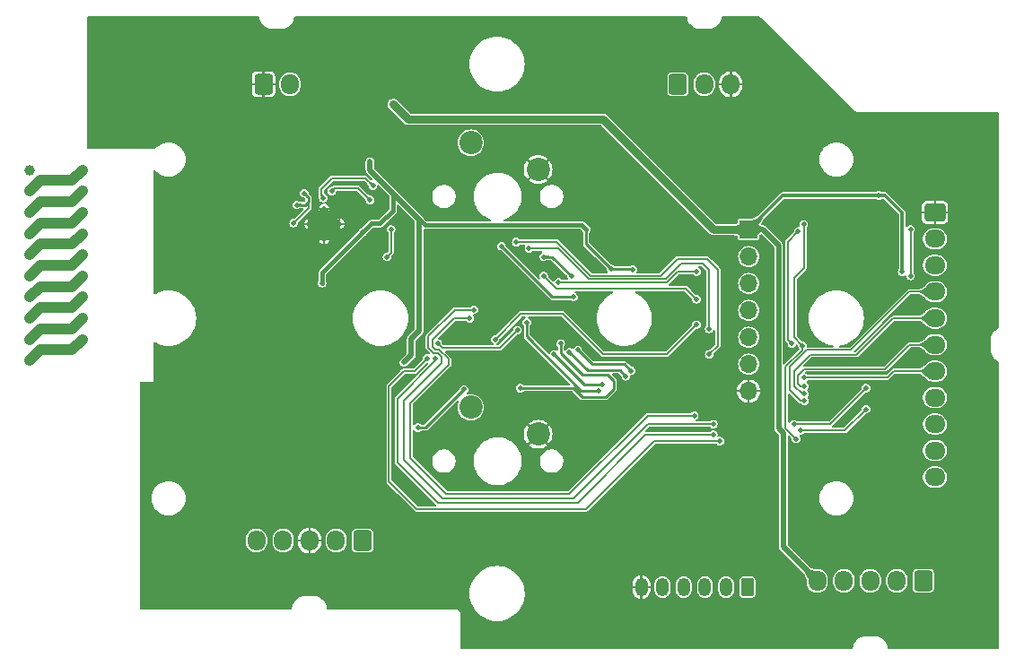
<source format=gbr>
%TF.GenerationSoftware,KiCad,Pcbnew,8.0.4-8.0.4-0~ubuntu22.04.1*%
%TF.CreationDate,2024-08-25T18:16:45-03:00*%
%TF.ProjectId,Antares-Transmitter,416e7461-7265-4732-9d54-72616e736d69,1.0.2*%
%TF.SameCoordinates,Original*%
%TF.FileFunction,Copper,L2,Bot*%
%TF.FilePolarity,Positive*%
%FSLAX46Y46*%
G04 Gerber Fmt 4.6, Leading zero omitted, Abs format (unit mm)*
G04 Created by KiCad (PCBNEW 8.0.4-8.0.4-0~ubuntu22.04.1) date 2024-08-25 18:16:45*
%MOMM*%
%LPD*%
G01*
G04 APERTURE LIST*
G04 Aperture macros list*
%AMRoundRect*
0 Rectangle with rounded corners*
0 $1 Rounding radius*
0 $2 $3 $4 $5 $6 $7 $8 $9 X,Y pos of 4 corners*
0 Add a 4 corners polygon primitive as box body*
4,1,4,$2,$3,$4,$5,$6,$7,$8,$9,$2,$3,0*
0 Add four circle primitives for the rounded corners*
1,1,$1+$1,$2,$3*
1,1,$1+$1,$4,$5*
1,1,$1+$1,$6,$7*
1,1,$1+$1,$8,$9*
0 Add four rect primitives between the rounded corners*
20,1,$1+$1,$2,$3,$4,$5,0*
20,1,$1+$1,$4,$5,$6,$7,0*
20,1,$1+$1,$6,$7,$8,$9,0*
20,1,$1+$1,$8,$9,$2,$3,0*%
%AMRotRect*
0 Rectangle, with rotation*
0 The origin of the aperture is its center*
0 $1 length*
0 $2 width*
0 $3 Rotation angle, in degrees counterclockwise*
0 Add horizontal line*
21,1,$1,$2,0,0,$3*%
G04 Aperture macros list end*
%TA.AperFunction,EtchedComponent*%
%ADD10C,1.000000*%
%TD*%
%TA.AperFunction,ComponentPad*%
%ADD11RoundRect,0.250000X0.350000X0.625000X-0.350000X0.625000X-0.350000X-0.625000X0.350000X-0.625000X0*%
%TD*%
%TA.AperFunction,ComponentPad*%
%ADD12O,1.200000X1.750000*%
%TD*%
%TA.AperFunction,ComponentPad*%
%ADD13C,1.000000*%
%TD*%
%TA.AperFunction,HeatsinkPad*%
%ADD14C,0.500000*%
%TD*%
%TA.AperFunction,HeatsinkPad*%
%ADD15RotRect,2.500000X2.500000X225.000000*%
%TD*%
%TA.AperFunction,ComponentPad*%
%ADD16R,1.700000X1.700000*%
%TD*%
%TA.AperFunction,ComponentPad*%
%ADD17O,1.700000X1.700000*%
%TD*%
%TA.AperFunction,ComponentPad*%
%ADD18RoundRect,0.250000X-0.725000X0.600000X-0.725000X-0.600000X0.725000X-0.600000X0.725000X0.600000X0*%
%TD*%
%TA.AperFunction,ComponentPad*%
%ADD19O,1.950000X1.700000*%
%TD*%
%TA.AperFunction,ComponentPad*%
%ADD20RoundRect,0.250000X0.600000X0.725000X-0.600000X0.725000X-0.600000X-0.725000X0.600000X-0.725000X0*%
%TD*%
%TA.AperFunction,ComponentPad*%
%ADD21O,1.700000X1.950000*%
%TD*%
%TA.AperFunction,ComponentPad*%
%ADD22RoundRect,0.250000X-0.600000X-0.725000X0.600000X-0.725000X0.600000X0.725000X-0.600000X0.725000X0*%
%TD*%
%TA.AperFunction,ComponentPad*%
%ADD23C,2.200000*%
%TD*%
%TA.AperFunction,ViaPad*%
%ADD24C,0.500000*%
%TD*%
%TA.AperFunction,ViaPad*%
%ADD25C,0.700000*%
%TD*%
%TA.AperFunction,ViaPad*%
%ADD26C,0.800000*%
%TD*%
%TA.AperFunction,Conductor*%
%ADD27C,0.500000*%
%TD*%
%TA.AperFunction,Conductor*%
%ADD28C,0.250000*%
%TD*%
%TA.AperFunction,Conductor*%
%ADD29C,0.400000*%
%TD*%
%TA.AperFunction,Conductor*%
%ADD30C,0.200000*%
%TD*%
%TA.AperFunction,Conductor*%
%ADD31C,0.150000*%
%TD*%
%TA.AperFunction,Conductor*%
%ADD32C,0.300000*%
%TD*%
%TA.AperFunction,Conductor*%
%ADD33C,0.750000*%
%TD*%
G04 APERTURE END LIST*
D10*
%TO.C,AE301*%
X83100000Y-107000000D02*
X84100000Y-106000000D01*
X83100000Y-109000000D02*
X84100000Y-108000000D01*
X83100000Y-111000000D02*
X84100000Y-109999999D01*
X83100000Y-113000000D02*
X84100000Y-112000000D01*
X83100000Y-115000000D02*
X84099999Y-114000000D01*
X83100000Y-117000000D02*
X84100000Y-116000000D01*
X83100000Y-119000000D02*
X84100000Y-118000001D01*
X83100000Y-121000000D02*
X84100000Y-120000000D01*
X83100000Y-123000000D02*
X84100000Y-122000000D01*
X84099999Y-114000000D02*
X87100000Y-114000000D01*
X84100000Y-106000000D02*
X87100000Y-106000000D01*
X84100000Y-108000000D02*
X87100000Y-108000000D01*
X84100000Y-109999999D02*
X87100000Y-110000000D01*
X84100000Y-112000000D02*
X87100000Y-112000000D01*
X84100000Y-116000000D02*
X87100000Y-116000000D01*
X84100000Y-118000001D02*
X87100000Y-118000000D01*
X84100000Y-120000000D02*
X87100000Y-120000000D01*
X84100000Y-122000000D02*
X87100000Y-122000000D01*
X87100000Y-106000000D02*
X88100001Y-105000000D01*
X87100000Y-108000000D02*
X88100000Y-107000000D01*
X87100000Y-110000000D02*
X88100000Y-109000001D01*
X87100000Y-112000000D02*
X88100000Y-111000000D01*
X87100000Y-114000000D02*
X88100000Y-113000000D01*
X87100000Y-116000000D02*
X88100000Y-115000000D01*
X87100000Y-118000000D02*
X88100000Y-117000000D01*
X87100000Y-120000000D02*
X88100000Y-118999999D01*
X87100000Y-122000000D02*
X88100000Y-121000000D01*
%TD*%
D11*
%TO.P,J602,1,Pin_1*%
%TO.N,/Control Buttons/BT_MODE*%
X150800000Y-144400000D03*
D12*
%TO.P,J602,2,Pin_2*%
%TO.N,/Control Buttons/BT_LEFT*%
X148800000Y-144400000D03*
%TO.P,J602,3,Pin_3*%
%TO.N,/Control Buttons/BT_RIGHT*%
X146800000Y-144400000D03*
%TO.P,J602,4,Pin_4*%
%TO.N,/Control Buttons/BT_DOWN*%
X144800000Y-144400000D03*
%TO.P,J602,5,Pin_5*%
%TO.N,/Control Buttons/BT_UP*%
X142800000Y-144400000D03*
%TO.P,J602,6,Pin_6*%
%TO.N,GND*%
X140800000Y-144400000D03*
%TD*%
D13*
%TO.P,AE301,*%
%TO.N,*%
X83100000Y-123000000D03*
X83100000Y-121000000D03*
X88100000Y-121000000D03*
X83100000Y-119000000D03*
X88100000Y-118999999D03*
X83100000Y-117000000D03*
X88100000Y-117000000D03*
X83100000Y-115000000D03*
X88100000Y-115000000D03*
X83100000Y-113000000D03*
X88100000Y-113000000D03*
X83100000Y-111000000D03*
X88100000Y-111000000D03*
X88100000Y-109000001D03*
X83100000Y-109000000D03*
X83100000Y-107000000D03*
X88100000Y-107000000D03*
X83100000Y-105000000D03*
X88100001Y-105000000D03*
%TD*%
D14*
%TO.P,U301,21,PAD*%
%TO.N,GND*%
X112299996Y-110090491D03*
X110885782Y-108676277D03*
D15*
X110885782Y-110090491D03*
D14*
X110885782Y-111504705D03*
X109471568Y-110090491D03*
%TD*%
D16*
%TO.P,J1001,1,Pin_1*%
%TO.N,+3V3*%
X150925000Y-110630000D03*
D17*
%TO.P,J1001,2,Pin_2*%
%TO.N,/Debugging/TX*%
X150925000Y-113170000D03*
%TO.P,J1001,3,Pin_3*%
%TO.N,/Debugging/RX*%
X150925000Y-115710000D03*
%TO.P,J1001,4,Pin_4*%
%TO.N,/Debugging/~{RST}*%
X150925000Y-118250000D03*
%TO.P,J1001,5,Pin_5*%
%TO.N,/Debugging/SWDIO*%
X150925000Y-120790000D03*
%TO.P,J1001,6,Pin_6*%
%TO.N,/Debugging/SWCLK*%
X150925000Y-123330000D03*
%TO.P,J1001,7,Pin_7*%
%TO.N,GND*%
X150925000Y-125870000D03*
%TD*%
D18*
%TO.P,J401,1,Pin_1*%
%TO.N,GND*%
X168500000Y-109000000D03*
D19*
%TO.P,J401,2,Pin_2*%
%TO.N,/Notes/BTN_ORANGE\u002A*%
X168500000Y-111500000D03*
%TO.P,J401,3,Pin_3*%
%TO.N,/Notes/BTN_BLUE\u002A*%
X168500000Y-114000000D03*
%TO.P,J401,4,Pin_4*%
%TO.N,/Notes/BTN_YELLOW\u002A*%
X168500000Y-116500000D03*
%TO.P,J401,5,Pin_5*%
%TO.N,/Notes/BTN_RED\u002A*%
X168500000Y-119000000D03*
%TO.P,J401,6,Pin_6*%
%TO.N,/Notes/BTN_GREEN\u002A*%
X168500000Y-121500000D03*
%TO.P,J401,7,Pin_7*%
%TO.N,/Notes/BTN_ORANGE*%
X168500000Y-124000000D03*
%TO.P,J401,8,Pin_8*%
%TO.N,/Notes/BTN_BLUE*%
X168500000Y-126500000D03*
%TO.P,J401,9,Pin_9*%
%TO.N,/Notes/BTN_YELLOW*%
X168500000Y-129000001D03*
%TO.P,J401,10,Pin_10*%
%TO.N,/Notes/BTN_RED*%
X168500000Y-131500001D03*
%TO.P,J401,11,Pin_11*%
%TO.N,/Notes/BTN_GREEN*%
X168500000Y-134000001D03*
%TD*%
D20*
%TO.P,J601,1,Pin_1*%
%TO.N,/Control Buttons/BT_START*%
X114500000Y-140000000D03*
D21*
%TO.P,J601,2,Pin_2*%
%TO.N,/Control Buttons/BT_SELECT*%
X112000000Y-140000000D03*
%TO.P,J601,3,Pin_3*%
%TO.N,GND*%
X109500000Y-140000000D03*
%TO.P,J601,4,Pin_4*%
%TO.N,+3V3*%
X107000000Y-140000000D03*
%TO.P,J601,5,Pin_5*%
%TO.N,Net-(J601-Pin_5)*%
X104500000Y-140000000D03*
%TD*%
D22*
%TO.P,J501,1,Pin_1*%
%TO.N,+3V3*%
X144250000Y-96900000D03*
D21*
%TO.P,J501,2,Pin_2*%
%TO.N,/MCU/POT_WHAM*%
X146750000Y-96900000D03*
%TO.P,J501,3,Pin_3*%
%TO.N,GND*%
X149250000Y-96900000D03*
%TD*%
D23*
%TO.P,SW702,1,A*%
%TO.N,/Strum bar/SW_UP*%
X124710000Y-127420000D03*
%TO.P,SW702,2,B*%
%TO.N,GND*%
X131060000Y-129960000D03*
%TD*%
%TO.P,SW701,1,A*%
%TO.N,/Strum bar/SW_DN*%
X124710000Y-102420000D03*
%TO.P,SW701,2,B*%
%TO.N,GND*%
X131060000Y-104960000D03*
%TD*%
D20*
%TO.P,J901,1,Pin_1*%
%TO.N,Net-(J901-Pin_1)*%
X167400000Y-143800000D03*
D21*
%TO.P,J901,2,Pin_2*%
%TO.N,Net-(J901-Pin_2)*%
X164900000Y-143800000D03*
%TO.P,J901,3,Pin_3*%
%TO.N,Net-(J901-Pin_3)*%
X162400000Y-143800000D03*
%TO.P,J901,4,Pin_4*%
%TO.N,Net-(J901-Pin_4)*%
X159900000Y-143800000D03*
%TO.P,J901,5,Pin_5*%
%TO.N,+3V3*%
X157400000Y-143800000D03*
%TD*%
D22*
%TO.P,J1101,1,Pin_1*%
%TO.N,GND*%
X105150000Y-96900000D03*
D21*
%TO.P,J1101,2,Pin_2*%
%TO.N,+3V3*%
X107650000Y-96900000D03*
%TD*%
D24*
%TO.N,GND*%
X120000000Y-122400000D03*
X118600000Y-116800000D03*
X121000000Y-117800000D03*
X121800000Y-118600000D03*
X120800000Y-119600000D03*
X117600000Y-122600000D03*
X130800000Y-109400000D03*
X133400000Y-109400000D03*
X134800000Y-111400000D03*
X130200000Y-111000000D03*
X131200000Y-111000000D03*
X124600000Y-109500000D03*
X126000000Y-111400000D03*
X129000000Y-116600000D03*
X127600000Y-115400000D03*
X126000000Y-117200000D03*
X126200000Y-119600000D03*
X129800000Y-117800000D03*
X134800000Y-118800000D03*
X142000000Y-117200000D03*
X142600000Y-118800000D03*
X144800000Y-119600000D03*
X142800000Y-121600000D03*
X134800000Y-121200000D03*
X133600000Y-119800000D03*
X140000000Y-123000000D03*
X161400000Y-116000000D03*
X162000000Y-113400000D03*
X162000000Y-111600000D03*
X159400000Y-110400000D03*
X164600000Y-122000000D03*
X164400000Y-120800000D03*
X159600000Y-123000000D03*
X161200000Y-123000000D03*
X161000000Y-125400000D03*
X161800000Y-126800000D03*
X164800000Y-129000000D03*
X161600000Y-129400000D03*
X160200000Y-130200000D03*
X157600000Y-130200000D03*
X156400000Y-128200000D03*
X160600000Y-128200000D03*
X159400000Y-127200000D03*
X159400000Y-125400000D03*
X157800000Y-115600000D03*
X159400000Y-114600000D03*
X162400000Y-110000000D03*
X162200000Y-106600000D03*
X161000000Y-108600000D03*
%TO.N,/Notes/HC165_LOAD*%
X120600000Y-122800000D03*
X148200000Y-130600000D03*
X155400000Y-130400000D03*
%TO.N,/Notes/HC165_SCK*%
X145800000Y-128200000D03*
X124600000Y-119000000D03*
%TO.N,/Notes/HC165_DO*%
X147600000Y-129000000D03*
%TO.N,/Notes/HC165_~{CS}*%
X162000000Y-127600000D03*
X121400000Y-122800000D03*
X147600000Y-130000000D03*
X155800000Y-129600000D03*
%TO.N,/Notes/HC165_DO*%
X125000000Y-118200000D03*
X155200000Y-129000000D03*
X162000000Y-125600000D03*
%TO.N,/Notes/HC165_~{CS}*%
X166200000Y-115000000D03*
X166200000Y-110600000D03*
%TO.N,+3V3*%
X165400000Y-114600000D03*
X163200000Y-107400000D03*
%TO.N,/Notes/HC165_SCK*%
X155600000Y-110800000D03*
X155000000Y-121400000D03*
%TO.N,/Notes/HC165_LOAD*%
X156000000Y-121600000D03*
X156125000Y-110125000D03*
D25*
%TO.N,GND*%
X155600000Y-136800000D03*
D24*
X152573876Y-127044372D03*
D25*
X154800000Y-122200000D03*
D24*
%TO.N,/Notes/BTN_ORANGE*%
X156200000Y-124600000D03*
%TO.N,/Notes/BTN_GREEN\u002A*%
X156200000Y-125400000D03*
%TO.N,/Notes/BTN_RED\u002A*%
X156200000Y-126150003D03*
%TO.N,/Notes/BTN_YELLOW\u002A*%
X156200000Y-126800000D03*
D25*
%TO.N,GND*%
X104000000Y-145600000D03*
D24*
X108800000Y-116400000D03*
D26*
X106600000Y-98600000D03*
X113600000Y-94600000D03*
D25*
X160400000Y-148800000D03*
D24*
X98000000Y-128200000D03*
X100600000Y-117000000D03*
D25*
X102600000Y-143200000D03*
D24*
X101400000Y-119600000D03*
X100600000Y-125600000D03*
X101800000Y-114400000D03*
X107000000Y-116000000D03*
X116800000Y-104000000D03*
D25*
X134600000Y-98600000D03*
D24*
X100800000Y-120400000D03*
D25*
X153600000Y-147000000D03*
D24*
X104600000Y-116000000D03*
X149200000Y-98800000D03*
D25*
X152000000Y-149600000D03*
D24*
X98200000Y-122000000D03*
X105600000Y-112000000D03*
D25*
X124800000Y-149600000D03*
D24*
X95600000Y-128200000D03*
X107600000Y-111000000D03*
X104600000Y-105200000D03*
D25*
X130400000Y-149600000D03*
D24*
X122600000Y-124400000D03*
D25*
X90800000Y-102200000D03*
D24*
X101200000Y-116200000D03*
D25*
X122200000Y-98400000D03*
D24*
X101600000Y-127400000D03*
D25*
X148946207Y-131007039D03*
X170400000Y-146200000D03*
D24*
X106600000Y-121000000D03*
D25*
X117600000Y-145600000D03*
D24*
X125000000Y-111400000D03*
D25*
X112800000Y-121400000D03*
D24*
X121400000Y-126000000D03*
X100600000Y-124000000D03*
D25*
X111600000Y-91200000D03*
D24*
X109400000Y-102400000D03*
X106800000Y-110200000D03*
X102000000Y-118400000D03*
X103600000Y-124000000D03*
X108800000Y-114600000D03*
D25*
X142400000Y-135000000D03*
X132600000Y-96400000D03*
D24*
X168400000Y-107400000D03*
D26*
X103400000Y-98400000D03*
D25*
X173800000Y-135200000D03*
X173800000Y-126200000D03*
D24*
X140800000Y-146200000D03*
D25*
X107000000Y-145600000D03*
X156400000Y-101000000D03*
D24*
X132400000Y-101200000D03*
D25*
X115000000Y-145600000D03*
D24*
X108200000Y-135600000D03*
D25*
X171600000Y-149600000D03*
D24*
X139400000Y-112800000D03*
X94600000Y-126400000D03*
X107000000Y-134200000D03*
D25*
X132800000Y-149600000D03*
X125400000Y-91200000D03*
D24*
X103000000Y-111600000D03*
X104800000Y-113800000D03*
X102400000Y-119600000D03*
X105800000Y-135600000D03*
D25*
X152400000Y-92000000D03*
X128400000Y-91200000D03*
D24*
X109800000Y-115400000D03*
D25*
X172800000Y-121400000D03*
D26*
X113600000Y-92400000D03*
D24*
X104800000Y-111400000D03*
X104200000Y-105800000D03*
D25*
X127399999Y-149600000D03*
D24*
X103600000Y-114800000D03*
D25*
X173800000Y-138200000D03*
X94400000Y-139200000D03*
D24*
X94800000Y-125400000D03*
X107800000Y-116600000D03*
X103600000Y-124800000D03*
X97200000Y-129200000D03*
D25*
X162400000Y-131400000D03*
D24*
X102400000Y-113600000D03*
X121800000Y-126600000D03*
X105800000Y-117400000D03*
D25*
X163800000Y-148600000D03*
X119200000Y-135400000D03*
D24*
X95800000Y-123800000D03*
X93800000Y-129200000D03*
D25*
X94400000Y-141800000D03*
X106400000Y-92400000D03*
D24*
X110200000Y-105600000D03*
X99600000Y-128200000D03*
X111000000Y-104600000D03*
D25*
X141200000Y-107000000D03*
D24*
X103000000Y-108400000D03*
X114000000Y-109600000D03*
D25*
X173800000Y-115600000D03*
D24*
X113800000Y-104000000D03*
X104400000Y-124000000D03*
X95200000Y-123600000D03*
D25*
X111400000Y-118800000D03*
X109000000Y-129400000D03*
D24*
X100200000Y-116000000D03*
X116200000Y-104800000D03*
D25*
X108200000Y-133000000D03*
X139000000Y-91200000D03*
X173800000Y-110000000D03*
X97400000Y-101600000D03*
X153600000Y-143000000D03*
D24*
X103400000Y-128200000D03*
X105400000Y-110200000D03*
D25*
X101000000Y-145600000D03*
X173800000Y-118200000D03*
D24*
X114600000Y-115600000D03*
X98000000Y-129200000D03*
D25*
X99800000Y-91200000D03*
D24*
X95600000Y-125400000D03*
X105200000Y-120400000D03*
X110800000Y-103600000D03*
X105200000Y-124000000D03*
D25*
X166000000Y-149600000D03*
D24*
X151000000Y-127600000D03*
D25*
X171200000Y-103200000D03*
D24*
X97200000Y-127400000D03*
X106200000Y-109600000D03*
D25*
X98000000Y-109800000D03*
X99000000Y-103600000D03*
D24*
X108600000Y-115400000D03*
X98800000Y-128200000D03*
X170400000Y-109000000D03*
X106600000Y-103400000D03*
D25*
X136800000Y-102400000D03*
D24*
X97200000Y-122000000D03*
X144800000Y-109800000D03*
X102600000Y-124000000D03*
X99600000Y-126400000D03*
X100600000Y-128200000D03*
X103600000Y-109200000D03*
D26*
X117000000Y-92400000D03*
D24*
X107000000Y-118400000D03*
D25*
X101000000Y-102200000D03*
D24*
X95600000Y-127400000D03*
D25*
X151800000Y-135200000D03*
D24*
X115000000Y-112000000D03*
X100200000Y-118600000D03*
D25*
X158056854Y-97656854D03*
X173800000Y-129200001D03*
D24*
X102400000Y-120400000D03*
D25*
X132000000Y-147600000D03*
D24*
X98800000Y-127400000D03*
X104400000Y-123200000D03*
X96400000Y-129200000D03*
X134400000Y-112200000D03*
D25*
X94400000Y-133799999D03*
X98600000Y-95000000D03*
X173800000Y-105000000D03*
D24*
X102200000Y-112600000D03*
D25*
X95600000Y-107400001D03*
D24*
X141600000Y-109600000D03*
X126800000Y-125600000D03*
X96400000Y-127400000D03*
X140800000Y-142400000D03*
D25*
X107600000Y-122400000D03*
X158000000Y-149600000D03*
X169800000Y-137600000D03*
D24*
X133600000Y-102400000D03*
D25*
X149600000Y-91200000D03*
D24*
X104400000Y-120400000D03*
D25*
X111600000Y-101600000D03*
X173800000Y-131800000D03*
D24*
X93800000Y-128200000D03*
X110200000Y-113800000D03*
D25*
X136400001Y-91200000D03*
D24*
X100600000Y-119600000D03*
X104600000Y-118800000D03*
D25*
X170200000Y-100400000D03*
D24*
X148800000Y-125800000D03*
X104400000Y-110000000D03*
X105800000Y-104000000D03*
D25*
X154521320Y-94121320D03*
X173800000Y-148800000D03*
X153350000Y-130900000D03*
X135000000Y-106200000D03*
D24*
X124200000Y-123400000D03*
X101600000Y-128200000D03*
X114400000Y-131000000D03*
D25*
X138600000Y-96400000D03*
D24*
X102600000Y-127400000D03*
X100600000Y-127400000D03*
D25*
X123600000Y-145600000D03*
D24*
X93800000Y-126400000D03*
D25*
X172600000Y-100400000D03*
X114600000Y-143400000D03*
X155000000Y-149600000D03*
D24*
X99000000Y-120200000D03*
D25*
X97200000Y-98200000D03*
D24*
X107200000Y-102800000D03*
D25*
X173800000Y-140800000D03*
D24*
X124800000Y-119800000D03*
D25*
X89200000Y-98600001D03*
D24*
X109600000Y-113000000D03*
X99000000Y-122000000D03*
X98000000Y-127400000D03*
X106600000Y-111400000D03*
X104400000Y-122400000D03*
D25*
X140200000Y-98600000D03*
X160178175Y-99778175D03*
X98400000Y-145600000D03*
D24*
X103800000Y-111000000D03*
X102600000Y-114800000D03*
X107400000Y-120600000D03*
D25*
X173800000Y-123800000D03*
D24*
X99600000Y-117600000D03*
D25*
X110400000Y-123400000D03*
X95600000Y-101800001D03*
D24*
X98800000Y-129200000D03*
X117800000Y-103000000D03*
X135000000Y-109500000D03*
D25*
X97200000Y-91200000D03*
X130400000Y-133400000D03*
D24*
X99600000Y-129200000D03*
D25*
X173800000Y-113000001D03*
X147000000Y-149600000D03*
D24*
X96200000Y-122000000D03*
X101000000Y-115000000D03*
D25*
X109000000Y-91200000D03*
D24*
X103800000Y-111800000D03*
X98600000Y-121200000D03*
D25*
X102800000Y-91200000D03*
X95600000Y-112400001D03*
X144600000Y-91200000D03*
D24*
X94800000Y-127400000D03*
D25*
X133400000Y-91200000D03*
D24*
X99600000Y-127400000D03*
D25*
X123800000Y-134000000D03*
D24*
X138000000Y-105600000D03*
D25*
X146800000Y-92400000D03*
D24*
X95200000Y-122200000D03*
X117800000Y-111200000D03*
X103400000Y-117000000D03*
X109400000Y-138200000D03*
X127200000Y-111400000D03*
X143800000Y-111400000D03*
X102600000Y-129200000D03*
X112200000Y-117000000D03*
X101200000Y-113400000D03*
D25*
X144800000Y-125000000D03*
D24*
X99600000Y-125600000D03*
X99600000Y-124800000D03*
X115200000Y-114800000D03*
D25*
X122400000Y-94400000D03*
X117000000Y-91200000D03*
D24*
X166800000Y-109000000D03*
D25*
X102200000Y-104800000D03*
X89200000Y-101600001D03*
D24*
X102600000Y-124800000D03*
D25*
X141400000Y-149600000D03*
D26*
X117000000Y-94600000D03*
D25*
X97800000Y-105800000D03*
D24*
X151000000Y-96800000D03*
X114000000Y-116400000D03*
X138600000Y-113600000D03*
D25*
X164400000Y-106800000D03*
D24*
X113200000Y-132200000D03*
X100600000Y-126400000D03*
D25*
X126200000Y-104600000D03*
D24*
X109200000Y-118000000D03*
X106800000Y-109000000D03*
X133000000Y-127400000D03*
D25*
X100400000Y-106800000D03*
X126800000Y-98600000D03*
D24*
X132400000Y-128600000D03*
X111400000Y-116400000D03*
X104400000Y-124800000D03*
D26*
X103400000Y-96800000D03*
D24*
X96400000Y-128200000D03*
X105200000Y-122400000D03*
D25*
X94400000Y-144800000D03*
D24*
X93800000Y-127400000D03*
D25*
X149400000Y-149600000D03*
D24*
X93800000Y-125400000D03*
X103400000Y-129200000D03*
D25*
X91200000Y-96800000D03*
D24*
X116000000Y-112800000D03*
D25*
X167600000Y-104200000D03*
X141800000Y-94400000D03*
X155400000Y-105000000D03*
D26*
X103800000Y-95200000D03*
D24*
X101000000Y-118600000D03*
X99600000Y-119600000D03*
D25*
X99000000Y-113600000D03*
X143999999Y-149600000D03*
X119600000Y-91200000D03*
D24*
X136000000Y-107600000D03*
D25*
X94800000Y-91200000D03*
D24*
X105200000Y-104600000D03*
X106000000Y-120400000D03*
X102000000Y-115600000D03*
D25*
X93200000Y-102200000D03*
X135400000Y-149600000D03*
D24*
X103200000Y-112600000D03*
D25*
X95600000Y-115400001D03*
X168600000Y-149600000D03*
X100800000Y-132800000D03*
D24*
X95600000Y-126400000D03*
X113000000Y-117000000D03*
X100600000Y-129200000D03*
D25*
X120600000Y-145600000D03*
D24*
X125800000Y-121000000D03*
D25*
X173800000Y-102000000D03*
D24*
X111400000Y-113000000D03*
X109600000Y-141800000D03*
D25*
X96000000Y-145600000D03*
D24*
X101600000Y-124000000D03*
X108600000Y-117200000D03*
X103400000Y-127400000D03*
X101200000Y-117800000D03*
X114200000Y-104600000D03*
X95600000Y-124600000D03*
X139400000Y-110400000D03*
D25*
X165200000Y-100400000D03*
D24*
X110000000Y-103000000D03*
X107800000Y-102200000D03*
D25*
X89200000Y-93600001D03*
D24*
X107400000Y-109400000D03*
D25*
X117592723Y-125817327D03*
D24*
X101600000Y-129200000D03*
X116400000Y-111000000D03*
X101600000Y-124800000D03*
X116800000Y-105200000D03*
X103800000Y-106400000D03*
X116000000Y-114200000D03*
D25*
X95600000Y-109800001D03*
D24*
X123200000Y-109500000D03*
X149200000Y-95000000D03*
X140600000Y-108400000D03*
D25*
X112600000Y-125600000D03*
D24*
X100600000Y-124800000D03*
X102600000Y-128200000D03*
D25*
X89200000Y-96000001D03*
D24*
X108200000Y-120000000D03*
D25*
X91800000Y-91200000D03*
X114600000Y-91200000D03*
X167800000Y-100400000D03*
D24*
X104000000Y-119600000D03*
D25*
X120600000Y-143600000D03*
X112600000Y-145600000D03*
D24*
X95600000Y-129200000D03*
X107400000Y-113400000D03*
X103200000Y-107200000D03*
D25*
X156359798Y-95959798D03*
D24*
X108600000Y-102200000D03*
D25*
X154400000Y-98200000D03*
X141600000Y-91200000D03*
D24*
X105800000Y-110800000D03*
D25*
X89200000Y-91200000D03*
X107400000Y-125800000D03*
X156000000Y-116000000D03*
X94400000Y-131200000D03*
D24*
X104400000Y-121400000D03*
X139200000Y-144400000D03*
D25*
X134000000Y-143600000D03*
X122600000Y-91200000D03*
X173800000Y-143200000D03*
X98400000Y-141200000D03*
X136600000Y-127200000D03*
D24*
X105200000Y-121400000D03*
D25*
X115000000Y-128800000D03*
X138400000Y-149600000D03*
D24*
X99600000Y-124000000D03*
X107800000Y-115800000D03*
X106200000Y-114600000D03*
D25*
X173800000Y-146200001D03*
X109600000Y-144600000D03*
X173800000Y-107600000D03*
D24*
X94800000Y-128200000D03*
X105200000Y-119600000D03*
D25*
X162200000Y-100400000D03*
D24*
X109000000Y-119000000D03*
X109600000Y-114400000D03*
D25*
X101600000Y-109800000D03*
X134400000Y-94400000D03*
D26*
X106400000Y-95200000D03*
D24*
X105200000Y-123200000D03*
X127200000Y-122600000D03*
X97200000Y-128200000D03*
D25*
X131000000Y-91200000D03*
D24*
X94800000Y-129200000D03*
D25*
X124800000Y-147600000D03*
D24*
%TO.N,+3V3*%
X117400000Y-98800000D03*
X108285782Y-108290491D03*
X140000000Y-114400000D03*
X110685782Y-115690491D03*
X137936659Y-114331676D03*
X115200000Y-104200000D03*
X109000000Y-107200000D03*
X108000000Y-110000000D03*
X114500000Y-110900000D03*
X135600000Y-110600000D03*
X118400000Y-123175735D03*
%TO.N,/Control Buttons/BTNS_CONTROL*%
X119734656Y-129327705D03*
X124075735Y-125724265D03*
%TO.N,/MCU/BTN_STRUM_DOWN*%
X127600000Y-112200000D03*
X134400000Y-117000000D03*
%TO.N,/MCU/BTN_STRUM_UP*%
X129400000Y-125600000D03*
X133200000Y-121400000D03*
%TO.N,/Debugging/DBG_SWCLK*%
X147200000Y-122400000D03*
X129000000Y-111800000D03*
%TO.N,/Control Buttons/LED_WORK*%
X129114951Y-120114951D03*
X121587868Y-121387868D03*
%TO.N,/Accelerometer/ACC_SDA*%
X131600000Y-113200000D03*
X134200000Y-115000000D03*
%TO.N,/LEDs/LED_P1*%
X134800000Y-122000000D03*
X139841942Y-123958058D03*
%TO.N,/LEDs/LED_P2*%
X139341728Y-124492355D03*
X134017800Y-122192495D03*
%TO.N,/LEDs/LED_P3*%
X132575000Y-122400000D03*
X137152046Y-125233375D03*
%TO.N,/LEDs/LED_P4*%
X130000004Y-119399992D03*
X136800000Y-125825000D03*
%TO.N,/Debugging/DBG_TX*%
X133000000Y-115600000D03*
X146000000Y-114600000D03*
%TO.N,/Debugging/DBG_RX*%
X131600000Y-115000000D03*
X146000000Y-117200000D03*
%TO.N,/Debugging/DBG_SWDIO*%
X147200000Y-120000000D03*
X130200000Y-112400000D03*
%TO.N,/MCU/CC1101_~{CS}*%
X115200000Y-107826619D03*
X111600000Y-107000000D03*
%TO.N,/Notes/HC165_SCK*%
X117200000Y-110600000D03*
X116800000Y-113200000D03*
%TO.N,/MCU/CC1101_GDO0*%
X115485782Y-106490491D03*
X110795431Y-107631528D03*
%TO.N,/Debugging/DBG_~{RST}*%
X127000000Y-121000000D03*
X146000000Y-119600000D03*
%TD*%
D27*
%TO.N,+3V3*%
X119087868Y-122487868D02*
X118400000Y-123175735D01*
X119850000Y-109650000D02*
X119850000Y-120200000D01*
X119087868Y-120962132D02*
X119850000Y-120200000D01*
X119087868Y-122487868D02*
X119087868Y-120962132D01*
X117400000Y-107200000D02*
X119850000Y-109650000D01*
D28*
X137936659Y-114331676D02*
X135600000Y-111995017D01*
X135600000Y-111995017D02*
X135600000Y-110600000D01*
D29*
X115200000Y-105000000D02*
X120400000Y-110200000D01*
X120400000Y-110200000D02*
X135200000Y-110200000D01*
X135200000Y-110200000D02*
X135600000Y-110600000D01*
D30*
%TO.N,/Debugging/DBG_~{RST}*%
X146000000Y-119600000D02*
X143200000Y-122400000D01*
X129400000Y-118600000D02*
X127000000Y-121000000D01*
X143200000Y-122400000D02*
X137200000Y-122400000D01*
X137200000Y-122400000D02*
X133400000Y-118600000D01*
X133400000Y-118600000D02*
X129400000Y-118600000D01*
D28*
%TO.N,/LEDs/LED_P1*%
X134800000Y-122000000D02*
X136158058Y-123358058D01*
X139241942Y-123358058D02*
X139841942Y-123958058D01*
X136158058Y-123358058D02*
X139241942Y-123358058D01*
%TO.N,+3V3*%
X109398858Y-108000000D02*
X109398858Y-107598858D01*
X109398858Y-107598858D02*
X109000000Y-107200000D01*
D30*
%TO.N,/Notes/HC165_DO*%
X147600000Y-129000000D02*
X141400000Y-129000000D01*
X121215075Y-122287868D02*
X120687868Y-121760661D01*
X141400000Y-129000000D02*
X134400000Y-136000000D01*
X122000000Y-136000000D02*
X118400000Y-132400000D01*
X134400000Y-136000000D02*
X122000000Y-136000000D01*
X118400000Y-132400000D02*
X118400000Y-126800000D01*
X118400000Y-126800000D02*
X121950000Y-123250000D01*
X121950000Y-123250000D02*
X121950000Y-122622793D01*
X121950000Y-122622793D02*
X121615075Y-122287868D01*
X121615075Y-122287868D02*
X121215075Y-122287868D01*
X120687868Y-121760661D02*
X120687868Y-120712132D01*
X120687868Y-120712132D02*
X123200000Y-118200000D01*
X123200000Y-118200000D02*
X125000000Y-118200000D01*
%TO.N,/Notes/HC165_SCK*%
X122600000Y-123400000D02*
X122600000Y-122848529D01*
X121739339Y-121987868D02*
X121339339Y-121987868D01*
%TO.N,/Control Buttons/LED_WORK*%
X129114951Y-120114951D02*
X127429902Y-121800000D01*
%TO.N,/Notes/HC165_SCK*%
X121339339Y-121987868D02*
X121087868Y-121736397D01*
%TO.N,/Control Buttons/LED_WORK*%
X127429902Y-121800000D02*
X122000000Y-121800000D01*
%TO.N,/Notes/HC165_SCK*%
X121087868Y-121736397D02*
X121087868Y-121039337D01*
%TO.N,/Control Buttons/LED_WORK*%
X122000000Y-121800000D02*
X121587868Y-121387868D01*
%TO.N,/Notes/HC165_SCK*%
X123127205Y-119000000D02*
X124600000Y-119000000D01*
X145800000Y-128200000D02*
X141400000Y-128200000D01*
X141400000Y-128200000D02*
X134000000Y-135600000D01*
X134000000Y-135600000D02*
X122400000Y-135600000D01*
X122400000Y-135600000D02*
X119000000Y-132200000D01*
X121087868Y-121039337D02*
X123127205Y-119000000D01*
X119000000Y-127000000D02*
X122600000Y-123400000D01*
X119000000Y-132200000D02*
X119000000Y-127000000D01*
X122600000Y-122848529D02*
X121739339Y-121987868D01*
%TO.N,/Notes/HC165_LOAD*%
X119400000Y-124000000D02*
X120600000Y-122800000D01*
X118400000Y-124000000D02*
X119400000Y-124000000D01*
X118200000Y-124200000D02*
X118400000Y-124000000D01*
X142000000Y-130600000D02*
X140000000Y-132600000D01*
X135600000Y-137000000D02*
X132000000Y-137000000D01*
X117000000Y-132600000D02*
X117000000Y-125400000D01*
X119000000Y-136400000D02*
X117000000Y-134400000D01*
X119600000Y-137000000D02*
X119000000Y-136400000D01*
X140000000Y-132600000D02*
X135600000Y-137000000D01*
X132000000Y-137000000D02*
X119600000Y-137000000D01*
X117000000Y-125400000D02*
X118200000Y-124200000D01*
X117000000Y-134400000D02*
X117000000Y-132600000D01*
X148200000Y-130600000D02*
X142000000Y-130600000D01*
D31*
%TO.N,/Notes/BTN_YELLOW\u002A*%
X156400000Y-122000000D02*
X154800000Y-123600000D01*
D27*
%TO.N,+3V3*%
X153750000Y-112105000D02*
X152275000Y-110630000D01*
D31*
%TO.N,/Notes/BTN_YELLOW\u002A*%
X154800000Y-125811092D02*
X155788908Y-126800000D01*
D27*
%TO.N,+3V3*%
X154200000Y-129836396D02*
X153750000Y-129386396D01*
D31*
%TO.N,/Notes/BTN_YELLOW\u002A*%
X160600000Y-122000000D02*
X156400000Y-122000000D01*
D27*
%TO.N,+3V3*%
X157400000Y-143800000D02*
X154200000Y-140600000D01*
X154200000Y-140600000D02*
X154200000Y-129836396D01*
D30*
%TO.N,/Notes/HC165_LOAD*%
X156000000Y-122011092D02*
X154400000Y-123611092D01*
X156000000Y-121600000D02*
X156000000Y-122011092D01*
D27*
%TO.N,+3V3*%
X153750000Y-129386396D02*
X153750000Y-112105000D01*
X152275000Y-110630000D02*
X150925000Y-110630000D01*
D31*
%TO.N,/Notes/BTN_YELLOW\u002A*%
X155788908Y-126800000D02*
X156200000Y-126800000D01*
D30*
%TO.N,/Notes/HC165_LOAD*%
X154400000Y-125200000D02*
X154400000Y-129400000D01*
X154400000Y-129400000D02*
X155400000Y-130400000D01*
X154400000Y-123611092D02*
X154400000Y-125200000D01*
D31*
%TO.N,/Notes/BTN_YELLOW\u002A*%
X168500000Y-116500000D02*
X166100000Y-116500000D01*
X154800000Y-123600000D02*
X154800000Y-125811092D01*
X166100000Y-116500000D02*
X160600000Y-122000000D01*
D30*
%TO.N,/Notes/HC165_~{CS}*%
X147600000Y-130000000D02*
X141200000Y-130000000D01*
X141200000Y-130000000D02*
X134800000Y-136400000D01*
X134800000Y-136400000D02*
X121600000Y-136400000D01*
X121600000Y-136400000D02*
X117800000Y-132600000D01*
X117800000Y-132600000D02*
X117800000Y-126600000D01*
X117800000Y-126600000D02*
X121400000Y-123000000D01*
X121400000Y-123000000D02*
X121400000Y-122800000D01*
D28*
%TO.N,/Control Buttons/BTNS_CONTROL*%
X120472295Y-129327705D02*
X119734656Y-129327705D01*
X124075735Y-125724265D02*
X120472295Y-129327705D01*
D30*
%TO.N,/Notes/HC165_~{CS}*%
X162000000Y-127600000D02*
X160000000Y-129600000D01*
X156800000Y-129600000D02*
X155800000Y-129600000D01*
X160000000Y-129600000D02*
X156800000Y-129600000D01*
D28*
%TO.N,/MCU/BTN_STRUM_UP*%
X138200000Y-125665152D02*
X137415152Y-126450000D01*
X137415152Y-126450000D02*
X135246142Y-126450000D01*
X138200000Y-124920338D02*
X138200000Y-125665152D01*
X135246142Y-126450000D02*
X134396142Y-125600000D01*
X134396142Y-125600000D02*
X129400000Y-125600000D01*
X135261759Y-124320338D02*
X137600000Y-124320338D01*
X133200000Y-122258579D02*
X135261759Y-124320338D01*
X137600000Y-124320338D02*
X138200000Y-124920338D01*
X133200000Y-121400000D02*
X133200000Y-122258579D01*
%TO.N,/LEDs/LED_P3*%
X135408375Y-125233375D02*
X137152046Y-125233375D01*
X132575000Y-122400000D02*
X135408375Y-125233375D01*
%TO.N,/LEDs/LED_P2*%
X138774373Y-123925000D02*
X139341728Y-124492355D01*
X135750305Y-123925000D02*
X138774373Y-123925000D01*
X134017800Y-122192495D02*
X135750305Y-123925000D01*
%TO.N,/LEDs/LED_P4*%
X130000000Y-119400000D02*
X130000000Y-120708884D01*
X135116116Y-125825000D02*
X136800000Y-125825000D01*
X130000000Y-120708884D02*
X135116116Y-125825000D01*
D30*
%TO.N,/Notes/HC165_DO*%
X162000000Y-125600000D02*
X158600000Y-129000000D01*
X158600000Y-129000000D02*
X155200000Y-129000000D01*
%TO.N,/Notes/HC165_~{CS}*%
X166200000Y-115000000D02*
X166200000Y-110600000D01*
D32*
%TO.N,+3V3*%
X165400000Y-114600000D02*
X165400000Y-109000000D01*
X165400000Y-109000000D02*
X163800000Y-107400000D01*
X163800000Y-107400000D02*
X163200000Y-107400000D01*
X163200000Y-107400000D02*
X154155000Y-107400000D01*
X154155000Y-107400000D02*
X150925000Y-110630000D01*
D30*
%TO.N,/Notes/HC165_SCK*%
X154600000Y-121000000D02*
X154600000Y-115200000D01*
X155000000Y-121400000D02*
X154600000Y-121000000D01*
X154600000Y-115200000D02*
X154600000Y-111800000D01*
X154600000Y-111800000D02*
X155600000Y-110800000D01*
%TO.N,/Notes/HC165_LOAD*%
X156125000Y-110125000D02*
X156125000Y-114275000D01*
X156125000Y-114275000D02*
X155200000Y-115200000D01*
X155200000Y-115200000D02*
X155200000Y-120800000D01*
X155200000Y-120800000D02*
X156000000Y-121600000D01*
D31*
%TO.N,/Notes/BTN_ORANGE*%
X156200000Y-124600000D02*
X164000000Y-124600000D01*
X164000000Y-124600000D02*
X164600000Y-124000000D01*
X164600000Y-124000000D02*
X168500000Y-124000000D01*
%TO.N,/Notes/BTN_GREEN\u002A*%
X168500000Y-121500000D02*
X166100000Y-121500000D01*
X155600000Y-125200000D02*
X155800000Y-125400000D01*
X166100000Y-121500000D02*
X163800000Y-123800000D01*
X163800000Y-123800000D02*
X156200000Y-123800000D01*
X156200000Y-123800000D02*
X155600000Y-124400000D01*
X155600000Y-124400000D02*
X155600000Y-125200000D01*
X155800000Y-125400000D02*
X156200000Y-125400000D01*
%TO.N,/Notes/BTN_RED\u002A*%
X155200000Y-124000000D02*
X156750000Y-122450000D01*
X156200000Y-126150003D02*
X155950003Y-126150003D01*
X156750000Y-122450000D02*
X161103554Y-122450000D01*
X164553554Y-119000000D02*
X168500000Y-119000000D01*
X155200000Y-125400000D02*
X155200000Y-124000000D01*
X155950003Y-126150003D02*
X155200000Y-125400000D01*
X161103554Y-122450000D02*
X164553554Y-119000000D01*
D29*
%TO.N,+3V3*%
X110685782Y-115690491D02*
X110685782Y-114714218D01*
D33*
X150925000Y-110630000D02*
X147630000Y-110630000D01*
X137200000Y-100200000D02*
X120200000Y-100200000D01*
D29*
X116139587Y-110060413D02*
X117400000Y-108800000D01*
D30*
X108000000Y-110000000D02*
X109398858Y-108601142D01*
D33*
X120200000Y-100200000D02*
X118800000Y-100200000D01*
D28*
X108285782Y-108290491D02*
X109108367Y-108290491D01*
D33*
X118800000Y-100200000D02*
X117400000Y-98800000D01*
D28*
X137936659Y-114331676D02*
X139931676Y-114331676D01*
D33*
X145600000Y-108600000D02*
X137200000Y-100200000D01*
D29*
X117400000Y-108800000D02*
X117400000Y-107200000D01*
X115339587Y-110060413D02*
X116139587Y-110060413D01*
D28*
X109108367Y-108290491D02*
X109398858Y-108000000D01*
D27*
X115200000Y-105000000D02*
X115200000Y-104200000D01*
D28*
X139931676Y-114331676D02*
X140000000Y-114400000D01*
D33*
X147630000Y-110630000D02*
X145600000Y-108600000D01*
D27*
X117400000Y-107200000D02*
X115200000Y-105000000D01*
D30*
X109398858Y-108601142D02*
X109398858Y-108000000D01*
D29*
X110685782Y-114714218D02*
X115339587Y-110060413D01*
D28*
%TO.N,/MCU/BTN_STRUM_DOWN*%
X132400000Y-117000000D02*
X127600000Y-112200000D01*
X134400000Y-117000000D02*
X132400000Y-117000000D01*
%TO.N,/Accelerometer/ACC_SDA*%
X132400000Y-113200000D02*
X131600000Y-113200000D01*
X134200000Y-115000000D02*
X132400000Y-113200000D01*
D30*
%TO.N,/Debugging/DBG_RX*%
X132800000Y-116200000D02*
X131600000Y-115000000D01*
X145000000Y-116200000D02*
X132800000Y-116200000D01*
X146000000Y-117200000D02*
X145000000Y-116200000D01*
%TO.N,/MCU/CC1101_~{CS}*%
X111909509Y-106690491D02*
X114063872Y-106690491D01*
X111600000Y-107000000D02*
X111909509Y-106690491D01*
X114063872Y-106690491D02*
X115200000Y-107826619D01*
%TO.N,/Notes/HC165_SCK*%
X117200000Y-110600000D02*
X117200000Y-112659800D01*
X117200000Y-112659800D02*
X117200000Y-112800000D01*
X117200000Y-112800000D02*
X116800000Y-113200000D01*
%TO.N,/MCU/CC1101_GDO0*%
X110600000Y-106800000D02*
X110600000Y-107436097D01*
X111600000Y-105800000D02*
X110600000Y-106800000D01*
X115485782Y-106490491D02*
X114795291Y-105800000D01*
X110600000Y-107436097D02*
X110795431Y-107631528D01*
X114795291Y-105800000D02*
X111600000Y-105800000D01*
%TO.N,/Debugging/DBG_SWDIO*%
X143100000Y-115300000D02*
X144600000Y-113800000D01*
%TO.N,/Debugging/DBG_SWCLK*%
X141000000Y-115000000D02*
X142600000Y-115000000D01*
%TO.N,/Debugging/DBG_SWDIO*%
X132975736Y-112400000D02*
X135875736Y-115300000D01*
%TO.N,/Debugging/DBG_SWCLK*%
X148000000Y-117800000D02*
X148000000Y-121600000D01*
%TO.N,/Debugging/DBG_SWDIO*%
X130200000Y-112400000D02*
X132975736Y-112400000D01*
%TO.N,/Debugging/DBG_SWCLK*%
X148000000Y-114400000D02*
X148000000Y-117800000D01*
X145600000Y-113400000D02*
X147000000Y-113400000D01*
%TO.N,/Debugging/DBG_SWDIO*%
X146600000Y-113800000D02*
X147200000Y-114400000D01*
%TO.N,/Debugging/DBG_TX*%
X144224264Y-114600000D02*
X143224264Y-115600000D01*
%TO.N,/Debugging/DBG_SWCLK*%
X147000000Y-113400000D02*
X147600000Y-114000000D01*
X133800000Y-112800000D02*
X136000000Y-115000000D01*
%TO.N,/Debugging/DBG_SWDIO*%
X144600000Y-113800000D02*
X146600000Y-113800000D01*
%TO.N,/Debugging/DBG_SWCLK*%
X136000000Y-115000000D02*
X141000000Y-115000000D01*
X142600000Y-115000000D02*
X143600000Y-114000000D01*
%TO.N,/Debugging/DBG_SWDIO*%
X135875736Y-115300000D02*
X143100000Y-115300000D01*
%TO.N,/Debugging/DBG_SWCLK*%
X147600000Y-114000000D02*
X148000000Y-114400000D01*
X132800000Y-111800000D02*
X133800000Y-112800000D01*
X148000000Y-121600000D02*
X147200000Y-122400000D01*
X143600000Y-114000000D02*
X144200000Y-113400000D01*
X129000000Y-111800000D02*
X132800000Y-111800000D01*
X144200000Y-113400000D02*
X145600000Y-113400000D01*
%TO.N,/Debugging/DBG_SWDIO*%
X147200000Y-114400000D02*
X147200000Y-120000000D01*
%TO.N,/Debugging/DBG_TX*%
X146000000Y-114600000D02*
X144224264Y-114600000D01*
X143224264Y-115600000D02*
X133000000Y-115600000D01*
%TD*%
%TA.AperFunction,Conductor*%
%TO.N,GND*%
G36*
X120603974Y-123206380D02*
G01*
X120605613Y-123206381D01*
X120607713Y-123206714D01*
X120607580Y-123207552D01*
X120659430Y-123224399D01*
X120695394Y-123273899D01*
X120695394Y-123335085D01*
X120671243Y-123374495D01*
X117658103Y-126387635D01*
X117658103Y-126387636D01*
X117658102Y-126387635D01*
X117587635Y-126458103D01*
X117549500Y-126550171D01*
X117549500Y-132649828D01*
X117587634Y-132741894D01*
X117587635Y-132741895D01*
X117587636Y-132741897D01*
X121387635Y-136541895D01*
X121387636Y-136541897D01*
X121426237Y-136580498D01*
X121454013Y-136635013D01*
X121444442Y-136695445D01*
X121401177Y-136738710D01*
X121356232Y-136749500D01*
X119744769Y-136749500D01*
X119686578Y-136730593D01*
X119674765Y-136720504D01*
X117279496Y-134325235D01*
X117251719Y-134270718D01*
X117250500Y-134255231D01*
X117250500Y-125544768D01*
X117269407Y-125486577D01*
X117279490Y-125474770D01*
X118412364Y-124341897D01*
X118412364Y-124341896D01*
X118474764Y-124279496D01*
X118529281Y-124251719D01*
X118544768Y-124250500D01*
X119449829Y-124250500D01*
X119510184Y-124225500D01*
X119541897Y-124212364D01*
X120520106Y-123234153D01*
X120574621Y-123206378D01*
X120592208Y-123206379D01*
X120592208Y-123205492D01*
X120601239Y-123205492D01*
X120603974Y-123206380D01*
G37*
%TD.AperFunction*%
%TA.AperFunction,Conductor*%
G36*
X104723467Y-90519407D02*
G01*
X104759431Y-90568907D01*
X104763057Y-90584014D01*
X104780289Y-90692819D01*
X104780291Y-90692825D01*
X104841116Y-90880024D01*
X104930476Y-91055404D01*
X105046172Y-91214645D01*
X105185354Y-91353827D01*
X105344595Y-91469523D01*
X105519975Y-91558883D01*
X105707174Y-91619708D01*
X105707175Y-91619708D01*
X105707178Y-91619709D01*
X105901580Y-91650499D01*
X105901583Y-91650499D01*
X106898420Y-91650499D01*
X107092821Y-91619709D01*
X107092822Y-91619708D01*
X107092826Y-91619708D01*
X107280025Y-91558883D01*
X107455405Y-91469523D01*
X107614646Y-91353827D01*
X107753828Y-91214645D01*
X107869524Y-91055404D01*
X107958884Y-90880024D01*
X108019709Y-90692825D01*
X108036943Y-90584014D01*
X108064720Y-90529497D01*
X108119236Y-90501719D01*
X108134724Y-90500500D01*
X145015276Y-90500500D01*
X145073467Y-90519407D01*
X145109431Y-90568907D01*
X145113057Y-90584014D01*
X145130289Y-90692820D01*
X145191116Y-90880025D01*
X145280473Y-91055401D01*
X145280476Y-91055405D01*
X145396172Y-91214646D01*
X145535354Y-91353828D01*
X145694595Y-91469524D01*
X145869975Y-91558884D01*
X146057174Y-91619709D01*
X146057175Y-91619709D01*
X146057178Y-91619710D01*
X146251580Y-91650500D01*
X146251583Y-91650500D01*
X147248420Y-91650500D01*
X147442821Y-91619710D01*
X147442822Y-91619709D01*
X147442826Y-91619709D01*
X147630025Y-91558884D01*
X147805405Y-91469524D01*
X147964646Y-91353828D01*
X148103828Y-91214646D01*
X148219524Y-91055405D01*
X148308884Y-90880025D01*
X148369709Y-90692826D01*
X148386943Y-90584014D01*
X148414720Y-90529497D01*
X148469236Y-90501719D01*
X148484724Y-90500500D01*
X151951680Y-90500500D01*
X152009871Y-90519407D01*
X152021684Y-90529496D01*
X160799502Y-99307314D01*
X160799501Y-99307314D01*
X160892687Y-99400499D01*
X160892692Y-99400503D01*
X161006812Y-99466390D01*
X161006810Y-99466390D01*
X161006814Y-99466391D01*
X161006816Y-99466392D01*
X161134110Y-99500500D01*
X174400500Y-99500500D01*
X174458691Y-99519407D01*
X174494655Y-99568907D01*
X174499500Y-99599500D01*
X174499500Y-119890880D01*
X174480593Y-119949071D01*
X174445445Y-119979090D01*
X174344597Y-120030474D01*
X174185355Y-120146171D01*
X174046171Y-120285355D01*
X173930474Y-120444597D01*
X173841116Y-120619974D01*
X173780289Y-120807178D01*
X173749500Y-121001579D01*
X173749500Y-121998420D01*
X173780289Y-122192821D01*
X173841116Y-122380025D01*
X173915138Y-122525304D01*
X173930476Y-122555405D01*
X174046172Y-122714646D01*
X174185354Y-122853828D01*
X174344595Y-122969524D01*
X174445444Y-123020908D01*
X174488709Y-123064172D01*
X174499500Y-123109118D01*
X174499500Y-150150500D01*
X174480593Y-150208691D01*
X174431093Y-150244655D01*
X174400500Y-150249500D01*
X164142644Y-150249500D01*
X164084453Y-150230593D01*
X164048489Y-150181093D01*
X164044863Y-150165987D01*
X164019710Y-150007178D01*
X164019709Y-150007174D01*
X163958884Y-149819975D01*
X163869524Y-149644595D01*
X163753828Y-149485354D01*
X163614646Y-149346172D01*
X163455405Y-149230476D01*
X163455404Y-149230475D01*
X163455402Y-149230474D01*
X163280025Y-149141116D01*
X163092821Y-149080289D01*
X162898420Y-149049500D01*
X162898417Y-149049500D01*
X161901583Y-149049500D01*
X161901580Y-149049500D01*
X161707178Y-149080289D01*
X161519974Y-149141116D01*
X161344597Y-149230474D01*
X161185355Y-149346171D01*
X161046171Y-149485355D01*
X160930474Y-149644597D01*
X160841116Y-149819974D01*
X160780289Y-150007178D01*
X160755137Y-150165987D01*
X160727360Y-150220504D01*
X160672843Y-150248281D01*
X160657356Y-150249500D01*
X123849500Y-150249500D01*
X123791309Y-150230593D01*
X123755345Y-150181093D01*
X123750500Y-150150500D01*
X123750500Y-146934109D01*
X123750500Y-146934108D01*
X123716392Y-146806814D01*
X123716390Y-146806811D01*
X123716390Y-146806809D01*
X123650503Y-146692690D01*
X123650501Y-146692688D01*
X123650500Y-146692686D01*
X123557314Y-146599500D01*
X123557311Y-146599498D01*
X123557309Y-146599496D01*
X123443189Y-146533609D01*
X123443191Y-146533609D01*
X123393799Y-146520375D01*
X123315892Y-146499500D01*
X123315890Y-146499500D01*
X111249500Y-146499500D01*
X111191309Y-146480593D01*
X111155345Y-146431093D01*
X111151278Y-146405418D01*
X111150805Y-146405456D01*
X111150500Y-146401581D01*
X111119710Y-146207178D01*
X111119709Y-146207174D01*
X111058884Y-146019975D01*
X110969524Y-145844595D01*
X110853828Y-145685354D01*
X110714646Y-145546172D01*
X110555405Y-145430476D01*
X110555404Y-145430475D01*
X110555402Y-145430474D01*
X110380025Y-145341116D01*
X110192821Y-145280289D01*
X109998420Y-145249500D01*
X109998417Y-145249500D01*
X109001583Y-145249500D01*
X109001580Y-145249500D01*
X108807178Y-145280289D01*
X108619974Y-145341116D01*
X108444597Y-145430474D01*
X108285355Y-145546171D01*
X108146171Y-145685355D01*
X108030474Y-145844597D01*
X107941116Y-146019974D01*
X107880289Y-146207178D01*
X107849499Y-146401581D01*
X107849195Y-146405456D01*
X107847922Y-146405355D01*
X107830593Y-146458691D01*
X107781093Y-146494655D01*
X107750500Y-146499500D01*
X93599500Y-146499500D01*
X93541309Y-146480593D01*
X93505345Y-146431093D01*
X93500500Y-146400500D01*
X93500500Y-144999993D01*
X124594749Y-144999993D01*
X124594749Y-145000006D01*
X124613742Y-145314018D01*
X124613745Y-145314040D01*
X124670452Y-145623477D01*
X124764048Y-145923836D01*
X124807317Y-146019975D01*
X124893165Y-146210721D01*
X124893169Y-146210729D01*
X124893173Y-146210735D01*
X125055912Y-146479938D01*
X125055916Y-146479944D01*
X125055921Y-146479952D01*
X125249942Y-146727602D01*
X125472400Y-146950060D01*
X125720050Y-147144081D01*
X125989281Y-147306837D01*
X126276167Y-147435954D01*
X126576524Y-147529549D01*
X126885961Y-147586256D01*
X126885965Y-147586256D01*
X126885973Y-147586258D01*
X126885977Y-147586258D01*
X126885983Y-147586259D01*
X127199996Y-147605253D01*
X127200002Y-147605253D01*
X127200008Y-147605253D01*
X127514020Y-147586259D01*
X127514024Y-147586258D01*
X127514031Y-147586258D01*
X127823480Y-147529549D01*
X128123837Y-147435954D01*
X128410723Y-147306837D01*
X128679954Y-147144081D01*
X128927604Y-146950060D01*
X129150062Y-146727602D01*
X129344083Y-146479952D01*
X129506839Y-146210721D01*
X129635956Y-145923835D01*
X129729551Y-145623478D01*
X129786260Y-145314029D01*
X129790120Y-145250217D01*
X129805255Y-145000006D01*
X129805255Y-144999993D01*
X129786261Y-144685981D01*
X129786258Y-144685959D01*
X129729551Y-144376522D01*
X129705705Y-144299999D01*
X129635956Y-144076165D01*
X129620255Y-144041279D01*
X139950000Y-144041279D01*
X139950000Y-144299999D01*
X139950001Y-144300000D01*
X140438566Y-144300000D01*
X140425000Y-144350630D01*
X140425000Y-144449370D01*
X140438566Y-144500000D01*
X139950001Y-144500000D01*
X139950000Y-144500001D01*
X139950000Y-144758720D01*
X139982664Y-144922934D01*
X140046739Y-145077625D01*
X140139759Y-145216840D01*
X140258159Y-145335240D01*
X140397374Y-145428260D01*
X140552066Y-145492335D01*
X140552065Y-145492335D01*
X140699999Y-145521760D01*
X140700000Y-145521760D01*
X140700000Y-144761433D01*
X140750630Y-144775000D01*
X140849370Y-144775000D01*
X140900000Y-144761433D01*
X140900000Y-145521760D01*
X141047933Y-145492335D01*
X141202625Y-145428260D01*
X141341840Y-145335240D01*
X141460240Y-145216840D01*
X141553260Y-145077625D01*
X141617335Y-144922934D01*
X141649999Y-144758720D01*
X141650000Y-144758716D01*
X141650000Y-144500001D01*
X141649999Y-144500000D01*
X141161434Y-144500000D01*
X141175000Y-144449370D01*
X141175000Y-144350630D01*
X141161434Y-144300000D01*
X141649999Y-144300000D01*
X141650000Y-144299999D01*
X141650000Y-144051081D01*
X142049500Y-144051081D01*
X142049500Y-144748918D01*
X142078342Y-144893914D01*
X142122287Y-145000006D01*
X142134916Y-145030495D01*
X142217049Y-145153416D01*
X142321584Y-145257951D01*
X142444505Y-145340084D01*
X142581087Y-145396658D01*
X142726082Y-145425500D01*
X142726083Y-145425500D01*
X142873917Y-145425500D01*
X142873918Y-145425500D01*
X143018913Y-145396658D01*
X143155495Y-145340084D01*
X143278416Y-145257951D01*
X143382951Y-145153416D01*
X143465084Y-145030495D01*
X143521658Y-144893913D01*
X143550500Y-144748918D01*
X143550500Y-144051082D01*
X143550500Y-144051081D01*
X144049500Y-144051081D01*
X144049500Y-144748918D01*
X144078342Y-144893914D01*
X144122287Y-145000006D01*
X144134916Y-145030495D01*
X144217049Y-145153416D01*
X144321584Y-145257951D01*
X144444505Y-145340084D01*
X144581087Y-145396658D01*
X144726082Y-145425500D01*
X144726083Y-145425500D01*
X144873917Y-145425500D01*
X144873918Y-145425500D01*
X145018913Y-145396658D01*
X145155495Y-145340084D01*
X145278416Y-145257951D01*
X145382951Y-145153416D01*
X145465084Y-145030495D01*
X145521658Y-144893913D01*
X145550500Y-144748918D01*
X145550500Y-144051082D01*
X145550500Y-144051081D01*
X146049500Y-144051081D01*
X146049500Y-144748918D01*
X146078342Y-144893914D01*
X146122287Y-145000006D01*
X146134916Y-145030495D01*
X146217049Y-145153416D01*
X146321584Y-145257951D01*
X146444505Y-145340084D01*
X146581087Y-145396658D01*
X146726082Y-145425500D01*
X146726083Y-145425500D01*
X146873917Y-145425500D01*
X146873918Y-145425500D01*
X147018913Y-145396658D01*
X147155495Y-145340084D01*
X147278416Y-145257951D01*
X147382951Y-145153416D01*
X147465084Y-145030495D01*
X147521658Y-144893913D01*
X147550500Y-144748918D01*
X147550500Y-144051082D01*
X147550500Y-144051081D01*
X148049500Y-144051081D01*
X148049500Y-144748918D01*
X148078342Y-144893914D01*
X148122287Y-145000006D01*
X148134916Y-145030495D01*
X148217049Y-145153416D01*
X148321584Y-145257951D01*
X148444505Y-145340084D01*
X148581087Y-145396658D01*
X148726082Y-145425500D01*
X148726083Y-145425500D01*
X148873917Y-145425500D01*
X148873918Y-145425500D01*
X149018913Y-145396658D01*
X149155495Y-145340084D01*
X149278416Y-145257951D01*
X149382951Y-145153416D01*
X149465084Y-145030495D01*
X149521658Y-144893913D01*
X149550500Y-144748918D01*
X149550500Y-144051082D01*
X149521658Y-143906087D01*
X149465084Y-143769505D01*
X149447693Y-143743478D01*
X150049500Y-143743478D01*
X150049500Y-145056521D01*
X150049501Y-145056523D01*
X150064352Y-145150299D01*
X150064354Y-145150304D01*
X150121950Y-145263342D01*
X150211658Y-145353050D01*
X150324696Y-145410646D01*
X150418481Y-145425500D01*
X151181518Y-145425499D01*
X151181521Y-145425499D01*
X151181522Y-145425498D01*
X151228411Y-145418072D01*
X151275299Y-145410647D01*
X151275299Y-145410646D01*
X151275304Y-145410646D01*
X151388342Y-145353050D01*
X151478050Y-145263342D01*
X151535646Y-145150304D01*
X151550500Y-145056519D01*
X151550499Y-143743482D01*
X151550499Y-143743481D01*
X151550499Y-143743478D01*
X151550498Y-143743476D01*
X151535647Y-143649700D01*
X151535646Y-143649698D01*
X151535646Y-143649696D01*
X151478050Y-143536658D01*
X151388342Y-143446950D01*
X151275304Y-143389354D01*
X151275305Y-143389354D01*
X151181521Y-143374500D01*
X150418478Y-143374500D01*
X150418476Y-143374501D01*
X150324700Y-143389352D01*
X150324695Y-143389354D01*
X150211659Y-143446949D01*
X150121949Y-143536659D01*
X150064354Y-143649695D01*
X150049500Y-143743478D01*
X149447693Y-143743478D01*
X149382951Y-143646584D01*
X149278416Y-143542049D01*
X149155495Y-143459916D01*
X149155493Y-143459915D01*
X149018914Y-143403342D01*
X148873918Y-143374500D01*
X148726082Y-143374500D01*
X148726081Y-143374500D01*
X148581085Y-143403342D01*
X148444506Y-143459915D01*
X148321585Y-143542048D01*
X148217048Y-143646585D01*
X148134915Y-143769506D01*
X148078342Y-143906085D01*
X148049500Y-144051081D01*
X147550500Y-144051081D01*
X147521658Y-143906087D01*
X147465084Y-143769505D01*
X147382951Y-143646584D01*
X147278416Y-143542049D01*
X147155495Y-143459916D01*
X147155493Y-143459915D01*
X147018914Y-143403342D01*
X146873918Y-143374500D01*
X146726082Y-143374500D01*
X146726081Y-143374500D01*
X146581085Y-143403342D01*
X146444506Y-143459915D01*
X146321585Y-143542048D01*
X146217048Y-143646585D01*
X146134915Y-143769506D01*
X146078342Y-143906085D01*
X146049500Y-144051081D01*
X145550500Y-144051081D01*
X145521658Y-143906087D01*
X145465084Y-143769505D01*
X145382951Y-143646584D01*
X145278416Y-143542049D01*
X145155495Y-143459916D01*
X145155493Y-143459915D01*
X145018914Y-143403342D01*
X144873918Y-143374500D01*
X144726082Y-143374500D01*
X144726081Y-143374500D01*
X144581085Y-143403342D01*
X144444506Y-143459915D01*
X144321585Y-143542048D01*
X144217048Y-143646585D01*
X144134915Y-143769506D01*
X144078342Y-143906085D01*
X144049500Y-144051081D01*
X143550500Y-144051081D01*
X143521658Y-143906087D01*
X143465084Y-143769505D01*
X143382951Y-143646584D01*
X143278416Y-143542049D01*
X143155495Y-143459916D01*
X143155493Y-143459915D01*
X143018914Y-143403342D01*
X142873918Y-143374500D01*
X142726082Y-143374500D01*
X142726081Y-143374500D01*
X142581085Y-143403342D01*
X142444506Y-143459915D01*
X142321585Y-143542048D01*
X142217048Y-143646585D01*
X142134915Y-143769506D01*
X142078342Y-143906085D01*
X142049500Y-144051081D01*
X141650000Y-144051081D01*
X141650000Y-144041283D01*
X141649999Y-144041279D01*
X141617335Y-143877065D01*
X141553260Y-143722374D01*
X141460240Y-143583159D01*
X141341840Y-143464759D01*
X141202625Y-143371739D01*
X141047939Y-143307666D01*
X141047933Y-143307664D01*
X140900000Y-143278238D01*
X140900000Y-144038566D01*
X140849370Y-144025000D01*
X140750630Y-144025000D01*
X140700000Y-144038566D01*
X140700000Y-143278238D01*
X140552066Y-143307664D01*
X140552060Y-143307666D01*
X140397374Y-143371739D01*
X140258159Y-143464759D01*
X140139759Y-143583159D01*
X140046739Y-143722374D01*
X139982664Y-143877065D01*
X139950000Y-144041279D01*
X129620255Y-144041279D01*
X129506839Y-143789279D01*
X129472034Y-143731704D01*
X129344091Y-143520061D01*
X129344089Y-143520059D01*
X129344083Y-143520048D01*
X129150062Y-143272398D01*
X128927604Y-143049940D01*
X128679954Y-142855919D01*
X128679946Y-142855914D01*
X128679940Y-142855910D01*
X128410737Y-142693171D01*
X128410731Y-142693167D01*
X128410723Y-142693163D01*
X128236257Y-142614642D01*
X128123838Y-142564046D01*
X127823478Y-142470450D01*
X127823479Y-142470450D01*
X127514042Y-142413743D01*
X127514020Y-142413740D01*
X127200008Y-142394747D01*
X127199996Y-142394747D01*
X126885983Y-142413740D01*
X126885961Y-142413743D01*
X126576524Y-142470450D01*
X126276165Y-142564046D01*
X125989287Y-142693160D01*
X125989266Y-142693171D01*
X125720063Y-142855910D01*
X125720044Y-142855923D01*
X125472406Y-143049935D01*
X125472403Y-143049937D01*
X125249939Y-143272401D01*
X125249937Y-143272404D01*
X125055925Y-143520042D01*
X125055912Y-143520061D01*
X124893173Y-143789264D01*
X124893162Y-143789285D01*
X124764048Y-144076163D01*
X124670452Y-144376522D01*
X124613745Y-144685959D01*
X124613742Y-144685981D01*
X124594749Y-144999993D01*
X93500500Y-144999993D01*
X93500500Y-139776456D01*
X103499500Y-139776456D01*
X103499500Y-140223543D01*
X103537949Y-140416834D01*
X103537949Y-140416836D01*
X103613367Y-140598913D01*
X103613368Y-140598914D01*
X103722861Y-140762782D01*
X103862218Y-140902139D01*
X104026086Y-141011632D01*
X104208165Y-141087051D01*
X104401459Y-141125500D01*
X104401460Y-141125500D01*
X104598540Y-141125500D01*
X104598541Y-141125500D01*
X104791835Y-141087051D01*
X104973914Y-141011632D01*
X105137782Y-140902139D01*
X105277139Y-140762782D01*
X105386632Y-140598914D01*
X105462051Y-140416835D01*
X105500500Y-140223541D01*
X105500500Y-139776459D01*
X105500499Y-139776456D01*
X105999500Y-139776456D01*
X105999500Y-140223543D01*
X106037949Y-140416834D01*
X106037949Y-140416836D01*
X106113367Y-140598913D01*
X106113368Y-140598914D01*
X106222861Y-140762782D01*
X106362218Y-140902139D01*
X106526086Y-141011632D01*
X106708165Y-141087051D01*
X106901459Y-141125500D01*
X106901460Y-141125500D01*
X107098540Y-141125500D01*
X107098541Y-141125500D01*
X107291835Y-141087051D01*
X107473914Y-141011632D01*
X107637782Y-140902139D01*
X107777139Y-140762782D01*
X107886632Y-140598914D01*
X107962051Y-140416835D01*
X108000500Y-140223541D01*
X108000500Y-139788424D01*
X108400000Y-139788424D01*
X108400000Y-139899999D01*
X108400001Y-139900000D01*
X109035039Y-139900000D01*
X109025000Y-139937465D01*
X109025000Y-140062535D01*
X109035039Y-140100000D01*
X108400001Y-140100000D01*
X108400000Y-140100001D01*
X108400000Y-140211575D01*
X108427084Y-140382579D01*
X108480588Y-140547248D01*
X108559195Y-140701524D01*
X108559197Y-140701528D01*
X108660962Y-140841596D01*
X108783403Y-140964037D01*
X108923471Y-141065802D01*
X108923475Y-141065804D01*
X109077751Y-141144411D01*
X109242420Y-141197915D01*
X109400000Y-141222873D01*
X109400000Y-140464961D01*
X109437465Y-140475000D01*
X109562535Y-140475000D01*
X109600000Y-140464961D01*
X109600000Y-141222872D01*
X109757579Y-141197915D01*
X109922248Y-141144411D01*
X110076524Y-141065804D01*
X110076528Y-141065802D01*
X110216596Y-140964037D01*
X110339037Y-140841596D01*
X110440802Y-140701528D01*
X110440804Y-140701524D01*
X110519411Y-140547248D01*
X110572915Y-140382579D01*
X110600000Y-140211575D01*
X110600000Y-140100001D01*
X110599999Y-140100000D01*
X109964961Y-140100000D01*
X109975000Y-140062535D01*
X109975000Y-139937465D01*
X109964961Y-139900000D01*
X110599999Y-139900000D01*
X110600000Y-139899999D01*
X110600000Y-139788424D01*
X110598104Y-139776456D01*
X110999500Y-139776456D01*
X110999500Y-140223543D01*
X111037949Y-140416834D01*
X111037949Y-140416836D01*
X111113367Y-140598913D01*
X111113368Y-140598914D01*
X111222861Y-140762782D01*
X111362218Y-140902139D01*
X111526086Y-141011632D01*
X111708165Y-141087051D01*
X111901459Y-141125500D01*
X111901460Y-141125500D01*
X112098540Y-141125500D01*
X112098541Y-141125500D01*
X112291835Y-141087051D01*
X112473914Y-141011632D01*
X112637782Y-140902139D01*
X112777139Y-140762782D01*
X112886632Y-140598914D01*
X112962051Y-140416835D01*
X113000500Y-140223541D01*
X113000500Y-139776459D01*
X112962051Y-139583165D01*
X112886632Y-139401086D01*
X112781322Y-139243478D01*
X113499500Y-139243478D01*
X113499500Y-140756521D01*
X113499501Y-140756523D01*
X113514352Y-140850299D01*
X113514354Y-140850304D01*
X113571950Y-140963342D01*
X113661658Y-141053050D01*
X113774696Y-141110646D01*
X113868481Y-141125500D01*
X115131518Y-141125499D01*
X115131521Y-141125499D01*
X115131522Y-141125498D01*
X115178411Y-141118072D01*
X115225299Y-141110647D01*
X115225299Y-141110646D01*
X115225304Y-141110646D01*
X115338342Y-141053050D01*
X115428050Y-140963342D01*
X115485646Y-140850304D01*
X115500500Y-140756519D01*
X115500499Y-139243482D01*
X115500499Y-139243481D01*
X115500499Y-139243478D01*
X115500498Y-139243476D01*
X115485647Y-139149700D01*
X115485646Y-139149698D01*
X115485646Y-139149696D01*
X115428050Y-139036658D01*
X115338342Y-138946950D01*
X115225304Y-138889354D01*
X115225305Y-138889354D01*
X115131521Y-138874500D01*
X113868478Y-138874500D01*
X113868476Y-138874501D01*
X113774700Y-138889352D01*
X113774695Y-138889354D01*
X113661659Y-138946949D01*
X113571949Y-139036659D01*
X113514354Y-139149695D01*
X113499500Y-139243478D01*
X112781322Y-139243478D01*
X112777139Y-139237218D01*
X112637782Y-139097861D01*
X112473914Y-138988368D01*
X112473915Y-138988368D01*
X112473913Y-138988367D01*
X112291835Y-138912949D01*
X112098543Y-138874500D01*
X112098541Y-138874500D01*
X111901459Y-138874500D01*
X111901456Y-138874500D01*
X111708165Y-138912949D01*
X111708163Y-138912949D01*
X111526086Y-138988367D01*
X111362218Y-139097861D01*
X111362214Y-139097864D01*
X111222864Y-139237214D01*
X111222861Y-139237218D01*
X111113367Y-139401086D01*
X111037949Y-139583163D01*
X111037949Y-139583165D01*
X110999500Y-139776456D01*
X110598104Y-139776456D01*
X110572915Y-139617420D01*
X110519411Y-139452751D01*
X110440804Y-139298475D01*
X110440802Y-139298471D01*
X110339037Y-139158403D01*
X110216596Y-139035962D01*
X110076528Y-138934197D01*
X110076524Y-138934195D01*
X109922248Y-138855588D01*
X109757580Y-138802085D01*
X109600000Y-138777125D01*
X109600000Y-139535038D01*
X109562535Y-139525000D01*
X109437465Y-139525000D01*
X109400000Y-139535038D01*
X109400000Y-138777126D01*
X109399999Y-138777125D01*
X109242419Y-138802085D01*
X109077751Y-138855588D01*
X108923475Y-138934195D01*
X108923471Y-138934197D01*
X108783403Y-139035962D01*
X108660962Y-139158403D01*
X108559197Y-139298471D01*
X108559195Y-139298475D01*
X108480588Y-139452751D01*
X108427084Y-139617420D01*
X108400000Y-139788424D01*
X108000500Y-139788424D01*
X108000500Y-139776459D01*
X107962051Y-139583165D01*
X107886632Y-139401086D01*
X107777139Y-139237218D01*
X107637782Y-139097861D01*
X107473914Y-138988368D01*
X107473915Y-138988368D01*
X107473913Y-138988367D01*
X107291835Y-138912949D01*
X107098543Y-138874500D01*
X107098541Y-138874500D01*
X106901459Y-138874500D01*
X106901456Y-138874500D01*
X106708165Y-138912949D01*
X106708163Y-138912949D01*
X106526086Y-138988367D01*
X106362218Y-139097861D01*
X106362214Y-139097864D01*
X106222864Y-139237214D01*
X106222861Y-139237218D01*
X106113367Y-139401086D01*
X106037949Y-139583163D01*
X106037949Y-139583165D01*
X105999500Y-139776456D01*
X105500499Y-139776456D01*
X105462051Y-139583165D01*
X105386632Y-139401086D01*
X105277139Y-139237218D01*
X105137782Y-139097861D01*
X104973914Y-138988368D01*
X104973915Y-138988368D01*
X104973913Y-138988367D01*
X104791835Y-138912949D01*
X104598543Y-138874500D01*
X104598541Y-138874500D01*
X104401459Y-138874500D01*
X104401456Y-138874500D01*
X104208165Y-138912949D01*
X104208163Y-138912949D01*
X104026086Y-138988367D01*
X103862218Y-139097861D01*
X103862214Y-139097864D01*
X103722864Y-139237214D01*
X103722861Y-139237218D01*
X103613367Y-139401086D01*
X103537949Y-139583163D01*
X103537949Y-139583165D01*
X103499500Y-139776456D01*
X93500500Y-139776456D01*
X93500500Y-136000000D01*
X94594553Y-136000000D01*
X94614318Y-136251146D01*
X94673129Y-136496113D01*
X94769534Y-136728856D01*
X94769537Y-136728862D01*
X94901164Y-136943656D01*
X94901166Y-136943659D01*
X95064778Y-137135224D01*
X95256343Y-137298836D01*
X95256345Y-137298837D01*
X95471139Y-137430464D01*
X95471145Y-137430467D01*
X95703889Y-137526872D01*
X95703891Y-137526873D01*
X95948854Y-137585683D01*
X96200002Y-137605449D01*
X96451150Y-137585683D01*
X96696113Y-137526873D01*
X96928861Y-137430466D01*
X97143661Y-137298836D01*
X97335226Y-137135224D01*
X97498838Y-136943659D01*
X97630468Y-136728859D01*
X97726875Y-136496111D01*
X97785685Y-136251148D01*
X97805451Y-136000000D01*
X97785685Y-135748852D01*
X97726875Y-135503889D01*
X97662420Y-135348281D01*
X97630469Y-135271143D01*
X97630466Y-135271137D01*
X97498839Y-135056343D01*
X97498838Y-135056341D01*
X97335226Y-134864776D01*
X97335219Y-134864770D01*
X97335216Y-134864767D01*
X97143666Y-134701168D01*
X97143658Y-134701162D01*
X96928864Y-134569535D01*
X96928858Y-134569532D01*
X96696114Y-134473127D01*
X96696115Y-134473127D01*
X96451148Y-134414316D01*
X96200002Y-134394551D01*
X95948855Y-134414316D01*
X95703888Y-134473127D01*
X95471145Y-134569532D01*
X95471139Y-134569535D01*
X95256345Y-134701162D01*
X95256337Y-134701168D01*
X95064787Y-134864767D01*
X95064769Y-134864785D01*
X94901170Y-135056335D01*
X94901164Y-135056343D01*
X94769537Y-135271137D01*
X94769534Y-135271143D01*
X94673129Y-135503886D01*
X94614318Y-135748853D01*
X94594553Y-136000000D01*
X93500500Y-136000000D01*
X93500500Y-125099000D01*
X93519407Y-125040809D01*
X93568907Y-125004845D01*
X93599500Y-125000000D01*
X94799999Y-125000000D01*
X94800000Y-125000000D01*
X94800000Y-121367944D01*
X94818907Y-121309753D01*
X94868407Y-121273789D01*
X94929593Y-121273789D01*
X94950217Y-121283222D01*
X94989281Y-121306837D01*
X95276167Y-121435954D01*
X95576524Y-121529549D01*
X95885961Y-121586256D01*
X95885965Y-121586256D01*
X95885973Y-121586258D01*
X95885977Y-121586258D01*
X95885983Y-121586259D01*
X96199996Y-121605253D01*
X96200002Y-121605253D01*
X96200008Y-121605253D01*
X96514020Y-121586259D01*
X96514024Y-121586258D01*
X96514031Y-121586258D01*
X96519090Y-121585331D01*
X96680381Y-121555773D01*
X96823480Y-121529549D01*
X97123837Y-121435954D01*
X97410723Y-121306837D01*
X97679954Y-121144081D01*
X97927604Y-120950060D01*
X98150062Y-120727602D01*
X98344083Y-120479952D01*
X98506839Y-120210721D01*
X98635956Y-119923835D01*
X98729551Y-119623478D01*
X98786260Y-119314029D01*
X98786261Y-119314018D01*
X98805255Y-119000006D01*
X98805255Y-118999993D01*
X113594749Y-118999993D01*
X113594749Y-119000006D01*
X113613742Y-119314018D01*
X113613745Y-119314040D01*
X113670452Y-119623477D01*
X113764048Y-119923836D01*
X113850061Y-120114949D01*
X113893165Y-120210721D01*
X113893169Y-120210729D01*
X113893173Y-120210735D01*
X114055912Y-120479938D01*
X114055916Y-120479944D01*
X114055921Y-120479952D01*
X114249942Y-120727602D01*
X114472400Y-120950060D01*
X114720050Y-121144081D01*
X114720061Y-121144087D01*
X114720063Y-121144089D01*
X114934613Y-121273789D01*
X114989281Y-121306837D01*
X115276167Y-121435954D01*
X115576524Y-121529549D01*
X115885961Y-121586256D01*
X115885965Y-121586256D01*
X115885973Y-121586258D01*
X115885977Y-121586258D01*
X115885983Y-121586259D01*
X116199996Y-121605253D01*
X116200002Y-121605253D01*
X116200008Y-121605253D01*
X116514020Y-121586259D01*
X116514024Y-121586258D01*
X116514031Y-121586258D01*
X116519090Y-121585331D01*
X116680381Y-121555773D01*
X116823480Y-121529549D01*
X117123837Y-121435954D01*
X117410723Y-121306837D01*
X117679954Y-121144081D01*
X117927604Y-120950060D01*
X118150062Y-120727602D01*
X118344083Y-120479952D01*
X118506839Y-120210721D01*
X118635956Y-119923835D01*
X118729551Y-119623478D01*
X118786260Y-119314029D01*
X118786261Y-119314018D01*
X118805255Y-119000006D01*
X118805255Y-118999993D01*
X118786261Y-118685981D01*
X118786258Y-118685959D01*
X118729551Y-118376522D01*
X118713591Y-118325304D01*
X118635956Y-118076165D01*
X118506839Y-117789279D01*
X118447710Y-117691467D01*
X118344091Y-117520061D01*
X118344089Y-117520059D01*
X118344083Y-117520048D01*
X118150062Y-117272398D01*
X117927604Y-117049940D01*
X117679954Y-116855919D01*
X117679946Y-116855914D01*
X117679940Y-116855910D01*
X117410737Y-116693171D01*
X117410731Y-116693167D01*
X117410723Y-116693163D01*
X117315930Y-116650500D01*
X117123838Y-116564046D01*
X116823478Y-116470450D01*
X116823479Y-116470450D01*
X116514042Y-116413743D01*
X116514020Y-116413740D01*
X116200008Y-116394747D01*
X116199996Y-116394747D01*
X115885983Y-116413740D01*
X115885961Y-116413743D01*
X115576524Y-116470450D01*
X115276165Y-116564046D01*
X114989287Y-116693160D01*
X114989266Y-116693171D01*
X114720063Y-116855910D01*
X114720044Y-116855923D01*
X114472406Y-117049935D01*
X114472403Y-117049937D01*
X114249939Y-117272401D01*
X114249937Y-117272404D01*
X114055925Y-117520042D01*
X114055912Y-117520061D01*
X113893173Y-117789264D01*
X113893162Y-117789285D01*
X113764048Y-118076163D01*
X113670452Y-118376522D01*
X113613745Y-118685959D01*
X113613742Y-118685981D01*
X113594749Y-118999993D01*
X98805255Y-118999993D01*
X98786261Y-118685981D01*
X98786258Y-118685959D01*
X98729551Y-118376522D01*
X98713591Y-118325304D01*
X98635956Y-118076165D01*
X98506839Y-117789279D01*
X98447710Y-117691467D01*
X98344091Y-117520061D01*
X98344089Y-117520059D01*
X98344083Y-117520048D01*
X98150062Y-117272398D01*
X97927604Y-117049940D01*
X97679954Y-116855919D01*
X97679946Y-116855914D01*
X97679940Y-116855910D01*
X97410737Y-116693171D01*
X97410731Y-116693167D01*
X97410723Y-116693163D01*
X97315930Y-116650500D01*
X97123838Y-116564046D01*
X96823478Y-116470450D01*
X96823479Y-116470450D01*
X96514042Y-116413743D01*
X96514020Y-116413740D01*
X96200008Y-116394747D01*
X96199996Y-116394747D01*
X95885983Y-116413740D01*
X95885961Y-116413743D01*
X95576524Y-116470450D01*
X95276165Y-116564046D01*
X94989287Y-116693160D01*
X94989278Y-116693164D01*
X94968719Y-116705593D01*
X94950215Y-116716779D01*
X94890636Y-116730702D01*
X94834251Y-116706946D01*
X94802597Y-116654585D01*
X94800000Y-116632056D01*
X94800000Y-115690490D01*
X110280290Y-115690490D01*
X110280290Y-115690491D01*
X110300136Y-115815794D01*
X110300137Y-115815798D01*
X110323790Y-115862218D01*
X110357732Y-115928833D01*
X110447440Y-116018541D01*
X110560478Y-116076137D01*
X110685782Y-116095983D01*
X110811086Y-116076137D01*
X110924124Y-116018541D01*
X111013832Y-115928833D01*
X111071428Y-115815795D01*
X111091274Y-115690491D01*
X111071428Y-115565187D01*
X111071426Y-115565183D01*
X111071426Y-115565182D01*
X111047072Y-115517384D01*
X111036282Y-115472440D01*
X111036282Y-114900407D01*
X111055189Y-114842216D01*
X111065272Y-114830409D01*
X112695682Y-113199999D01*
X116394508Y-113199999D01*
X116394508Y-113200000D01*
X116414354Y-113325303D01*
X116414355Y-113325307D01*
X116434845Y-113365520D01*
X116471950Y-113438342D01*
X116561658Y-113528050D01*
X116674696Y-113585646D01*
X116800000Y-113605492D01*
X116925304Y-113585646D01*
X117038342Y-113528050D01*
X117128050Y-113438342D01*
X117185646Y-113325304D01*
X117205492Y-113200000D01*
X117205492Y-113199999D01*
X117205492Y-113192208D01*
X117208500Y-113192208D01*
X117215944Y-113145172D01*
X117234152Y-113120107D01*
X117412364Y-112941897D01*
X117450500Y-112849828D01*
X117450500Y-112750173D01*
X117450500Y-112750172D01*
X117450500Y-112609972D01*
X117450500Y-110956899D01*
X117469407Y-110898708D01*
X117479490Y-110886901D01*
X117528050Y-110838342D01*
X117585646Y-110725304D01*
X117605492Y-110600000D01*
X117604115Y-110591309D01*
X117602613Y-110581824D01*
X117585646Y-110474696D01*
X117528050Y-110361658D01*
X117438342Y-110271950D01*
X117408595Y-110256793D01*
X117325307Y-110214355D01*
X117325304Y-110214354D01*
X117200000Y-110194508D01*
X117074696Y-110214354D01*
X117074692Y-110214355D01*
X116961659Y-110271949D01*
X116871949Y-110361659D01*
X116814355Y-110474692D01*
X116814354Y-110474696D01*
X116795885Y-110591309D01*
X116794508Y-110600000D01*
X116814345Y-110725250D01*
X116814354Y-110725303D01*
X116814355Y-110725307D01*
X116859606Y-110814116D01*
X116871950Y-110838342D01*
X116920505Y-110886897D01*
X116948281Y-110941412D01*
X116949500Y-110956899D01*
X116949500Y-112655231D01*
X116930593Y-112713422D01*
X116920503Y-112725235D01*
X116879893Y-112765844D01*
X116825376Y-112793621D01*
X116807790Y-112793623D01*
X116807790Y-112794508D01*
X116799999Y-112794508D01*
X116674696Y-112814354D01*
X116674692Y-112814355D01*
X116561659Y-112871949D01*
X116471949Y-112961659D01*
X116414355Y-113074692D01*
X116414354Y-113074696D01*
X116394508Y-113199999D01*
X112695682Y-113199999D01*
X114585882Y-111309798D01*
X114618638Y-111289727D01*
X114618361Y-111289183D01*
X114625284Y-111285655D01*
X114625298Y-111285647D01*
X114625298Y-111285646D01*
X114625304Y-111285646D01*
X114738342Y-111228050D01*
X114828050Y-111138342D01*
X114885646Y-111025304D01*
X114885647Y-111025298D01*
X114885655Y-111025284D01*
X114889183Y-111018361D01*
X114889727Y-111018638D01*
X114909801Y-110985880D01*
X115455774Y-110439909D01*
X115510290Y-110412132D01*
X115525777Y-110410913D01*
X116185729Y-110410913D01*
X116185731Y-110410913D01*
X116274875Y-110387027D01*
X116296571Y-110374500D01*
X116296573Y-110374500D01*
X116315471Y-110363589D01*
X116354799Y-110340883D01*
X117680470Y-109015212D01*
X117726614Y-108935288D01*
X117740353Y-108884012D01*
X117750500Y-108846144D01*
X117750500Y-108355901D01*
X117769407Y-108297710D01*
X117818907Y-108261746D01*
X117880093Y-108261746D01*
X117919504Y-108285897D01*
X119420504Y-109786897D01*
X119448281Y-109841414D01*
X119449500Y-109856901D01*
X119449500Y-119993099D01*
X119430593Y-120051290D01*
X119420504Y-120063103D01*
X118767384Y-120716223D01*
X118714663Y-120807538D01*
X118714661Y-120807542D01*
X118714661Y-120807544D01*
X118699556Y-120863918D01*
X118699556Y-120863919D01*
X118699555Y-120863918D01*
X118687368Y-120909405D01*
X118687368Y-122280966D01*
X118668461Y-122339157D01*
X118658372Y-122350970D01*
X118071948Y-122937394D01*
X118049097Y-122982243D01*
X118046626Y-122986795D01*
X118026792Y-123021149D01*
X118026791Y-123021151D01*
X118026730Y-123021381D01*
X118019320Y-123040683D01*
X118014354Y-123050430D01*
X118008525Y-123087227D01*
X118006372Y-123097354D01*
X117999500Y-123123003D01*
X117999500Y-123136425D01*
X117998281Y-123151912D01*
X117994508Y-123175734D01*
X117998281Y-123199555D01*
X117999500Y-123215043D01*
X117999500Y-123228462D01*
X118004736Y-123248008D01*
X118006371Y-123254108D01*
X118008524Y-123264236D01*
X118014354Y-123301039D01*
X118019319Y-123310783D01*
X118026733Y-123330098D01*
X118026792Y-123330318D01*
X118026792Y-123330320D01*
X118046620Y-123364664D01*
X118049091Y-123369216D01*
X118071948Y-123414074D01*
X118071951Y-123414079D01*
X118079514Y-123421642D01*
X118079517Y-123421644D01*
X118079520Y-123421647D01*
X118154087Y-123496215D01*
X118154089Y-123496216D01*
X118154091Y-123496219D01*
X118161657Y-123503784D01*
X118161656Y-123503784D01*
X118161658Y-123503785D01*
X118206539Y-123526652D01*
X118211050Y-123529102D01*
X118245412Y-123548942D01*
X118245479Y-123548960D01*
X118245630Y-123549001D01*
X118264956Y-123556419D01*
X118274690Y-123561378D01*
X118274696Y-123561381D01*
X118311124Y-123567150D01*
X118365640Y-123594927D01*
X118393418Y-123649443D01*
X118383847Y-123709875D01*
X118340583Y-123753140D01*
X118333524Y-123756394D01*
X118296241Y-123771838D01*
X118296239Y-123771839D01*
X118258103Y-123787634D01*
X118187635Y-123858102D01*
X118187636Y-123858103D01*
X118187635Y-123858104D01*
X118058103Y-123987635D01*
X118058103Y-123987636D01*
X116858103Y-125187636D01*
X116858102Y-125187635D01*
X116787635Y-125258103D01*
X116749500Y-125350171D01*
X116749500Y-134449828D01*
X116787634Y-134541894D01*
X116787635Y-134541895D01*
X116787636Y-134541897D01*
X117821828Y-135576089D01*
X118787636Y-136541897D01*
X119387636Y-137141897D01*
X119387635Y-137141897D01*
X119458103Y-137212364D01*
X119550171Y-137250500D01*
X119550172Y-137250500D01*
X135649829Y-137250500D01*
X135707885Y-137226451D01*
X135741897Y-137212364D01*
X140141895Y-132812364D01*
X140141897Y-132812364D01*
X142074765Y-130879496D01*
X142129282Y-130851719D01*
X142144769Y-130850500D01*
X147843100Y-130850500D01*
X147901291Y-130869407D01*
X147913103Y-130879496D01*
X147961656Y-130928048D01*
X147961658Y-130928050D01*
X148074696Y-130985646D01*
X148200000Y-131005492D01*
X148325304Y-130985646D01*
X148438342Y-130928050D01*
X148528050Y-130838342D01*
X148585646Y-130725304D01*
X148605492Y-130600000D01*
X148585646Y-130474696D01*
X148528050Y-130361658D01*
X148438342Y-130271950D01*
X148398637Y-130251719D01*
X148325307Y-130214355D01*
X148325304Y-130214354D01*
X148200000Y-130194508D01*
X148199998Y-130194508D01*
X148103470Y-130209796D01*
X148043038Y-130200224D01*
X147999774Y-130156960D01*
X147990203Y-130096529D01*
X148005492Y-130000000D01*
X148004453Y-129993443D01*
X148000082Y-129965844D01*
X147985646Y-129874696D01*
X147928050Y-129761658D01*
X147838342Y-129671950D01*
X147806552Y-129655752D01*
X147725307Y-129614355D01*
X147725304Y-129614354D01*
X147620664Y-129597780D01*
X147604571Y-129589581D01*
X147579334Y-129597781D01*
X147474696Y-129614354D01*
X147474692Y-129614355D01*
X147361658Y-129671950D01*
X147361656Y-129671951D01*
X147313103Y-129720504D01*
X147258586Y-129748281D01*
X147243100Y-129749500D01*
X141243768Y-129749500D01*
X141185577Y-129730593D01*
X141149613Y-129681093D01*
X141149613Y-129619907D01*
X141173764Y-129580496D01*
X141474764Y-129279496D01*
X141529281Y-129251719D01*
X141544768Y-129250500D01*
X147243100Y-129250500D01*
X147301291Y-129269407D01*
X147313103Y-129279496D01*
X147341164Y-129307556D01*
X147361658Y-129328050D01*
X147474696Y-129385646D01*
X147563898Y-129399774D01*
X147579334Y-129402219D01*
X147595427Y-129410418D01*
X147620665Y-129402219D01*
X147725304Y-129385646D01*
X147838342Y-129328050D01*
X147928050Y-129238342D01*
X147985646Y-129125304D01*
X148005492Y-129000000D01*
X148005437Y-128999655D01*
X147996315Y-128942059D01*
X147985646Y-128874696D01*
X147928050Y-128761658D01*
X147838342Y-128671950D01*
X147807445Y-128656207D01*
X147725307Y-128614355D01*
X147725304Y-128614354D01*
X147600000Y-128594508D01*
X147474696Y-128614354D01*
X147474692Y-128614355D01*
X147361658Y-128671950D01*
X147361656Y-128671951D01*
X147313103Y-128720504D01*
X147258586Y-128748281D01*
X147243100Y-128749500D01*
X146016087Y-128749500D01*
X145957896Y-128730593D01*
X145921932Y-128681093D01*
X145921932Y-128619907D01*
X145957896Y-128570407D01*
X145971141Y-128562291D01*
X145983266Y-128556112D01*
X146038342Y-128528050D01*
X146128050Y-128438342D01*
X146185646Y-128325304D01*
X146205492Y-128200000D01*
X146185646Y-128074696D01*
X146128050Y-127961658D01*
X146038342Y-127871950D01*
X145972383Y-127838342D01*
X145925307Y-127814355D01*
X145925304Y-127814354D01*
X145800000Y-127794508D01*
X145674696Y-127814354D01*
X145674692Y-127814355D01*
X145561658Y-127871950D01*
X145561656Y-127871951D01*
X145513103Y-127920504D01*
X145458586Y-127948281D01*
X145443100Y-127949500D01*
X141350171Y-127949500D01*
X141258105Y-127987634D01*
X133925235Y-135320504D01*
X133870718Y-135348281D01*
X133855231Y-135349500D01*
X122544769Y-135349500D01*
X122486578Y-135330593D01*
X122474765Y-135320504D01*
X119567646Y-132413385D01*
X121069500Y-132413385D01*
X121069500Y-132586614D01*
X121096597Y-132757702D01*
X121096598Y-132757706D01*
X121150123Y-132922438D01*
X121150125Y-132922441D01*
X121189388Y-132999501D01*
X121228768Y-133076788D01*
X121330586Y-133216928D01*
X121453072Y-133339414D01*
X121593212Y-133441232D01*
X121747555Y-133519873D01*
X121747557Y-133519873D01*
X121747558Y-133519874D01*
X121747561Y-133519876D01*
X121912293Y-133573401D01*
X121912297Y-133573402D01*
X122083386Y-133600500D01*
X122083389Y-133600500D01*
X122256614Y-133600500D01*
X122427702Y-133573402D01*
X122427706Y-133573401D01*
X122592438Y-133519876D01*
X122592440Y-133519874D01*
X122592445Y-133519873D01*
X122746788Y-133441232D01*
X122886928Y-133339414D01*
X123009414Y-133216928D01*
X123111232Y-133076788D01*
X123189873Y-132922445D01*
X123189874Y-132922440D01*
X123189876Y-132922438D01*
X123243401Y-132757706D01*
X123243402Y-132757702D01*
X123270500Y-132586614D01*
X123270500Y-132413385D01*
X123260856Y-132352494D01*
X124999500Y-132352494D01*
X124999500Y-132647506D01*
X125038007Y-132939993D01*
X125084463Y-133113369D01*
X125114361Y-133224953D01*
X125227253Y-133497499D01*
X125227255Y-133497503D01*
X125227257Y-133497507D01*
X125348881Y-133708166D01*
X125374764Y-133752997D01*
X125554348Y-133987035D01*
X125554350Y-133987037D01*
X125554354Y-133987042D01*
X125762958Y-134195646D01*
X125762962Y-134195649D01*
X125762964Y-134195651D01*
X125840610Y-134255231D01*
X125997006Y-134375238D01*
X126252493Y-134522743D01*
X126252499Y-134522745D01*
X126252500Y-134522746D01*
X126298735Y-134541897D01*
X126525048Y-134635639D01*
X126810007Y-134711993D01*
X127102494Y-134750500D01*
X127102495Y-134750500D01*
X127397505Y-134750500D01*
X127397506Y-134750500D01*
X127689993Y-134711993D01*
X127974952Y-134635639D01*
X128247507Y-134522743D01*
X128502994Y-134375238D01*
X128737042Y-134195646D01*
X128945646Y-133987042D01*
X129125238Y-133752994D01*
X129272743Y-133497507D01*
X129385639Y-133224952D01*
X129461993Y-132939993D01*
X129500500Y-132647506D01*
X129500500Y-132413385D01*
X131229500Y-132413385D01*
X131229500Y-132586614D01*
X131256597Y-132757702D01*
X131256598Y-132757706D01*
X131310123Y-132922438D01*
X131310125Y-132922441D01*
X131349388Y-132999501D01*
X131388768Y-133076788D01*
X131490586Y-133216928D01*
X131613072Y-133339414D01*
X131753212Y-133441232D01*
X131907555Y-133519873D01*
X131907557Y-133519873D01*
X131907558Y-133519874D01*
X131907561Y-133519876D01*
X132072293Y-133573401D01*
X132072297Y-133573402D01*
X132243386Y-133600500D01*
X132243389Y-133600500D01*
X132416614Y-133600500D01*
X132587702Y-133573402D01*
X132587706Y-133573401D01*
X132752438Y-133519876D01*
X132752440Y-133519874D01*
X132752445Y-133519873D01*
X132906788Y-133441232D01*
X133046928Y-133339414D01*
X133169414Y-133216928D01*
X133271232Y-133076788D01*
X133349873Y-132922445D01*
X133349874Y-132922440D01*
X133349876Y-132922438D01*
X133403401Y-132757706D01*
X133403402Y-132757702D01*
X133430500Y-132586614D01*
X133430500Y-132413385D01*
X133403402Y-132242297D01*
X133403401Y-132242293D01*
X133349876Y-132077561D01*
X133349874Y-132077558D01*
X133349873Y-132077557D01*
X133349873Y-132077555D01*
X133271232Y-131923212D01*
X133169414Y-131783072D01*
X133046928Y-131660586D01*
X132906788Y-131558768D01*
X132906787Y-131558767D01*
X132906785Y-131558766D01*
X132752441Y-131480125D01*
X132752438Y-131480123D01*
X132587706Y-131426598D01*
X132587702Y-131426597D01*
X132416614Y-131399500D01*
X132416611Y-131399500D01*
X132243389Y-131399500D01*
X132243386Y-131399500D01*
X132072297Y-131426597D01*
X132072293Y-131426598D01*
X131907561Y-131480123D01*
X131907558Y-131480125D01*
X131753214Y-131558766D01*
X131613073Y-131660585D01*
X131490585Y-131783073D01*
X131388766Y-131923214D01*
X131310125Y-132077558D01*
X131310123Y-132077561D01*
X131256598Y-132242293D01*
X131256597Y-132242297D01*
X131229500Y-132413385D01*
X129500500Y-132413385D01*
X129500500Y-132352494D01*
X129461993Y-132060007D01*
X129385639Y-131775048D01*
X129272743Y-131502493D01*
X129125238Y-131247006D01*
X129095435Y-131208166D01*
X128945651Y-131012964D01*
X128945649Y-131012962D01*
X128945646Y-131012958D01*
X128737042Y-130804354D01*
X128737037Y-130804350D01*
X128737035Y-130804348D01*
X128502997Y-130624764D01*
X128502784Y-130624641D01*
X128247507Y-130477257D01*
X128247503Y-130477255D01*
X128247499Y-130477253D01*
X127974953Y-130364361D01*
X127908183Y-130346470D01*
X127689993Y-130288007D01*
X127689986Y-130288006D01*
X127397506Y-130249500D01*
X127102494Y-130249500D01*
X127102493Y-130249500D01*
X126810013Y-130288006D01*
X126810011Y-130288006D01*
X126810007Y-130288007D01*
X126694686Y-130318907D01*
X126525046Y-130364361D01*
X126252500Y-130477253D01*
X125997002Y-130624764D01*
X125762964Y-130804348D01*
X125554348Y-131012964D01*
X125374764Y-131247002D01*
X125227253Y-131502500D01*
X125114361Y-131775046D01*
X125109862Y-131791837D01*
X125038007Y-132060007D01*
X125038006Y-132060011D01*
X125038006Y-132060013D01*
X125006906Y-132296239D01*
X124999500Y-132352494D01*
X123260856Y-132352494D01*
X123243402Y-132242297D01*
X123243401Y-132242293D01*
X123189876Y-132077561D01*
X123189874Y-132077558D01*
X123189873Y-132077557D01*
X123189873Y-132077555D01*
X123111232Y-131923212D01*
X123009414Y-131783072D01*
X122886928Y-131660586D01*
X122746788Y-131558768D01*
X122746787Y-131558767D01*
X122746785Y-131558766D01*
X122592441Y-131480125D01*
X122592438Y-131480123D01*
X122427706Y-131426598D01*
X122427702Y-131426597D01*
X122256614Y-131399500D01*
X122256611Y-131399500D01*
X122083389Y-131399500D01*
X122083386Y-131399500D01*
X121912297Y-131426597D01*
X121912293Y-131426598D01*
X121747561Y-131480123D01*
X121747558Y-131480125D01*
X121593214Y-131558766D01*
X121453073Y-131660585D01*
X121330585Y-131783073D01*
X121228766Y-131923214D01*
X121150125Y-132077558D01*
X121150123Y-132077561D01*
X121096598Y-132242293D01*
X121096597Y-132242297D01*
X121069500Y-132413385D01*
X119567646Y-132413385D01*
X119279496Y-132125235D01*
X119251719Y-132070718D01*
X119250500Y-132055231D01*
X119250500Y-129959996D01*
X129704843Y-129959996D01*
X129704843Y-129960003D01*
X129725429Y-130195313D01*
X129786569Y-130423489D01*
X129886399Y-130637577D01*
X130021886Y-130831073D01*
X130034695Y-130843882D01*
X130462633Y-130415942D01*
X130477437Y-130438097D01*
X130581903Y-130542563D01*
X130604055Y-130557364D01*
X130176117Y-130985304D01*
X130188926Y-130998113D01*
X130382422Y-131133600D01*
X130596510Y-131233430D01*
X130824686Y-131294570D01*
X131059997Y-131315157D01*
X131060003Y-131315157D01*
X131295313Y-131294570D01*
X131523489Y-131233430D01*
X131737577Y-131133600D01*
X131931076Y-130998111D01*
X131931077Y-130998110D01*
X131943882Y-130985304D01*
X131515943Y-130557365D01*
X131538097Y-130542563D01*
X131642563Y-130438097D01*
X131657365Y-130415943D01*
X132085304Y-130843882D01*
X132098110Y-130831077D01*
X132098111Y-130831076D01*
X132233600Y-130637577D01*
X132333430Y-130423489D01*
X132394570Y-130195313D01*
X132415157Y-129960003D01*
X132415157Y-129959996D01*
X132394570Y-129724686D01*
X132333429Y-129496505D01*
X132233605Y-129282432D01*
X132233601Y-129282424D01*
X132098113Y-129088926D01*
X132085304Y-129076117D01*
X131657364Y-129504055D01*
X131642563Y-129481903D01*
X131538097Y-129377437D01*
X131515942Y-129362633D01*
X131943882Y-128934695D01*
X131931073Y-128921886D01*
X131737577Y-128786399D01*
X131523489Y-128686569D01*
X131295313Y-128625429D01*
X131060003Y-128604843D01*
X131059997Y-128604843D01*
X130824686Y-128625429D01*
X130596505Y-128686570D01*
X130382432Y-128786394D01*
X130382424Y-128786398D01*
X130188920Y-128921891D01*
X130176116Y-128934694D01*
X130604056Y-129362634D01*
X130581903Y-129377437D01*
X130477437Y-129481903D01*
X130462634Y-129504056D01*
X130034694Y-129076116D01*
X130021891Y-129088920D01*
X129886398Y-129282424D01*
X129886394Y-129282432D01*
X129786570Y-129496505D01*
X129725429Y-129724686D01*
X129704843Y-129959996D01*
X119250500Y-129959996D01*
X119250500Y-129648948D01*
X119269407Y-129590757D01*
X119318907Y-129554793D01*
X119380093Y-129554793D01*
X119419501Y-129578942D01*
X119496314Y-129655755D01*
X119609352Y-129713351D01*
X119734656Y-129733197D01*
X119859960Y-129713351D01*
X119972998Y-129655755D01*
X119984777Y-129643976D01*
X119996554Y-129632200D01*
X120051071Y-129604424D01*
X120066556Y-129603205D01*
X120527094Y-129603205D01*
X120527095Y-129603205D01*
X120628353Y-129561262D01*
X120705852Y-129483763D01*
X120705851Y-129483763D01*
X123423042Y-126766572D01*
X123477558Y-126738796D01*
X123537990Y-126748367D01*
X123581255Y-126791632D01*
X123590826Y-126852064D01*
X123582770Y-126878416D01*
X123530425Y-126990670D01*
X123473791Y-127202030D01*
X123454723Y-127419996D01*
X123454723Y-127420003D01*
X123473791Y-127637969D01*
X123473792Y-127637976D01*
X123473793Y-127637977D01*
X123530425Y-127849330D01*
X123593990Y-127985645D01*
X123622897Y-128047637D01*
X123745592Y-128222865D01*
X123748402Y-128226877D01*
X123903123Y-128381598D01*
X124082361Y-128507102D01*
X124280670Y-128599575D01*
X124492023Y-128656207D01*
X124492027Y-128656207D01*
X124492030Y-128656208D01*
X124709997Y-128675277D01*
X124710000Y-128675277D01*
X124710003Y-128675277D01*
X124927969Y-128656208D01*
X124927970Y-128656207D01*
X124927977Y-128656207D01*
X125139330Y-128599575D01*
X125337639Y-128507102D01*
X125516877Y-128381598D01*
X125671598Y-128226877D01*
X125797102Y-128047639D01*
X125889575Y-127849330D01*
X125946207Y-127637977D01*
X125949530Y-127600000D01*
X125965277Y-127420003D01*
X125965277Y-127419996D01*
X125946208Y-127202030D01*
X125946207Y-127202027D01*
X125946207Y-127202023D01*
X125889575Y-126990670D01*
X125859094Y-126925303D01*
X125797107Y-126792372D01*
X125797103Y-126792364D01*
X125796733Y-126791836D01*
X125671598Y-126613123D01*
X125516877Y-126458402D01*
X125516873Y-126458399D01*
X125516872Y-126458398D01*
X125368687Y-126354638D01*
X125337639Y-126332898D01*
X125139330Y-126240425D01*
X124927977Y-126183793D01*
X124927976Y-126183792D01*
X124927969Y-126183791D01*
X124710003Y-126164723D01*
X124709997Y-126164723D01*
X124492029Y-126183791D01*
X124426223Y-126201424D01*
X124365122Y-126198221D01*
X124317572Y-126159716D01*
X124301737Y-126100615D01*
X124323664Y-126043494D01*
X124330588Y-126035803D01*
X124403785Y-125962607D01*
X124461381Y-125849569D01*
X124481227Y-125724265D01*
X124461381Y-125598961D01*
X124403785Y-125485923D01*
X124314077Y-125396215D01*
X124310141Y-125394209D01*
X124201042Y-125338620D01*
X124201039Y-125338619D01*
X124075735Y-125318773D01*
X123950431Y-125338619D01*
X123950427Y-125338620D01*
X123837394Y-125396214D01*
X123747684Y-125485924D01*
X123690090Y-125598957D01*
X123690089Y-125598961D01*
X123672287Y-125711356D01*
X123644510Y-125765872D01*
X120387176Y-129023209D01*
X120332659Y-129050986D01*
X120317172Y-129052205D01*
X120066556Y-129052205D01*
X120008365Y-129033298D01*
X119996554Y-129023210D01*
X119973000Y-128999657D01*
X119972998Y-128999655D01*
X119917517Y-128971386D01*
X119859963Y-128942060D01*
X119859960Y-128942059D01*
X119734656Y-128922213D01*
X119609352Y-128942059D01*
X119609348Y-128942060D01*
X119496315Y-128999654D01*
X119496314Y-128999654D01*
X119496314Y-128999655D01*
X119419501Y-129076467D01*
X119364987Y-129104243D01*
X119304555Y-129094672D01*
X119261290Y-129051407D01*
X119250500Y-129006462D01*
X119250500Y-127144767D01*
X119269407Y-127086576D01*
X119279490Y-127074769D01*
X122741895Y-123612364D01*
X122741897Y-123612364D01*
X122812364Y-123541897D01*
X122850500Y-123449828D01*
X122850500Y-122798701D01*
X122845092Y-122785646D01*
X122812364Y-122706632D01*
X122741897Y-122636164D01*
X122741897Y-122636165D01*
X122325236Y-122219504D01*
X122297459Y-122164987D01*
X122307030Y-122104555D01*
X122350295Y-122061290D01*
X122395240Y-122050500D01*
X127479731Y-122050500D01*
X127566992Y-122014355D01*
X127571799Y-122012364D01*
X129035057Y-120549104D01*
X129089572Y-120521329D01*
X129107159Y-120521330D01*
X129107159Y-120520443D01*
X129114951Y-120520443D01*
X129240255Y-120500597D01*
X129353293Y-120443001D01*
X129443001Y-120353293D01*
X129500597Y-120240255D01*
X129520443Y-120114951D01*
X129500597Y-119989647D01*
X129443001Y-119876609D01*
X129353293Y-119786901D01*
X129334126Y-119777135D01*
X129240258Y-119729306D01*
X129240255Y-119729305D01*
X129114951Y-119709459D01*
X128989647Y-119729305D01*
X128989643Y-119729306D01*
X128876610Y-119786900D01*
X128786900Y-119876610D01*
X128729306Y-119989643D01*
X128729305Y-119989647D01*
X128709459Y-120114949D01*
X128709459Y-120122741D01*
X128706455Y-120122741D01*
X128698991Y-120169803D01*
X128680795Y-120194844D01*
X127355137Y-121520504D01*
X127300620Y-121548281D01*
X127285133Y-121549500D01*
X127216087Y-121549500D01*
X127157896Y-121530593D01*
X127121932Y-121481093D01*
X127121932Y-121419907D01*
X127157896Y-121370407D01*
X127171141Y-121362291D01*
X127198132Y-121348538D01*
X127238342Y-121328050D01*
X127328050Y-121238342D01*
X127385646Y-121125304D01*
X127405492Y-121000000D01*
X127405492Y-120999999D01*
X127405492Y-120992208D01*
X127408502Y-120992208D01*
X127415941Y-120945179D01*
X127434152Y-120920107D01*
X129474764Y-118879496D01*
X129529281Y-118851719D01*
X129544768Y-118850500D01*
X129783902Y-118850500D01*
X129842093Y-118869407D01*
X129878057Y-118918907D01*
X129878057Y-118980093D01*
X129842093Y-119029593D01*
X129828847Y-119037709D01*
X129761664Y-119071940D01*
X129671953Y-119161651D01*
X129614359Y-119274684D01*
X129614358Y-119274688D01*
X129595588Y-119393201D01*
X129594512Y-119399992D01*
X129609444Y-119494273D01*
X129614358Y-119525295D01*
X129614359Y-119525299D01*
X129651094Y-119597394D01*
X129671954Y-119638334D01*
X129695505Y-119661885D01*
X129723281Y-119716400D01*
X129724500Y-119731887D01*
X129724500Y-120763683D01*
X129761517Y-120853053D01*
X129761518Y-120853053D01*
X129765315Y-120862218D01*
X129766443Y-120864942D01*
X132984861Y-124083361D01*
X134056996Y-125155496D01*
X134084773Y-125210013D01*
X134075202Y-125270445D01*
X134031937Y-125313710D01*
X133986992Y-125324500D01*
X129731900Y-125324500D01*
X129673709Y-125305593D01*
X129661898Y-125295505D01*
X129638344Y-125271952D01*
X129638342Y-125271950D01*
X129562633Y-125233374D01*
X129525307Y-125214355D01*
X129525304Y-125214354D01*
X129400000Y-125194508D01*
X129274696Y-125214354D01*
X129274692Y-125214355D01*
X129161659Y-125271949D01*
X129071949Y-125361659D01*
X129014355Y-125474692D01*
X129014354Y-125474696D01*
X128994673Y-125598961D01*
X128994508Y-125600000D01*
X129014189Y-125724265D01*
X129014354Y-125725303D01*
X129014355Y-125725307D01*
X129037127Y-125769999D01*
X129071950Y-125838342D01*
X129161658Y-125928050D01*
X129274696Y-125985646D01*
X129400000Y-126005492D01*
X129525304Y-125985646D01*
X129638342Y-125928050D01*
X129654731Y-125911661D01*
X129661898Y-125904495D01*
X129716415Y-125876719D01*
X129731900Y-125875500D01*
X134241019Y-125875500D01*
X134299210Y-125894407D01*
X134311022Y-125904495D01*
X135090084Y-126683558D01*
X135090085Y-126683558D01*
X135090086Y-126683559D01*
X135191340Y-126725500D01*
X135191342Y-126725500D01*
X137469951Y-126725500D01*
X137469952Y-126725500D01*
X137571210Y-126683557D01*
X137648709Y-126606058D01*
X137648708Y-126606058D01*
X138433558Y-125821210D01*
X138433559Y-125821208D01*
X138454770Y-125770000D01*
X149829554Y-125770000D01*
X150434157Y-125770000D01*
X150425000Y-125804174D01*
X150425000Y-125935826D01*
X150434157Y-125970000D01*
X149829554Y-125970000D01*
X149839097Y-126072989D01*
X149894887Y-126269070D01*
X149985750Y-126451548D01*
X149985755Y-126451557D01*
X150108608Y-126614240D01*
X150259266Y-126751582D01*
X150432581Y-126858895D01*
X150432586Y-126858898D01*
X150622683Y-126932541D01*
X150823070Y-126970000D01*
X150824999Y-126970000D01*
X150825000Y-126969999D01*
X150825000Y-126360842D01*
X150859174Y-126370000D01*
X150990826Y-126370000D01*
X151025000Y-126360842D01*
X151025000Y-126969999D01*
X151025001Y-126970000D01*
X151026930Y-126970000D01*
X151227316Y-126932541D01*
X151417413Y-126858898D01*
X151417418Y-126858895D01*
X151590733Y-126751582D01*
X151741391Y-126614240D01*
X151864244Y-126451557D01*
X151864249Y-126451548D01*
X151955112Y-126269070D01*
X152010902Y-126072989D01*
X152020446Y-125970000D01*
X151415843Y-125970000D01*
X151425000Y-125935826D01*
X151425000Y-125804174D01*
X151415843Y-125770000D01*
X152020446Y-125770000D01*
X152010902Y-125667010D01*
X151955112Y-125470929D01*
X151864249Y-125288451D01*
X151864244Y-125288442D01*
X151741391Y-125125759D01*
X151590733Y-124988417D01*
X151417418Y-124881104D01*
X151417413Y-124881101D01*
X151227316Y-124807458D01*
X151026930Y-124770000D01*
X151025001Y-124770000D01*
X151025000Y-124770001D01*
X151025000Y-125379157D01*
X150990826Y-125370000D01*
X150859174Y-125370000D01*
X150825000Y-125379157D01*
X150825000Y-124770001D01*
X150824999Y-124770000D01*
X150823070Y-124770000D01*
X150622683Y-124807458D01*
X150432586Y-124881101D01*
X150432581Y-124881104D01*
X150259266Y-124988417D01*
X150108608Y-125125759D01*
X149985755Y-125288442D01*
X149985750Y-125288451D01*
X149894887Y-125470929D01*
X149839097Y-125667010D01*
X149829554Y-125770000D01*
X138454770Y-125770000D01*
X138475500Y-125719953D01*
X138475500Y-124865538D01*
X138444695Y-124791170D01*
X138444695Y-124791169D01*
X138433556Y-124764277D01*
X138038782Y-124369504D01*
X138011004Y-124314987D01*
X138020575Y-124254555D01*
X138063840Y-124211290D01*
X138108785Y-124200500D01*
X138619251Y-124200500D01*
X138677442Y-124219407D01*
X138689255Y-124229497D01*
X138910502Y-124450745D01*
X138938279Y-124505260D01*
X138951594Y-124589323D01*
X138955620Y-124614745D01*
X138956082Y-124617658D01*
X138956083Y-124617662D01*
X138972506Y-124649893D01*
X139013678Y-124730697D01*
X139103386Y-124820405D01*
X139216424Y-124878001D01*
X139341728Y-124897847D01*
X139467032Y-124878001D01*
X139580070Y-124820405D01*
X139669778Y-124730697D01*
X139727374Y-124617659D01*
X139747220Y-124492355D01*
X139744952Y-124478036D01*
X139754523Y-124417606D01*
X139797787Y-124374341D01*
X139834370Y-124365557D01*
X139834246Y-124364769D01*
X139841942Y-124363550D01*
X139967246Y-124343704D01*
X140080284Y-124286108D01*
X140169992Y-124196400D01*
X140227588Y-124083362D01*
X140247434Y-123958058D01*
X140227588Y-123832754D01*
X140169992Y-123719716D01*
X140080284Y-123630008D01*
X140045656Y-123612364D01*
X139967249Y-123572413D01*
X139967246Y-123572412D01*
X139939516Y-123568020D01*
X139854847Y-123554609D01*
X139800332Y-123526832D01*
X139603496Y-123329996D01*
X149919659Y-123329996D01*
X149919659Y-123330003D01*
X149938974Y-123526126D01*
X149938975Y-123526129D01*
X149967581Y-123620429D01*
X149994195Y-123708165D01*
X149996187Y-123714730D01*
X149996188Y-123714732D01*
X150046485Y-123808830D01*
X150089090Y-123888538D01*
X150089092Y-123888540D01*
X150089093Y-123888542D01*
X150214112Y-124040878D01*
X150214121Y-124040887D01*
X150295298Y-124107507D01*
X150366462Y-124165910D01*
X150466548Y-124219407D01*
X150538304Y-124257762D01*
X150540273Y-124258814D01*
X150728868Y-124316024D01*
X150728870Y-124316024D01*
X150728873Y-124316025D01*
X150924997Y-124335341D01*
X150925000Y-124335341D01*
X150925003Y-124335341D01*
X151121126Y-124316025D01*
X151121127Y-124316024D01*
X151121132Y-124316024D01*
X151309727Y-124258814D01*
X151483538Y-124165910D01*
X151635883Y-124040883D01*
X151760910Y-123888538D01*
X151853814Y-123714727D01*
X151911024Y-123526132D01*
X151912208Y-123514116D01*
X151930341Y-123330003D01*
X151930341Y-123329996D01*
X151911025Y-123133873D01*
X151911024Y-123133870D01*
X151911024Y-123133868D01*
X151853814Y-122945273D01*
X151760910Y-122771462D01*
X151729982Y-122733776D01*
X151635887Y-122619121D01*
X151635878Y-122619112D01*
X151483542Y-122494093D01*
X151483540Y-122494092D01*
X151483538Y-122494090D01*
X151423597Y-122462051D01*
X151309732Y-122401188D01*
X151309730Y-122401187D01*
X151287712Y-122394508D01*
X151121132Y-122343976D01*
X151121129Y-122343975D01*
X151121126Y-122343974D01*
X150925003Y-122324659D01*
X150924997Y-122324659D01*
X150728873Y-122343974D01*
X150728870Y-122343975D01*
X150540269Y-122401187D01*
X150540267Y-122401188D01*
X150366467Y-122494087D01*
X150366457Y-122494093D01*
X150214121Y-122619112D01*
X150214112Y-122619121D01*
X150089093Y-122771457D01*
X150089087Y-122771467D01*
X149996188Y-122945267D01*
X149996187Y-122945269D01*
X149938975Y-123133870D01*
X149938974Y-123133873D01*
X149919659Y-123329996D01*
X139603496Y-123329996D01*
X139397999Y-123124500D01*
X139386433Y-123119710D01*
X139386431Y-123119708D01*
X139386431Y-123119709D01*
X139296742Y-123082558D01*
X139296741Y-123082558D01*
X136313181Y-123082558D01*
X136254990Y-123063651D01*
X136243177Y-123053562D01*
X135231224Y-122041609D01*
X135203447Y-121987093D01*
X135185646Y-121874696D01*
X135128050Y-121761658D01*
X135038342Y-121671950D01*
X135018608Y-121661895D01*
X134925307Y-121614355D01*
X134925304Y-121614354D01*
X134800000Y-121594508D01*
X134674696Y-121614354D01*
X134674692Y-121614355D01*
X134561659Y-121671949D01*
X134471949Y-121761659D01*
X134426272Y-121851305D01*
X134383007Y-121894569D01*
X134322575Y-121904140D01*
X134268061Y-121876364D01*
X134256142Y-121864445D01*
X134252206Y-121862439D01*
X134143107Y-121806850D01*
X134143104Y-121806849D01*
X134017800Y-121787003D01*
X133892496Y-121806849D01*
X133892492Y-121806850D01*
X133779459Y-121864444D01*
X133689749Y-121954154D01*
X133662709Y-122007223D01*
X133619444Y-122050487D01*
X133559012Y-122060058D01*
X133504496Y-122032280D01*
X133476719Y-121977763D01*
X133475500Y-121962277D01*
X133475500Y-121731899D01*
X133494407Y-121673708D01*
X133504490Y-121661901D01*
X133528050Y-121638342D01*
X133585646Y-121525304D01*
X133605492Y-121400000D01*
X133603570Y-121387868D01*
X133602778Y-121382866D01*
X133585646Y-121274696D01*
X133528050Y-121161658D01*
X133438342Y-121071950D01*
X133414530Y-121059817D01*
X133325307Y-121014355D01*
X133325304Y-121014354D01*
X133200000Y-120994508D01*
X133074696Y-121014354D01*
X133074692Y-121014355D01*
X132961659Y-121071949D01*
X132871949Y-121161659D01*
X132814355Y-121274692D01*
X132814354Y-121274696D01*
X132796430Y-121387868D01*
X132794508Y-121400000D01*
X132803255Y-121455230D01*
X132814354Y-121525303D01*
X132814355Y-121525307D01*
X132865616Y-121625910D01*
X132871950Y-121638342D01*
X132895505Y-121661897D01*
X132923281Y-121716412D01*
X132924500Y-121731899D01*
X132924500Y-121967034D01*
X132905593Y-122025225D01*
X132856093Y-122061189D01*
X132794907Y-122061189D01*
X132780555Y-122055244D01*
X132700304Y-122014354D01*
X132575000Y-121994508D01*
X132449696Y-122014354D01*
X132449692Y-122014355D01*
X132336659Y-122071949D01*
X132246949Y-122161659D01*
X132189355Y-122274692D01*
X132189352Y-122274700D01*
X132187763Y-122284736D01*
X132159983Y-122339251D01*
X132105465Y-122367026D01*
X132045034Y-122357452D01*
X132019979Y-122339248D01*
X131230231Y-121549500D01*
X130304496Y-120623764D01*
X130276719Y-120569247D01*
X130275500Y-120553760D01*
X130275500Y-119731895D01*
X130294407Y-119673704D01*
X130304490Y-119661897D01*
X130328054Y-119638334D01*
X130385650Y-119525296D01*
X130405496Y-119399992D01*
X130404420Y-119393201D01*
X130399425Y-119361659D01*
X130385650Y-119274688D01*
X130328054Y-119161650D01*
X130238346Y-119071942D01*
X130238343Y-119071940D01*
X130171161Y-119037709D01*
X130127896Y-118994445D01*
X130118325Y-118934013D01*
X130146103Y-118879496D01*
X130200619Y-118851719D01*
X130216106Y-118850500D01*
X133255231Y-118850500D01*
X133313422Y-118869407D01*
X133325235Y-118879496D01*
X135161959Y-120716219D01*
X136987635Y-122541895D01*
X136987636Y-122541897D01*
X137058103Y-122612364D01*
X137089817Y-122625500D01*
X137089818Y-122625501D01*
X137089819Y-122625501D01*
X137150173Y-122650501D01*
X137150174Y-122650501D01*
X137261351Y-122650501D01*
X137261359Y-122650500D01*
X143249829Y-122650500D01*
X143325584Y-122619121D01*
X143341897Y-122612364D01*
X145920106Y-120034153D01*
X145974621Y-120006378D01*
X145992208Y-120006379D01*
X145992208Y-120005492D01*
X146000000Y-120005492D01*
X146125304Y-119985646D01*
X146238342Y-119928050D01*
X146328050Y-119838342D01*
X146385646Y-119725304D01*
X146405492Y-119600000D01*
X146385646Y-119474696D01*
X146328050Y-119361658D01*
X146238342Y-119271950D01*
X146198456Y-119251627D01*
X146125307Y-119214355D01*
X146125304Y-119214354D01*
X146000000Y-119194508D01*
X145874696Y-119214354D01*
X145874692Y-119214355D01*
X145761659Y-119271949D01*
X145671949Y-119361659D01*
X145614355Y-119474692D01*
X145614354Y-119474696D01*
X145594508Y-119599998D01*
X145594508Y-119607790D01*
X145591504Y-119607790D01*
X145584040Y-119654852D01*
X145565844Y-119679893D01*
X143125235Y-122120504D01*
X143070718Y-122148281D01*
X143055231Y-122149500D01*
X137344768Y-122149500D01*
X137286577Y-122130593D01*
X137274764Y-122120504D01*
X135439614Y-120285354D01*
X133541897Y-118387636D01*
X133541895Y-118387635D01*
X133541894Y-118387634D01*
X133449829Y-118349500D01*
X133449828Y-118349500D01*
X129461359Y-118349500D01*
X129461351Y-118349499D01*
X129449828Y-118349499D01*
X129350173Y-118349499D01*
X129296239Y-118371839D01*
X129258103Y-118387634D01*
X129187635Y-118458102D01*
X129187636Y-118458103D01*
X129187635Y-118458104D01*
X127079893Y-120565844D01*
X127025376Y-120593621D01*
X127007790Y-120593622D01*
X127007790Y-120594508D01*
X126999999Y-120594508D01*
X126874696Y-120614354D01*
X126874692Y-120614355D01*
X126761659Y-120671949D01*
X126671949Y-120761659D01*
X126614355Y-120874692D01*
X126614354Y-120874696D01*
X126598808Y-120972853D01*
X126594508Y-121000000D01*
X126605903Y-121071949D01*
X126614354Y-121125303D01*
X126614355Y-121125307D01*
X126645687Y-121186799D01*
X126671950Y-121238342D01*
X126761658Y-121328050D01*
X126801856Y-121348532D01*
X126828859Y-121362291D01*
X126872123Y-121405556D01*
X126881694Y-121465988D01*
X126853916Y-121520504D01*
X126799399Y-121548281D01*
X126783913Y-121549500D01*
X122144767Y-121549500D01*
X122086576Y-121530593D01*
X122074763Y-121520503D01*
X122022023Y-121467762D01*
X121994246Y-121413245D01*
X121994248Y-121395660D01*
X121993360Y-121395660D01*
X121993360Y-121387867D01*
X121987130Y-121348532D01*
X121973514Y-121262564D01*
X121915918Y-121149526D01*
X121826210Y-121059818D01*
X121806604Y-121049828D01*
X121713175Y-121002223D01*
X121713172Y-121002222D01*
X121708689Y-121001512D01*
X121703131Y-121000631D01*
X121648616Y-120972853D01*
X121620840Y-120918336D01*
X121630412Y-120857904D01*
X121648614Y-120832851D01*
X123201970Y-119279496D01*
X123256487Y-119251719D01*
X123271974Y-119250500D01*
X124243100Y-119250500D01*
X124301291Y-119269407D01*
X124313103Y-119279496D01*
X124338130Y-119304522D01*
X124361658Y-119328050D01*
X124474696Y-119385646D01*
X124600000Y-119405492D01*
X124725304Y-119385646D01*
X124838342Y-119328050D01*
X124928050Y-119238342D01*
X124985646Y-119125304D01*
X125005492Y-119000000D01*
X124985646Y-118874696D01*
X124928050Y-118761658D01*
X124928049Y-118761657D01*
X124924513Y-118754717D01*
X124925911Y-118754004D01*
X124909773Y-118704339D01*
X124928679Y-118646148D01*
X124978178Y-118610182D01*
X124993286Y-118606555D01*
X124999998Y-118605491D01*
X125000000Y-118605492D01*
X125125304Y-118585646D01*
X125238342Y-118528050D01*
X125328050Y-118438342D01*
X125385646Y-118325304D01*
X125405492Y-118200000D01*
X125385646Y-118074696D01*
X125328050Y-117961658D01*
X125238342Y-117871950D01*
X125225226Y-117865267D01*
X125125307Y-117814355D01*
X125125304Y-117814354D01*
X125000000Y-117794508D01*
X124874696Y-117814354D01*
X124874692Y-117814355D01*
X124761658Y-117871950D01*
X124761656Y-117871951D01*
X124713103Y-117920504D01*
X124658586Y-117948281D01*
X124643100Y-117949500D01*
X123150171Y-117949500D01*
X123058105Y-117987634D01*
X120545971Y-120499768D01*
X120545970Y-120499767D01*
X120475503Y-120570235D01*
X120437368Y-120662303D01*
X120437368Y-121810489D01*
X120475503Y-121902557D01*
X120821814Y-122248869D01*
X120849591Y-122303385D01*
X120840020Y-122363817D01*
X120796755Y-122407082D01*
X120736323Y-122416653D01*
X120729545Y-122415025D01*
X120600000Y-122394508D01*
X120474696Y-122414354D01*
X120474692Y-122414355D01*
X120361659Y-122471949D01*
X120271949Y-122561659D01*
X120214355Y-122674692D01*
X120214354Y-122674696D01*
X120194508Y-122799998D01*
X120194508Y-122807790D01*
X120191504Y-122807790D01*
X120184040Y-122854852D01*
X120165844Y-122879892D01*
X119325235Y-123720503D01*
X119270718Y-123748281D01*
X119255231Y-123749500D01*
X118568465Y-123749500D01*
X118510274Y-123730593D01*
X118474310Y-123681093D01*
X118474310Y-123619907D01*
X118510274Y-123570407D01*
X118523515Y-123562293D01*
X118535038Y-123556421D01*
X118554371Y-123549000D01*
X118554413Y-123548988D01*
X118554587Y-123548942D01*
X118588955Y-123529098D01*
X118593449Y-123526658D01*
X118638342Y-123503785D01*
X118728050Y-123414077D01*
X118728049Y-123414077D01*
X119408348Y-122733781D01*
X119461075Y-122642456D01*
X119488369Y-122540595D01*
X119488369Y-122435141D01*
X119488369Y-122429079D01*
X119488368Y-122429061D01*
X119488368Y-121169032D01*
X119507275Y-121110841D01*
X119517358Y-121099034D01*
X120170480Y-120445913D01*
X120205275Y-120385646D01*
X120223207Y-120354587D01*
X120250500Y-120252727D01*
X120250500Y-110649500D01*
X120269407Y-110591309D01*
X120318907Y-110555345D01*
X120349500Y-110550500D01*
X120353856Y-110550500D01*
X120353857Y-110550500D01*
X120446144Y-110550500D01*
X135013811Y-110550500D01*
X135072002Y-110569407D01*
X135083814Y-110579496D01*
X135190197Y-110685878D01*
X135210273Y-110718637D01*
X135210816Y-110718361D01*
X135214326Y-110725250D01*
X135214347Y-110725284D01*
X135214353Y-110725302D01*
X135214353Y-110725303D01*
X135214354Y-110725304D01*
X135271950Y-110838342D01*
X135271952Y-110838344D01*
X135287651Y-110854044D01*
X135315428Y-110908561D01*
X135316466Y-110918079D01*
X135317544Y-110935932D01*
X135317703Y-110939883D01*
X135319176Y-111012218D01*
X135319196Y-111013886D01*
X135319459Y-111088883D01*
X135319460Y-111088885D01*
X135322546Y-111104190D01*
X135324500Y-111123759D01*
X135324500Y-112049817D01*
X135365783Y-112149480D01*
X135365786Y-112149498D01*
X135365790Y-112149497D01*
X135365791Y-112149500D01*
X135366443Y-112151075D01*
X136438229Y-113222861D01*
X137505433Y-114290065D01*
X137533210Y-114344581D01*
X137545716Y-114423534D01*
X137550847Y-114455935D01*
X137551013Y-114456979D01*
X137551014Y-114456983D01*
X137603525Y-114560040D01*
X137608609Y-114570018D01*
X137619089Y-114580498D01*
X137646865Y-114635013D01*
X137637294Y-114695445D01*
X137594029Y-114738710D01*
X137549084Y-114749500D01*
X136144768Y-114749500D01*
X136086577Y-114730593D01*
X136074764Y-114720504D01*
X135046133Y-113691873D01*
X133941897Y-112587636D01*
X133941895Y-112587635D01*
X132941897Y-111587636D01*
X132941895Y-111587635D01*
X132941894Y-111587634D01*
X132849829Y-111549500D01*
X132849828Y-111549500D01*
X129356900Y-111549500D01*
X129298709Y-111530593D01*
X129286897Y-111520504D01*
X129238343Y-111471951D01*
X129238342Y-111471950D01*
X129182861Y-111443681D01*
X129125307Y-111414355D01*
X129125304Y-111414354D01*
X129000000Y-111394508D01*
X128874696Y-111414354D01*
X128874692Y-111414355D01*
X128761659Y-111471949D01*
X128671949Y-111561659D01*
X128614355Y-111674692D01*
X128614354Y-111674696D01*
X128598024Y-111777803D01*
X128594508Y-111800000D01*
X128607321Y-111880902D01*
X128614354Y-111925303D01*
X128614355Y-111925307D01*
X128639122Y-111973914D01*
X128671950Y-112038342D01*
X128761658Y-112128050D01*
X128806847Y-112151075D01*
X128871414Y-112183974D01*
X128874696Y-112185646D01*
X129000000Y-112205492D01*
X129125304Y-112185646D01*
X129238342Y-112128050D01*
X129262620Y-112103772D01*
X129286897Y-112079496D01*
X129341414Y-112051719D01*
X129356900Y-112050500D01*
X129767035Y-112050500D01*
X129825226Y-112069407D01*
X129861190Y-112118907D01*
X129861190Y-112180093D01*
X129855245Y-112194441D01*
X129845430Y-112213706D01*
X129814355Y-112274692D01*
X129814354Y-112274696D01*
X129804947Y-112334093D01*
X129794508Y-112400000D01*
X129810425Y-112500500D01*
X129814354Y-112525303D01*
X129814355Y-112525307D01*
X129844939Y-112585330D01*
X129871950Y-112638342D01*
X129961658Y-112728050D01*
X130074696Y-112785646D01*
X130200000Y-112805492D01*
X130325304Y-112785646D01*
X130438342Y-112728050D01*
X130470915Y-112695477D01*
X130486897Y-112679496D01*
X130541414Y-112651719D01*
X130556900Y-112650500D01*
X131383913Y-112650500D01*
X131442104Y-112669407D01*
X131478068Y-112718907D01*
X131478068Y-112780093D01*
X131442104Y-112829593D01*
X131428859Y-112837709D01*
X131361659Y-112871949D01*
X131271949Y-112961659D01*
X131214355Y-113074692D01*
X131214354Y-113074696D01*
X131194508Y-113199999D01*
X131194508Y-113200000D01*
X131214354Y-113325303D01*
X131214355Y-113325307D01*
X131234845Y-113365520D01*
X131271950Y-113438342D01*
X131361658Y-113528050D01*
X131474696Y-113585646D01*
X131600000Y-113605492D01*
X131725304Y-113585646D01*
X131838342Y-113528050D01*
X131854044Y-113512347D01*
X131908559Y-113484569D01*
X131918083Y-113483530D01*
X131935943Y-113482452D01*
X131939878Y-113482293D01*
X132012256Y-113480818D01*
X132013904Y-113480799D01*
X132088881Y-113480539D01*
X132100899Y-113478115D01*
X132104186Y-113477453D01*
X132123754Y-113475500D01*
X132244877Y-113475500D01*
X132303068Y-113494407D01*
X132314881Y-113504496D01*
X133634884Y-114824499D01*
X133647387Y-114839789D01*
X133655930Y-114852672D01*
X133655936Y-114852679D01*
X133669018Y-114865853D01*
X133708829Y-114905942D01*
X133709997Y-114907139D01*
X133760040Y-114959264D01*
X133762719Y-114962168D01*
X133774964Y-114975986D01*
X133798650Y-115026157D01*
X133804655Y-115064069D01*
X133814354Y-115125303D01*
X133814355Y-115125307D01*
X133827682Y-115151462D01*
X133849615Y-115194508D01*
X133855244Y-115205554D01*
X133864816Y-115265986D01*
X133837039Y-115320503D01*
X133782523Y-115348281D01*
X133767035Y-115349500D01*
X133356900Y-115349500D01*
X133298709Y-115330593D01*
X133286897Y-115320504D01*
X133238343Y-115271951D01*
X133238342Y-115271950D01*
X133182861Y-115243681D01*
X133125307Y-115214355D01*
X133125304Y-115214354D01*
X133000000Y-115194508D01*
X132874696Y-115214354D01*
X132874692Y-115214355D01*
X132761659Y-115271949D01*
X132671949Y-115361659D01*
X132613636Y-115476104D01*
X132570371Y-115519368D01*
X132509939Y-115528939D01*
X132455423Y-115501162D01*
X132034155Y-115079894D01*
X132006378Y-115025377D01*
X132006381Y-115007792D01*
X132005492Y-115007792D01*
X132005492Y-114999999D01*
X131999500Y-114962168D01*
X131985646Y-114874696D01*
X131928050Y-114761658D01*
X131838342Y-114671950D01*
X131812114Y-114658586D01*
X131725307Y-114614355D01*
X131725304Y-114614354D01*
X131600000Y-114594508D01*
X131474696Y-114614354D01*
X131474692Y-114614355D01*
X131361659Y-114671949D01*
X131271949Y-114761659D01*
X131214355Y-114874692D01*
X131214354Y-114874696D01*
X131194649Y-114999112D01*
X131194508Y-115000000D01*
X131204655Y-115064069D01*
X131214354Y-115125303D01*
X131214354Y-115125305D01*
X131241646Y-115178868D01*
X131251217Y-115239300D01*
X131223439Y-115293817D01*
X131168923Y-115321594D01*
X131108491Y-115312022D01*
X131083434Y-115293818D01*
X128031223Y-112241608D01*
X128003447Y-112187093D01*
X127985646Y-112074696D01*
X127928050Y-111961658D01*
X127838342Y-111871950D01*
X127775429Y-111839894D01*
X127725307Y-111814355D01*
X127725304Y-111814354D01*
X127600000Y-111794508D01*
X127474696Y-111814354D01*
X127474692Y-111814355D01*
X127361659Y-111871949D01*
X127271949Y-111961659D01*
X127214355Y-112074692D01*
X127214354Y-112074696D01*
X127196782Y-112185645D01*
X127194508Y-112200000D01*
X127211633Y-112308127D01*
X127214354Y-112325303D01*
X127214355Y-112325307D01*
X127252413Y-112399999D01*
X127271950Y-112438342D01*
X127361658Y-112528050D01*
X127474696Y-112585646D01*
X127587093Y-112603447D01*
X127641608Y-112631224D01*
X127641609Y-112631224D01*
X132243941Y-117233557D01*
X132270742Y-117244658D01*
X132270743Y-117244659D01*
X132292551Y-117253691D01*
X132345200Y-117275500D01*
X134068100Y-117275500D01*
X134126291Y-117294407D01*
X134138102Y-117304495D01*
X134154794Y-117321186D01*
X134161658Y-117328050D01*
X134274696Y-117385646D01*
X134400000Y-117405492D01*
X134525304Y-117385646D01*
X134638342Y-117328050D01*
X134728050Y-117238342D01*
X134785646Y-117125304D01*
X134805492Y-117000000D01*
X134804461Y-116993493D01*
X134799259Y-116960649D01*
X134785646Y-116874696D01*
X134728050Y-116761658D01*
X134638342Y-116671950D01*
X134633079Y-116669268D01*
X134571141Y-116637709D01*
X134527877Y-116594444D01*
X134518306Y-116534012D01*
X134546084Y-116479496D01*
X134600601Y-116451719D01*
X134616087Y-116450500D01*
X138067267Y-116450500D01*
X138125458Y-116469407D01*
X138161422Y-116518907D01*
X138161422Y-116580093D01*
X138125458Y-116629593D01*
X138107898Y-116639778D01*
X137989287Y-116693160D01*
X137989266Y-116693171D01*
X137720063Y-116855910D01*
X137720044Y-116855923D01*
X137472406Y-117049935D01*
X137472403Y-117049937D01*
X137249939Y-117272401D01*
X137249937Y-117272404D01*
X137055925Y-117520042D01*
X137055912Y-117520061D01*
X136893173Y-117789264D01*
X136893162Y-117789285D01*
X136764048Y-118076163D01*
X136670452Y-118376522D01*
X136613745Y-118685959D01*
X136613742Y-118685981D01*
X136594749Y-118999993D01*
X136594749Y-119000006D01*
X136613742Y-119314018D01*
X136613745Y-119314040D01*
X136670452Y-119623477D01*
X136764048Y-119923836D01*
X136850061Y-120114949D01*
X136893165Y-120210721D01*
X136893169Y-120210729D01*
X136893173Y-120210735D01*
X137055912Y-120479938D01*
X137055916Y-120479944D01*
X137055921Y-120479952D01*
X137249942Y-120727602D01*
X137472400Y-120950060D01*
X137720050Y-121144081D01*
X137720061Y-121144087D01*
X137720063Y-121144089D01*
X137934613Y-121273789D01*
X137989281Y-121306837D01*
X138276167Y-121435954D01*
X138576524Y-121529549D01*
X138885961Y-121586256D01*
X138885965Y-121586256D01*
X138885973Y-121586258D01*
X138885977Y-121586258D01*
X138885983Y-121586259D01*
X139199996Y-121605253D01*
X139200002Y-121605253D01*
X139200008Y-121605253D01*
X139514020Y-121586259D01*
X139514024Y-121586258D01*
X139514031Y-121586258D01*
X139519090Y-121585331D01*
X139680381Y-121555773D01*
X139823480Y-121529549D01*
X140123837Y-121435954D01*
X140410723Y-121306837D01*
X140679954Y-121144081D01*
X140927604Y-120950060D01*
X141150062Y-120727602D01*
X141344083Y-120479952D01*
X141506839Y-120210721D01*
X141635956Y-119923835D01*
X141729551Y-119623478D01*
X141786260Y-119314029D01*
X141786261Y-119314018D01*
X141805255Y-119000006D01*
X141805255Y-118999993D01*
X141786261Y-118685981D01*
X141786258Y-118685959D01*
X141729551Y-118376522D01*
X141713591Y-118325304D01*
X141635956Y-118076165D01*
X141506839Y-117789279D01*
X141447710Y-117691467D01*
X141344091Y-117520061D01*
X141344089Y-117520059D01*
X141344083Y-117520048D01*
X141150062Y-117272398D01*
X140927604Y-117049940D01*
X140679954Y-116855919D01*
X140679946Y-116855914D01*
X140679940Y-116855910D01*
X140410737Y-116693171D01*
X140410731Y-116693167D01*
X140410723Y-116693163D01*
X140292105Y-116639777D01*
X140246802Y-116598654D01*
X140234322Y-116538755D01*
X140259433Y-116482960D01*
X140312544Y-116452581D01*
X140332737Y-116450500D01*
X144855231Y-116450500D01*
X144913422Y-116469407D01*
X144925235Y-116479496D01*
X145565844Y-117120105D01*
X145593621Y-117174622D01*
X145593624Y-117192210D01*
X145594508Y-117192210D01*
X145594508Y-117199999D01*
X145594508Y-117200000D01*
X145609460Y-117294407D01*
X145614354Y-117325303D01*
X145614355Y-117325307D01*
X145645099Y-117385644D01*
X145671950Y-117438342D01*
X145761658Y-117528050D01*
X145874696Y-117585646D01*
X146000000Y-117605492D01*
X146125304Y-117585646D01*
X146238342Y-117528050D01*
X146328050Y-117438342D01*
X146385646Y-117325304D01*
X146405492Y-117200000D01*
X146403867Y-117189743D01*
X146402330Y-117180034D01*
X146385646Y-117074696D01*
X146328050Y-116961658D01*
X146238342Y-116871950D01*
X146234406Y-116869944D01*
X146125307Y-116814355D01*
X146125304Y-116814354D01*
X146044222Y-116801512D01*
X146000001Y-116794508D01*
X145992210Y-116794508D01*
X145992210Y-116791507D01*
X145945133Y-116784034D01*
X145920105Y-116765844D01*
X145534439Y-116380178D01*
X145141897Y-115987636D01*
X145141895Y-115987635D01*
X145141894Y-115987634D01*
X145049829Y-115949500D01*
X145049828Y-115949500D01*
X143468032Y-115949500D01*
X143409841Y-115930593D01*
X143373877Y-115881093D01*
X143373877Y-115819907D01*
X143398026Y-115780498D01*
X144299028Y-114879495D01*
X144353545Y-114851719D01*
X144369032Y-114850500D01*
X145643100Y-114850500D01*
X145701291Y-114869407D01*
X145713103Y-114879496D01*
X145739550Y-114905942D01*
X145761658Y-114928050D01*
X145874696Y-114985646D01*
X146000000Y-115005492D01*
X146125304Y-114985646D01*
X146238342Y-114928050D01*
X146328050Y-114838342D01*
X146385646Y-114725304D01*
X146405492Y-114600000D01*
X146385646Y-114474696D01*
X146328050Y-114361658D01*
X146238342Y-114271950D01*
X146171141Y-114237709D01*
X146127877Y-114194444D01*
X146118306Y-114134012D01*
X146146084Y-114079496D01*
X146200601Y-114051719D01*
X146216087Y-114050500D01*
X146455231Y-114050500D01*
X146513422Y-114069407D01*
X146525235Y-114079496D01*
X146920504Y-114474765D01*
X146948281Y-114529282D01*
X146949500Y-114544769D01*
X146949500Y-119643100D01*
X146930593Y-119701291D01*
X146920504Y-119713103D01*
X146871951Y-119761656D01*
X146871950Y-119761658D01*
X146814355Y-119874692D01*
X146814354Y-119874696D01*
X146794748Y-119998487D01*
X146794508Y-120000000D01*
X146813245Y-120118305D01*
X146814354Y-120125303D01*
X146814355Y-120125307D01*
X146852719Y-120200599D01*
X146871950Y-120238342D01*
X146961658Y-120328050D01*
X147074696Y-120385646D01*
X147200000Y-120405492D01*
X147325304Y-120385646D01*
X147438342Y-120328050D01*
X147528050Y-120238342D01*
X147562291Y-120171139D01*
X147605555Y-120127876D01*
X147665987Y-120118305D01*
X147720504Y-120146083D01*
X147748281Y-120200599D01*
X147749500Y-120216086D01*
X147749500Y-121455230D01*
X147730593Y-121513421D01*
X147720503Y-121525234D01*
X147279892Y-121965844D01*
X147225376Y-121993621D01*
X147207790Y-121993622D01*
X147207790Y-121994508D01*
X147199999Y-121994508D01*
X147074696Y-122014354D01*
X147074692Y-122014355D01*
X146961659Y-122071949D01*
X146871949Y-122161659D01*
X146814355Y-122274692D01*
X146814354Y-122274696D01*
X146799731Y-122367026D01*
X146794508Y-122400000D01*
X146813175Y-122517863D01*
X146814354Y-122525303D01*
X146814355Y-122525307D01*
X146842875Y-122581280D01*
X146871950Y-122638342D01*
X146961658Y-122728050D01*
X147074696Y-122785646D01*
X147200000Y-122805492D01*
X147325304Y-122785646D01*
X147438342Y-122728050D01*
X147528050Y-122638342D01*
X147585646Y-122525304D01*
X147605492Y-122400000D01*
X147605492Y-122399999D01*
X147605492Y-122392208D01*
X147608502Y-122392208D01*
X147615941Y-122345179D01*
X147634152Y-122320107D01*
X148141895Y-121812364D01*
X148141897Y-121812364D01*
X148212364Y-121741897D01*
X148250500Y-121649828D01*
X148250500Y-120789996D01*
X149919659Y-120789996D01*
X149919659Y-120790003D01*
X149938974Y-120986126D01*
X149938975Y-120986129D01*
X149943641Y-121001512D01*
X149994458Y-121169032D01*
X149996187Y-121174730D01*
X149996188Y-121174732D01*
X150054178Y-121283222D01*
X150089090Y-121348538D01*
X150089092Y-121348540D01*
X150089093Y-121348542D01*
X150214112Y-121500878D01*
X150214121Y-121500887D01*
X150343675Y-121607209D01*
X150366462Y-121625910D01*
X150452595Y-121671949D01*
X150525341Y-121710833D01*
X150540273Y-121718814D01*
X150728868Y-121776024D01*
X150728870Y-121776024D01*
X150728873Y-121776025D01*
X150924997Y-121795341D01*
X150925000Y-121795341D01*
X150925003Y-121795341D01*
X151121126Y-121776025D01*
X151121127Y-121776024D01*
X151121132Y-121776024D01*
X151309727Y-121718814D01*
X151483538Y-121625910D01*
X151635883Y-121500883D01*
X151760910Y-121348538D01*
X151853814Y-121174727D01*
X151911024Y-120986132D01*
X151914577Y-120950064D01*
X151930341Y-120790003D01*
X151930341Y-120789996D01*
X151911025Y-120593873D01*
X151911024Y-120593870D01*
X151911024Y-120593868D01*
X151853814Y-120405273D01*
X151840400Y-120380178D01*
X151801888Y-120308127D01*
X151760910Y-120231462D01*
X151743888Y-120210721D01*
X151635887Y-120079121D01*
X151635878Y-120079112D01*
X151483542Y-119954093D01*
X151483540Y-119954092D01*
X151483538Y-119954090D01*
X151365281Y-119890880D01*
X151309732Y-119861188D01*
X151309730Y-119861187D01*
X151121129Y-119803975D01*
X151121126Y-119803974D01*
X150925003Y-119784659D01*
X150924997Y-119784659D01*
X150728873Y-119803974D01*
X150728870Y-119803975D01*
X150540269Y-119861187D01*
X150540267Y-119861188D01*
X150366467Y-119954087D01*
X150366457Y-119954093D01*
X150214121Y-120079112D01*
X150214112Y-120079121D01*
X150089093Y-120231457D01*
X150089087Y-120231467D01*
X149996188Y-120405267D01*
X149996187Y-120405269D01*
X149938975Y-120593870D01*
X149938974Y-120593873D01*
X149919659Y-120789996D01*
X148250500Y-120789996D01*
X148250500Y-118249996D01*
X149919659Y-118249996D01*
X149919659Y-118250003D01*
X149938974Y-118446126D01*
X149938975Y-118446129D01*
X149938976Y-118446132D01*
X149981201Y-118585330D01*
X149996187Y-118634730D01*
X149996188Y-118634732D01*
X150057685Y-118749783D01*
X150089090Y-118808538D01*
X150089092Y-118808540D01*
X150089093Y-118808542D01*
X150214112Y-118960878D01*
X150214121Y-118960887D01*
X150349442Y-119071942D01*
X150366462Y-119085910D01*
X150540273Y-119178814D01*
X150728868Y-119236024D01*
X150728870Y-119236024D01*
X150728873Y-119236025D01*
X150924997Y-119255341D01*
X150925000Y-119255341D01*
X150925003Y-119255341D01*
X151121126Y-119236025D01*
X151121127Y-119236024D01*
X151121132Y-119236024D01*
X151309727Y-119178814D01*
X151483538Y-119085910D01*
X151635883Y-118960883D01*
X151760910Y-118808538D01*
X151853814Y-118634727D01*
X151911024Y-118446132D01*
X151911792Y-118438342D01*
X151930341Y-118250003D01*
X151930341Y-118249996D01*
X151911025Y-118053873D01*
X151911024Y-118053870D01*
X151911024Y-118053868D01*
X151853814Y-117865273D01*
X151760910Y-117691462D01*
X151673811Y-117585332D01*
X151635887Y-117539121D01*
X151635878Y-117539112D01*
X151483542Y-117414093D01*
X151483540Y-117414092D01*
X151483538Y-117414090D01*
X151430319Y-117385644D01*
X151309732Y-117321188D01*
X151309730Y-117321187D01*
X151121129Y-117263975D01*
X151121126Y-117263974D01*
X150925003Y-117244659D01*
X150924997Y-117244659D01*
X150728873Y-117263974D01*
X150728870Y-117263975D01*
X150540269Y-117321187D01*
X150540267Y-117321188D01*
X150366467Y-117414087D01*
X150366457Y-117414093D01*
X150214121Y-117539112D01*
X150214112Y-117539121D01*
X150089093Y-117691457D01*
X150089087Y-117691467D01*
X149996188Y-117865267D01*
X149996187Y-117865269D01*
X149938975Y-118053870D01*
X149938974Y-118053873D01*
X149919659Y-118249996D01*
X148250500Y-118249996D01*
X148250500Y-117750172D01*
X148250500Y-115709996D01*
X149919659Y-115709996D01*
X149919659Y-115710003D01*
X149938974Y-115906126D01*
X149938975Y-115906129D01*
X149963700Y-115987636D01*
X149990546Y-116076136D01*
X149996187Y-116094730D01*
X149996188Y-116094732D01*
X150056819Y-116208163D01*
X150089090Y-116268538D01*
X150089092Y-116268540D01*
X150089093Y-116268542D01*
X150214112Y-116420878D01*
X150214121Y-116420887D01*
X150366457Y-116545906D01*
X150366462Y-116545910D01*
X150465139Y-116598654D01*
X150538205Y-116637709D01*
X150540273Y-116638814D01*
X150728868Y-116696024D01*
X150728870Y-116696024D01*
X150728873Y-116696025D01*
X150924997Y-116715341D01*
X150925000Y-116715341D01*
X150925003Y-116715341D01*
X151121126Y-116696025D01*
X151121127Y-116696024D01*
X151121132Y-116696024D01*
X151309727Y-116638814D01*
X151483538Y-116545910D01*
X151635883Y-116420883D01*
X151760910Y-116268538D01*
X151853814Y-116094727D01*
X151911024Y-115906132D01*
X151915350Y-115862214D01*
X151930341Y-115710003D01*
X151930341Y-115709996D01*
X151911025Y-115513873D01*
X151911024Y-115513870D01*
X151911024Y-115513868D01*
X151853814Y-115325273D01*
X151851264Y-115320503D01*
X151822124Y-115265986D01*
X151760910Y-115151462D01*
X151739445Y-115125307D01*
X151635887Y-114999121D01*
X151635878Y-114999112D01*
X151483542Y-114874093D01*
X151483540Y-114874092D01*
X151483538Y-114874090D01*
X151423906Y-114842216D01*
X151309732Y-114781188D01*
X151309730Y-114781187D01*
X151296382Y-114777138D01*
X151121132Y-114723976D01*
X151121129Y-114723975D01*
X151121126Y-114723974D01*
X150925003Y-114704659D01*
X150924997Y-114704659D01*
X150728873Y-114723974D01*
X150728870Y-114723975D01*
X150540269Y-114781187D01*
X150540267Y-114781188D01*
X150366467Y-114874087D01*
X150366457Y-114874093D01*
X150214121Y-114999112D01*
X150214112Y-114999121D01*
X150089093Y-115151457D01*
X150089087Y-115151467D01*
X149996188Y-115325267D01*
X149996187Y-115325269D01*
X149938975Y-115513870D01*
X149938974Y-115513873D01*
X149919659Y-115709996D01*
X148250500Y-115709996D01*
X148250500Y-114350172D01*
X148248184Y-114344581D01*
X148212364Y-114258103D01*
X148141897Y-114187635D01*
X148141897Y-114187636D01*
X147741897Y-113787636D01*
X147448668Y-113494407D01*
X147141897Y-113187636D01*
X147141895Y-113187635D01*
X147141894Y-113187634D01*
X147099311Y-113169996D01*
X149919659Y-113169996D01*
X149919659Y-113170003D01*
X149938974Y-113366126D01*
X149938975Y-113366129D01*
X149938976Y-113366132D01*
X149974261Y-113482452D01*
X149996187Y-113554730D01*
X149996188Y-113554732D01*
X150023320Y-113605492D01*
X150089090Y-113728538D01*
X150089092Y-113728540D01*
X150089093Y-113728542D01*
X150214112Y-113880878D01*
X150214121Y-113880887D01*
X150352569Y-113994508D01*
X150366462Y-114005910D01*
X150490012Y-114071949D01*
X150539758Y-114098539D01*
X150540273Y-114098814D01*
X150728868Y-114156024D01*
X150728870Y-114156024D01*
X150728873Y-114156025D01*
X150924997Y-114175341D01*
X150925000Y-114175341D01*
X150925003Y-114175341D01*
X151121126Y-114156025D01*
X151121127Y-114156024D01*
X151121132Y-114156024D01*
X151309727Y-114098814D01*
X151483538Y-114005910D01*
X151635883Y-113880883D01*
X151760910Y-113728538D01*
X151853814Y-113554727D01*
X151911024Y-113366132D01*
X151911085Y-113365520D01*
X151930341Y-113170003D01*
X151930341Y-113169996D01*
X151911025Y-112973873D01*
X151911024Y-112973870D01*
X151911024Y-112973868D01*
X151853814Y-112785273D01*
X151760910Y-112611462D01*
X151754229Y-112603321D01*
X151635887Y-112459121D01*
X151635878Y-112459112D01*
X151483542Y-112334093D01*
X151483540Y-112334092D01*
X151483538Y-112334090D01*
X151434965Y-112308127D01*
X151309732Y-112241188D01*
X151309730Y-112241187D01*
X151121129Y-112183975D01*
X151121126Y-112183974D01*
X150925003Y-112164659D01*
X150924997Y-112164659D01*
X150728873Y-112183974D01*
X150728870Y-112183975D01*
X150540269Y-112241187D01*
X150540267Y-112241188D01*
X150366467Y-112334087D01*
X150366457Y-112334093D01*
X150214121Y-112459112D01*
X150214112Y-112459121D01*
X150089093Y-112611457D01*
X150089087Y-112611467D01*
X149996188Y-112785267D01*
X149996187Y-112785269D01*
X149938975Y-112973870D01*
X149938974Y-112973873D01*
X149919659Y-113169996D01*
X147099311Y-113169996D01*
X147049829Y-113149500D01*
X147049828Y-113149500D01*
X145649828Y-113149500D01*
X144249828Y-113149500D01*
X144150172Y-113149500D01*
X144150171Y-113149500D01*
X144058105Y-113187634D01*
X142525235Y-114720504D01*
X142470718Y-114748281D01*
X142455231Y-114749500D01*
X140432965Y-114749500D01*
X140374774Y-114730593D01*
X140338810Y-114681093D01*
X140338810Y-114619907D01*
X140344756Y-114605554D01*
X140347586Y-114600000D01*
X140385646Y-114525304D01*
X140405492Y-114400000D01*
X140385646Y-114274696D01*
X140328050Y-114161658D01*
X140238342Y-114071950D01*
X140198637Y-114051719D01*
X140125307Y-114014355D01*
X140125304Y-114014354D01*
X140000000Y-113994508D01*
X139874696Y-114014354D01*
X139874694Y-114014354D01*
X139829723Y-114037269D01*
X139813792Y-114045386D01*
X139768848Y-114056176D01*
X138268559Y-114056176D01*
X138210368Y-114037269D01*
X138198557Y-114027181D01*
X138175003Y-114003628D01*
X138175001Y-114003626D01*
X138119520Y-113975357D01*
X138061966Y-113946031D01*
X138061963Y-113946030D01*
X138045608Y-113943439D01*
X137949564Y-113928227D01*
X137895048Y-113900450D01*
X135904496Y-111909898D01*
X135876719Y-111855381D01*
X135875500Y-111839894D01*
X135875500Y-111123687D01*
X135877470Y-111104036D01*
X135877721Y-111102796D01*
X135880540Y-111088879D01*
X135880799Y-111013886D01*
X135880819Y-111012242D01*
X135882293Y-110939861D01*
X135882452Y-110935936D01*
X135883530Y-110918079D01*
X135905910Y-110861135D01*
X135912334Y-110854057D01*
X135928050Y-110838342D01*
X135985646Y-110725304D01*
X136005492Y-110600000D01*
X136004115Y-110591309D01*
X136002613Y-110581824D01*
X135985646Y-110474696D01*
X135928050Y-110361658D01*
X135838342Y-110271950D01*
X135725304Y-110214354D01*
X135725303Y-110214353D01*
X135725302Y-110214353D01*
X135725284Y-110214347D01*
X135725250Y-110214326D01*
X135718361Y-110210816D01*
X135718637Y-110210273D01*
X135685878Y-110190197D01*
X135559749Y-110064068D01*
X135415212Y-109919530D01*
X135335288Y-109873386D01*
X135246144Y-109849500D01*
X135246142Y-109849500D01*
X127928790Y-109849500D01*
X127870599Y-109830593D01*
X127834635Y-109781093D01*
X127834635Y-109719907D01*
X127870599Y-109670407D01*
X127903164Y-109654874D01*
X127974952Y-109635639D01*
X128247507Y-109522743D01*
X128502994Y-109375238D01*
X128737042Y-109195646D01*
X128945646Y-108987042D01*
X129125238Y-108752994D01*
X129272743Y-108497507D01*
X129385639Y-108224952D01*
X129461993Y-107939993D01*
X129500500Y-107647506D01*
X129500500Y-107413385D01*
X131229500Y-107413385D01*
X131229500Y-107586614D01*
X131256597Y-107757702D01*
X131256598Y-107757706D01*
X131310123Y-107922438D01*
X131310125Y-107922441D01*
X131382741Y-108064961D01*
X131388768Y-108076788D01*
X131490586Y-108216928D01*
X131613072Y-108339414D01*
X131753212Y-108441232D01*
X131907555Y-108519873D01*
X131907557Y-108519873D01*
X131907558Y-108519874D01*
X131907561Y-108519876D01*
X132072293Y-108573401D01*
X132072297Y-108573402D01*
X132243386Y-108600500D01*
X132243389Y-108600500D01*
X132416614Y-108600500D01*
X132587702Y-108573402D01*
X132587706Y-108573401D01*
X132752438Y-108519876D01*
X132752440Y-108519874D01*
X132752445Y-108519873D01*
X132906788Y-108441232D01*
X133046928Y-108339414D01*
X133169414Y-108216928D01*
X133271232Y-108076788D01*
X133349873Y-107922445D01*
X133349874Y-107922440D01*
X133349876Y-107922438D01*
X133403401Y-107757706D01*
X133403402Y-107757702D01*
X133430500Y-107586614D01*
X133430500Y-107413385D01*
X133403402Y-107242297D01*
X133403401Y-107242293D01*
X133349876Y-107077561D01*
X133349874Y-107077558D01*
X133349873Y-107077557D01*
X133349873Y-107077555D01*
X133271232Y-106923212D01*
X133169414Y-106783072D01*
X133046928Y-106660586D01*
X132906788Y-106558768D01*
X132906787Y-106558767D01*
X132906785Y-106558766D01*
X132752441Y-106480125D01*
X132752438Y-106480123D01*
X132587706Y-106426598D01*
X132587702Y-106426597D01*
X132416614Y-106399500D01*
X132416611Y-106399500D01*
X132243389Y-106399500D01*
X132243386Y-106399500D01*
X132072297Y-106426597D01*
X132072293Y-106426598D01*
X131907561Y-106480123D01*
X131907558Y-106480125D01*
X131753214Y-106558766D01*
X131613073Y-106660585D01*
X131490585Y-106783073D01*
X131388766Y-106923214D01*
X131310125Y-107077558D01*
X131310123Y-107077561D01*
X131256598Y-107242293D01*
X131256597Y-107242297D01*
X131229500Y-107413385D01*
X129500500Y-107413385D01*
X129500500Y-107352494D01*
X129461993Y-107060007D01*
X129385639Y-106775048D01*
X129287126Y-106537217D01*
X129272746Y-106502500D01*
X129272745Y-106502499D01*
X129272743Y-106502493D01*
X129125238Y-106247006D01*
X129001788Y-106086123D01*
X128945651Y-106012964D01*
X128945649Y-106012962D01*
X128945646Y-106012958D01*
X128737042Y-105804354D01*
X128737037Y-105804350D01*
X128737035Y-105804348D01*
X128502997Y-105624764D01*
X128502784Y-105624641D01*
X128247507Y-105477257D01*
X128247503Y-105477255D01*
X128247499Y-105477253D01*
X127974953Y-105364361D01*
X127908183Y-105346470D01*
X127689993Y-105288007D01*
X127689986Y-105288006D01*
X127397506Y-105249500D01*
X127102494Y-105249500D01*
X127102493Y-105249500D01*
X126810013Y-105288006D01*
X126810011Y-105288006D01*
X126810007Y-105288007D01*
X126658584Y-105328580D01*
X126525046Y-105364361D01*
X126252500Y-105477253D01*
X125997002Y-105624764D01*
X125762964Y-105804348D01*
X125554348Y-106012964D01*
X125374764Y-106247002D01*
X125227253Y-106502500D01*
X125114361Y-106775046D01*
X125087642Y-106874765D01*
X125038007Y-107060007D01*
X125038006Y-107060011D01*
X125038006Y-107060013D01*
X124999500Y-107352493D01*
X124999500Y-107647506D01*
X125017686Y-107785645D01*
X125038007Y-107939993D01*
X125071492Y-108064961D01*
X125114361Y-108224953D01*
X125227253Y-108497499D01*
X125227255Y-108497503D01*
X125227257Y-108497507D01*
X125374762Y-108752994D01*
X125374764Y-108752997D01*
X125554348Y-108987035D01*
X125554350Y-108987037D01*
X125554354Y-108987042D01*
X125762958Y-109195646D01*
X125762962Y-109195649D01*
X125762964Y-109195651D01*
X125926198Y-109320905D01*
X125997006Y-109375238D01*
X126252493Y-109522743D01*
X126525048Y-109635639D01*
X126596834Y-109654874D01*
X126648147Y-109688197D01*
X126670074Y-109745318D01*
X126654239Y-109804419D01*
X126606689Y-109842924D01*
X126571210Y-109849500D01*
X120586190Y-109849500D01*
X120527999Y-109830593D01*
X120516186Y-109820504D01*
X120253717Y-109558035D01*
X120228094Y-109513652D01*
X120223207Y-109495413D01*
X120223207Y-109495412D01*
X120223205Y-109495408D01*
X120170483Y-109404091D01*
X120170482Y-109404090D01*
X120170481Y-109404089D01*
X120170480Y-109404087D01*
X118179778Y-107413385D01*
X121069500Y-107413385D01*
X121069500Y-107586614D01*
X121096597Y-107757702D01*
X121096598Y-107757706D01*
X121150123Y-107922438D01*
X121150125Y-107922441D01*
X121222741Y-108064961D01*
X121228768Y-108076788D01*
X121330586Y-108216928D01*
X121453072Y-108339414D01*
X121593212Y-108441232D01*
X121747555Y-108519873D01*
X121747557Y-108519873D01*
X121747558Y-108519874D01*
X121747561Y-108519876D01*
X121912293Y-108573401D01*
X121912297Y-108573402D01*
X122083386Y-108600500D01*
X122083389Y-108600500D01*
X122256614Y-108600500D01*
X122427702Y-108573402D01*
X122427706Y-108573401D01*
X122592438Y-108519876D01*
X122592440Y-108519874D01*
X122592445Y-108519873D01*
X122746788Y-108441232D01*
X122886928Y-108339414D01*
X123009414Y-108216928D01*
X123111232Y-108076788D01*
X123189873Y-107922445D01*
X123189874Y-107922440D01*
X123189876Y-107922438D01*
X123243401Y-107757706D01*
X123243402Y-107757702D01*
X123270500Y-107586614D01*
X123270500Y-107413385D01*
X123243402Y-107242297D01*
X123243401Y-107242293D01*
X123189876Y-107077561D01*
X123189874Y-107077558D01*
X123189873Y-107077557D01*
X123189873Y-107077555D01*
X123111232Y-106923212D01*
X123009414Y-106783072D01*
X122886928Y-106660586D01*
X122746788Y-106558768D01*
X122746787Y-106558767D01*
X122746785Y-106558766D01*
X122592441Y-106480125D01*
X122592438Y-106480123D01*
X122427706Y-106426598D01*
X122427702Y-106426597D01*
X122256614Y-106399500D01*
X122256611Y-106399500D01*
X122083389Y-106399500D01*
X122083386Y-106399500D01*
X121912297Y-106426597D01*
X121912293Y-106426598D01*
X121747561Y-106480123D01*
X121747558Y-106480125D01*
X121593214Y-106558766D01*
X121453073Y-106660585D01*
X121330585Y-106783073D01*
X121228766Y-106923214D01*
X121150125Y-107077558D01*
X121150123Y-107077561D01*
X121096598Y-107242293D01*
X121096597Y-107242297D01*
X121069500Y-107413385D01*
X118179778Y-107413385D01*
X117645913Y-106879520D01*
X115726389Y-104959996D01*
X129704843Y-104959996D01*
X129704843Y-104960003D01*
X129725429Y-105195313D01*
X129786569Y-105423489D01*
X129886399Y-105637577D01*
X130021886Y-105831073D01*
X130034695Y-105843882D01*
X130462633Y-105415942D01*
X130477437Y-105438097D01*
X130581903Y-105542563D01*
X130604055Y-105557364D01*
X130176117Y-105985304D01*
X130188926Y-105998113D01*
X130382422Y-106133600D01*
X130596510Y-106233430D01*
X130824686Y-106294570D01*
X131059997Y-106315157D01*
X131060003Y-106315157D01*
X131295313Y-106294570D01*
X131523489Y-106233430D01*
X131737577Y-106133600D01*
X131931076Y-105998111D01*
X131931077Y-105998110D01*
X131943882Y-105985304D01*
X131515943Y-105557365D01*
X131538097Y-105542563D01*
X131642563Y-105438097D01*
X131657365Y-105415943D01*
X132085304Y-105843882D01*
X132098110Y-105831077D01*
X132098111Y-105831076D01*
X132233600Y-105637577D01*
X132333430Y-105423489D01*
X132394570Y-105195313D01*
X132415157Y-104960003D01*
X132415157Y-104959996D01*
X132394570Y-104724686D01*
X132333429Y-104496505D01*
X132233605Y-104282432D01*
X132233601Y-104282424D01*
X132098113Y-104088926D01*
X132085304Y-104076117D01*
X131657364Y-104504055D01*
X131642563Y-104481903D01*
X131538097Y-104377437D01*
X131515942Y-104362633D01*
X131943882Y-103934695D01*
X131931073Y-103921886D01*
X131737577Y-103786399D01*
X131523489Y-103686569D01*
X131295313Y-103625429D01*
X131060003Y-103604843D01*
X131059997Y-103604843D01*
X130824686Y-103625429D01*
X130596505Y-103686570D01*
X130382432Y-103786394D01*
X130382424Y-103786398D01*
X130188920Y-103921891D01*
X130176116Y-103934694D01*
X130604056Y-104362634D01*
X130581903Y-104377437D01*
X130477437Y-104481903D01*
X130462634Y-104504056D01*
X130034694Y-104076116D01*
X130021891Y-104088920D01*
X129886398Y-104282424D01*
X129886394Y-104282432D01*
X129786570Y-104496505D01*
X129725429Y-104724686D01*
X129704843Y-104959996D01*
X115726389Y-104959996D01*
X115629496Y-104863103D01*
X115601719Y-104808586D01*
X115600500Y-104793099D01*
X115600500Y-104239308D01*
X115601719Y-104223820D01*
X115605492Y-104199999D01*
X115601719Y-104176177D01*
X115600500Y-104160690D01*
X115600500Y-104147274D01*
X115600500Y-104147273D01*
X115593623Y-104121609D01*
X115591473Y-104111493D01*
X115585646Y-104074696D01*
X115580680Y-104064950D01*
X115573266Y-104045633D01*
X115573209Y-104045422D01*
X115573207Y-104045413D01*
X115553363Y-104011043D01*
X115550906Y-104006516D01*
X115550905Y-104006515D01*
X115528050Y-103961658D01*
X115528049Y-103961657D01*
X115520481Y-103954088D01*
X115520481Y-103954089D01*
X115520480Y-103954087D01*
X115445913Y-103879520D01*
X115445910Y-103879518D01*
X115442453Y-103876061D01*
X115442453Y-103876060D01*
X115438344Y-103871952D01*
X115438342Y-103871950D01*
X115438340Y-103871949D01*
X115393476Y-103849089D01*
X115388947Y-103846630D01*
X115354587Y-103826793D01*
X115354363Y-103826733D01*
X115335051Y-103819320D01*
X115325304Y-103814354D01*
X115314437Y-103812632D01*
X115288501Y-103808524D01*
X115278373Y-103806371D01*
X115272273Y-103804736D01*
X115252727Y-103799500D01*
X115252725Y-103799500D01*
X115239309Y-103799500D01*
X115223822Y-103798281D01*
X115200000Y-103794508D01*
X115176178Y-103798281D01*
X115160691Y-103799500D01*
X115147272Y-103799500D01*
X115121626Y-103806371D01*
X115111499Y-103808524D01*
X115074693Y-103814354D01*
X115064942Y-103819322D01*
X115045658Y-103826726D01*
X115045422Y-103826789D01*
X115045415Y-103826792D01*
X115011064Y-103846623D01*
X115006515Y-103849093D01*
X114961657Y-103871949D01*
X114954089Y-103879518D01*
X114954086Y-103879519D01*
X114954087Y-103879520D01*
X114879518Y-103954089D01*
X114871949Y-103961657D01*
X114849093Y-104006515D01*
X114846623Y-104011064D01*
X114826792Y-104045415D01*
X114826789Y-104045422D01*
X114826726Y-104045658D01*
X114819322Y-104064942D01*
X114814354Y-104074693D01*
X114808524Y-104111499D01*
X114806371Y-104121626D01*
X114799500Y-104147272D01*
X114799500Y-104160690D01*
X114798281Y-104176177D01*
X114794508Y-104199999D01*
X114798281Y-104223820D01*
X114799500Y-104239308D01*
X114799500Y-104947273D01*
X114799500Y-105052727D01*
X114802539Y-105064069D01*
X114826794Y-105154592D01*
X114879516Y-105245908D01*
X114879518Y-105245910D01*
X114879520Y-105245913D01*
X115442846Y-105809239D01*
X115470622Y-105863754D01*
X115461051Y-105924186D01*
X115417786Y-105967451D01*
X115357354Y-105977022D01*
X115318786Y-105962181D01*
X115307180Y-105954617D01*
X115291231Y-105941680D01*
X114937187Y-105587635D01*
X114845120Y-105549500D01*
X114845119Y-105549500D01*
X111661359Y-105549500D01*
X111661351Y-105549499D01*
X111649828Y-105549499D01*
X111550173Y-105549499D01*
X111496239Y-105571839D01*
X111458103Y-105587634D01*
X111387635Y-105658102D01*
X111387636Y-105658103D01*
X111387635Y-105658104D01*
X110458103Y-106587635D01*
X110458103Y-106587636D01*
X110458102Y-106587635D01*
X110387635Y-106658103D01*
X110349500Y-106750171D01*
X110349500Y-107209402D01*
X110349183Y-107217314D01*
X110347077Y-107243575D01*
X110347077Y-107243587D01*
X110348831Y-107258593D01*
X110349500Y-107270083D01*
X110349500Y-107485926D01*
X110384750Y-107571029D01*
X110391068Y-107624395D01*
X110389939Y-107631525D01*
X110389939Y-107631528D01*
X110405455Y-107729496D01*
X110409785Y-107756831D01*
X110409786Y-107756835D01*
X110437006Y-107810256D01*
X110467381Y-107869870D01*
X110557089Y-107959578D01*
X110670127Y-108017174D01*
X110680973Y-108018891D01*
X110735488Y-108046666D01*
X110763268Y-108101181D01*
X110753698Y-108161614D01*
X110710436Y-108204880D01*
X110693383Y-108211660D01*
X110675945Y-108216780D01*
X110675933Y-108216786D01*
X110554985Y-108294514D01*
X110460829Y-108403178D01*
X110401101Y-108533962D01*
X110395017Y-108576276D01*
X110395017Y-108576277D01*
X110865891Y-108576277D01*
X110829137Y-108591501D01*
X110801006Y-108619632D01*
X110785782Y-108656386D01*
X110785782Y-108696168D01*
X110801006Y-108732922D01*
X110829137Y-108761053D01*
X110865891Y-108776277D01*
X110905673Y-108776277D01*
X110942427Y-108761053D01*
X110970558Y-108732922D01*
X110985782Y-108696168D01*
X110985782Y-108656386D01*
X110970558Y-108619632D01*
X110942427Y-108591501D01*
X110905673Y-108576277D01*
X111376547Y-108576277D01*
X111376546Y-108576276D01*
X111370462Y-108533962D01*
X111310734Y-108403178D01*
X111216578Y-108294514D01*
X111095630Y-108216786D01*
X111095625Y-108216784D01*
X110975059Y-108181382D01*
X110924552Y-108146846D01*
X110903991Y-108089219D01*
X110921230Y-108030512D01*
X110958002Y-107998185D01*
X111033773Y-107959578D01*
X111123481Y-107869870D01*
X111181077Y-107756832D01*
X111200923Y-107631528D01*
X111181077Y-107506224D01*
X111123481Y-107393186D01*
X111033773Y-107303478D01*
X111031575Y-107302358D01*
X110920731Y-107245879D01*
X110918904Y-107245286D01*
X110917350Y-107244156D01*
X110913792Y-107242344D01*
X110914079Y-107241780D01*
X110869405Y-107209321D01*
X110850500Y-107151133D01*
X110850500Y-107000000D01*
X111194508Y-107000000D01*
X111213510Y-107119978D01*
X111214354Y-107125303D01*
X111214355Y-107125307D01*
X111269126Y-107232799D01*
X111271950Y-107238342D01*
X111361658Y-107328050D01*
X111474696Y-107385646D01*
X111600000Y-107405492D01*
X111725304Y-107385646D01*
X111838342Y-107328050D01*
X111928050Y-107238342D01*
X111985646Y-107125304D01*
X112001611Y-107024504D01*
X112029388Y-106969987D01*
X112083905Y-106942210D01*
X112099392Y-106940991D01*
X113919103Y-106940991D01*
X113977294Y-106959898D01*
X113989107Y-106969987D01*
X114651376Y-107632256D01*
X114664513Y-107648515D01*
X114672134Y-107660305D01*
X114672142Y-107660315D01*
X114681291Y-107669747D01*
X114681296Y-107669754D01*
X114721510Y-107711212D01*
X114724537Y-107714476D01*
X114765246Y-107760454D01*
X114770245Y-107766577D01*
X114774640Y-107772423D01*
X114790731Y-107819328D01*
X114793289Y-107818923D01*
X114794508Y-107826618D01*
X114794508Y-107826619D01*
X114812464Y-107939993D01*
X114814354Y-107951922D01*
X114814355Y-107951926D01*
X114854397Y-108030512D01*
X114871950Y-108064961D01*
X114961658Y-108154669D01*
X115074696Y-108212265D01*
X115200000Y-108232111D01*
X115325304Y-108212265D01*
X115438342Y-108154669D01*
X115528050Y-108064961D01*
X115585646Y-107951923D01*
X115605492Y-107826619D01*
X115585646Y-107701315D01*
X115528050Y-107588277D01*
X115438342Y-107498569D01*
X115413527Y-107485925D01*
X115325307Y-107440974D01*
X115325304Y-107440973D01*
X115200000Y-107421127D01*
X115192304Y-107419908D01*
X115192756Y-107417052D01*
X115147104Y-107402220D01*
X115145804Y-107401259D01*
X115139958Y-107396864D01*
X115133835Y-107391865D01*
X115087857Y-107351156D01*
X115084593Y-107348129D01*
X115043135Y-107307915D01*
X115043128Y-107307910D01*
X115039636Y-107304523D01*
X115033694Y-107298759D01*
X115033691Y-107298757D01*
X115033690Y-107298756D01*
X115021395Y-107290742D01*
X115005451Y-107277809D01*
X114607162Y-106879520D01*
X114205769Y-106478127D01*
X114205767Y-106478126D01*
X114205766Y-106478125D01*
X114113701Y-106439991D01*
X114113700Y-106439991D01*
X111859681Y-106439991D01*
X111859680Y-106439991D01*
X111767611Y-106478126D01*
X111744111Y-106501626D01*
X111723872Y-106517205D01*
X111720818Y-106518980D01*
X111720808Y-106518986D01*
X111720807Y-106518987D01*
X111709743Y-106526131D01*
X111708544Y-106526905D01*
X111706791Y-106528157D01*
X111695293Y-106537217D01*
X111695271Y-106537235D01*
X111657166Y-106570291D01*
X111607389Y-106591359D01*
X111607695Y-106593289D01*
X111474696Y-106614354D01*
X111474692Y-106614355D01*
X111361653Y-106671952D01*
X111357786Y-106674762D01*
X111299594Y-106693665D01*
X111288480Y-106690053D01*
X111292446Y-106715089D01*
X111274762Y-106757786D01*
X111271952Y-106761653D01*
X111214355Y-106874692D01*
X111214354Y-106874696D01*
X111199262Y-106969987D01*
X111194508Y-107000000D01*
X110850500Y-107000000D01*
X110850500Y-106944768D01*
X110869407Y-106886577D01*
X110879496Y-106874765D01*
X111124661Y-106629599D01*
X111179178Y-106601821D01*
X111205446Y-106605981D01*
X111205450Y-106564065D01*
X111229599Y-106524661D01*
X111674765Y-106079496D01*
X111729281Y-106051719D01*
X111744768Y-106050500D01*
X114650523Y-106050500D01*
X114708714Y-106069407D01*
X114720526Y-106079496D01*
X114937155Y-106296124D01*
X114950296Y-106312388D01*
X114957915Y-106324177D01*
X114957920Y-106324182D01*
X114957922Y-106324185D01*
X114967073Y-106333619D01*
X114967078Y-106333626D01*
X115007292Y-106375084D01*
X115010319Y-106378348D01*
X115051028Y-106424326D01*
X115056027Y-106430449D01*
X115060422Y-106436295D01*
X115076513Y-106483200D01*
X115079071Y-106482795D01*
X115080290Y-106490491D01*
X115096571Y-106593289D01*
X115100136Y-106615794D01*
X115100137Y-106615798D01*
X115139813Y-106693665D01*
X115157732Y-106728833D01*
X115247440Y-106818541D01*
X115360478Y-106876137D01*
X115485782Y-106895983D01*
X115611086Y-106876137D01*
X115724124Y-106818541D01*
X115813832Y-106728833D01*
X115871428Y-106615795D01*
X115891274Y-106490491D01*
X115892493Y-106482795D01*
X115895622Y-106483290D01*
X115910181Y-106438483D01*
X115959681Y-106402519D01*
X116020867Y-106402519D01*
X116060275Y-106426668D01*
X117020505Y-107386898D01*
X117048281Y-107441413D01*
X117049500Y-107456900D01*
X117049500Y-108613810D01*
X117030593Y-108672001D01*
X117020504Y-108683814D01*
X116023401Y-109680917D01*
X115968884Y-109708694D01*
X115953397Y-109709913D01*
X115293443Y-109709913D01*
X115204299Y-109733799D01*
X115149946Y-109765180D01*
X115124372Y-109779945D01*
X114414115Y-110490200D01*
X114381360Y-110510274D01*
X114381637Y-110510817D01*
X114374756Y-110514322D01*
X114374717Y-110514347D01*
X114374695Y-110514354D01*
X114261660Y-110571948D01*
X114171948Y-110661660D01*
X114114354Y-110774695D01*
X114114347Y-110774717D01*
X114114322Y-110774756D01*
X114110817Y-110781637D01*
X114110275Y-110781360D01*
X114090200Y-110814116D01*
X111318987Y-113585331D01*
X110405312Y-114499006D01*
X110372375Y-114556057D01*
X110372374Y-114556058D01*
X110372373Y-114556057D01*
X110361458Y-114574964D01*
X110359168Y-114578930D01*
X110337825Y-114658586D01*
X110335282Y-114668075D01*
X110335282Y-115472440D01*
X110324492Y-115517384D01*
X110300137Y-115565182D01*
X110300136Y-115565187D01*
X110280290Y-115690490D01*
X94800000Y-115690490D01*
X94800000Y-111604705D01*
X110395017Y-111604705D01*
X110401101Y-111647019D01*
X110460829Y-111777803D01*
X110554985Y-111886467D01*
X110675938Y-111964197D01*
X110785782Y-111996449D01*
X110785782Y-111604706D01*
X110985782Y-111604706D01*
X110985782Y-111996449D01*
X111095625Y-111964197D01*
X111216578Y-111886467D01*
X111310734Y-111777803D01*
X111370462Y-111647019D01*
X111376546Y-111604705D01*
X110985783Y-111604705D01*
X110985782Y-111604706D01*
X110785782Y-111604706D01*
X110785781Y-111604705D01*
X110395017Y-111604705D01*
X94800000Y-111604705D01*
X94800000Y-111484814D01*
X110785782Y-111484814D01*
X110785782Y-111524596D01*
X110801006Y-111561350D01*
X110829137Y-111589481D01*
X110865891Y-111604705D01*
X110905673Y-111604705D01*
X110942427Y-111589481D01*
X110970558Y-111561350D01*
X110985782Y-111524596D01*
X110985782Y-111484814D01*
X110970558Y-111448060D01*
X110942427Y-111419929D01*
X110905673Y-111404705D01*
X110865891Y-111404705D01*
X110829137Y-111419929D01*
X110801006Y-111448060D01*
X110785782Y-111484814D01*
X94800000Y-111484814D01*
X94800000Y-111404704D01*
X110395017Y-111404704D01*
X110395017Y-111404705D01*
X110785781Y-111404705D01*
X110785782Y-111404704D01*
X110985782Y-111404704D01*
X110985783Y-111404705D01*
X111376547Y-111404705D01*
X111376546Y-111404704D01*
X111370462Y-111362390D01*
X111310734Y-111231606D01*
X111216578Y-111122942D01*
X111095630Y-111045214D01*
X111095623Y-111045211D01*
X110985782Y-111012959D01*
X110985782Y-111404704D01*
X110785782Y-111404704D01*
X110785782Y-111012959D01*
X110675940Y-111045211D01*
X110675933Y-111045214D01*
X110554985Y-111122942D01*
X110460829Y-111231606D01*
X110401101Y-111362390D01*
X110395017Y-111404704D01*
X94800000Y-111404704D01*
X94800000Y-110000000D01*
X107594508Y-110000000D01*
X107611999Y-110110438D01*
X107614354Y-110125303D01*
X107614355Y-110125307D01*
X107647569Y-110190492D01*
X107671950Y-110238342D01*
X107761658Y-110328050D01*
X107874696Y-110385646D01*
X108000000Y-110405492D01*
X108125304Y-110385646D01*
X108238342Y-110328050D01*
X108328050Y-110238342D01*
X108352431Y-110190491D01*
X108980803Y-110190491D01*
X108986887Y-110232805D01*
X109046615Y-110363589D01*
X109140771Y-110472253D01*
X109261724Y-110549983D01*
X109371568Y-110582235D01*
X109371568Y-110190492D01*
X109571568Y-110190492D01*
X109571568Y-110582235D01*
X109681411Y-110549983D01*
X109802364Y-110472253D01*
X109896520Y-110363589D01*
X109956248Y-110232805D01*
X109962332Y-110190491D01*
X111809231Y-110190491D01*
X111815315Y-110232805D01*
X111875043Y-110363589D01*
X111969199Y-110472253D01*
X112090152Y-110549983D01*
X112199996Y-110582235D01*
X112199996Y-110190492D01*
X112399996Y-110190492D01*
X112399996Y-110582235D01*
X112509839Y-110549983D01*
X112630792Y-110472253D01*
X112724948Y-110363589D01*
X112784676Y-110232805D01*
X112790760Y-110190491D01*
X112399997Y-110190491D01*
X112399996Y-110190492D01*
X112199996Y-110190492D01*
X112199995Y-110190491D01*
X111809231Y-110190491D01*
X109962332Y-110190491D01*
X109571569Y-110190491D01*
X109571568Y-110190492D01*
X109371568Y-110190492D01*
X109371567Y-110190491D01*
X108980803Y-110190491D01*
X108352431Y-110190491D01*
X108385646Y-110125304D01*
X108394310Y-110070600D01*
X109371568Y-110070600D01*
X109371568Y-110110382D01*
X109386792Y-110147136D01*
X109414923Y-110175267D01*
X109451677Y-110190491D01*
X109491459Y-110190491D01*
X109528213Y-110175267D01*
X109556344Y-110147136D01*
X109571568Y-110110382D01*
X109571568Y-110070600D01*
X112199996Y-110070600D01*
X112199996Y-110110382D01*
X112215220Y-110147136D01*
X112243351Y-110175267D01*
X112280105Y-110190491D01*
X112319887Y-110190491D01*
X112356641Y-110175267D01*
X112384772Y-110147136D01*
X112399996Y-110110382D01*
X112399996Y-110070600D01*
X112384772Y-110033846D01*
X112356641Y-110005715D01*
X112319887Y-109990491D01*
X112280105Y-109990491D01*
X112243351Y-110005715D01*
X112215220Y-110033846D01*
X112199996Y-110070600D01*
X109571568Y-110070600D01*
X109556344Y-110033846D01*
X109528213Y-110005715D01*
X109491459Y-109990491D01*
X109451677Y-109990491D01*
X109414923Y-110005715D01*
X109386792Y-110033846D01*
X109371568Y-110070600D01*
X108394310Y-110070600D01*
X108405492Y-110000000D01*
X108405492Y-109999999D01*
X108405492Y-109992208D01*
X108408502Y-109992208D01*
X108408774Y-109990490D01*
X108980803Y-109990490D01*
X108980803Y-109990491D01*
X109371567Y-109990491D01*
X109371568Y-109990490D01*
X109571568Y-109990490D01*
X109571569Y-109990491D01*
X109962333Y-109990491D01*
X109962332Y-109990490D01*
X111809231Y-109990490D01*
X111809231Y-109990491D01*
X112199995Y-109990491D01*
X112199996Y-109990490D01*
X112399996Y-109990490D01*
X112399997Y-109990491D01*
X112790761Y-109990491D01*
X112790760Y-109990490D01*
X112784676Y-109948176D01*
X112724948Y-109817392D01*
X112630792Y-109708728D01*
X112509844Y-109631000D01*
X112509837Y-109630997D01*
X112399996Y-109598745D01*
X112399996Y-109990490D01*
X112199996Y-109990490D01*
X112199996Y-109598745D01*
X112090154Y-109630997D01*
X112090147Y-109631000D01*
X111969199Y-109708728D01*
X111875043Y-109817392D01*
X111815315Y-109948176D01*
X111809231Y-109990490D01*
X109962332Y-109990490D01*
X109956248Y-109948176D01*
X109896520Y-109817392D01*
X109802364Y-109708728D01*
X109681416Y-109631000D01*
X109681409Y-109630997D01*
X109571568Y-109598745D01*
X109571568Y-109990490D01*
X109371568Y-109990490D01*
X109371568Y-109598745D01*
X109261726Y-109630997D01*
X109261719Y-109631000D01*
X109140771Y-109708728D01*
X109046615Y-109817392D01*
X108986887Y-109948176D01*
X108980803Y-109990490D01*
X108408774Y-109990490D01*
X108415941Y-109945179D01*
X108434152Y-109920107D01*
X109577984Y-108776277D01*
X110395017Y-108776277D01*
X110401101Y-108818591D01*
X110460829Y-108949375D01*
X110554985Y-109058039D01*
X110675938Y-109135769D01*
X110785782Y-109168021D01*
X110785782Y-108776278D01*
X110985782Y-108776278D01*
X110985782Y-109168021D01*
X111095625Y-109135769D01*
X111216578Y-109058039D01*
X111310734Y-108949375D01*
X111370462Y-108818591D01*
X111376546Y-108776277D01*
X110985783Y-108776277D01*
X110985782Y-108776278D01*
X110785782Y-108776278D01*
X110785781Y-108776277D01*
X110395017Y-108776277D01*
X109577984Y-108776277D01*
X109611222Y-108743039D01*
X109649358Y-108650970D01*
X109649358Y-108551314D01*
X109649358Y-108134846D01*
X109656894Y-108096960D01*
X109674358Y-108054800D01*
X109674358Y-107544058D01*
X109658685Y-107506220D01*
X109644699Y-107472456D01*
X109644699Y-107472455D01*
X109632416Y-107442802D01*
X109632415Y-107442799D01*
X109603001Y-107413385D01*
X109565108Y-107375491D01*
X109552606Y-107360203D01*
X109544064Y-107347322D01*
X109491248Y-107294136D01*
X109490080Y-107292940D01*
X109475553Y-107277809D01*
X109439938Y-107240712D01*
X109437260Y-107237809D01*
X109425037Y-107224016D01*
X109401349Y-107173843D01*
X109399084Y-107159540D01*
X109385646Y-107074696D01*
X109328050Y-106961658D01*
X109238342Y-106871950D01*
X109181882Y-106843182D01*
X109125307Y-106814355D01*
X109125304Y-106814354D01*
X109000000Y-106794508D01*
X108874696Y-106814354D01*
X108874692Y-106814355D01*
X108761659Y-106871949D01*
X108671949Y-106961659D01*
X108614355Y-107074692D01*
X108614354Y-107074696D01*
X108596133Y-107189743D01*
X108594508Y-107200000D01*
X108607987Y-107285107D01*
X108614354Y-107325303D01*
X108614355Y-107325307D01*
X108645099Y-107385644D01*
X108671950Y-107438342D01*
X108761658Y-107528050D01*
X108874696Y-107585646D01*
X108973843Y-107601349D01*
X109024016Y-107625037D01*
X109037809Y-107637260D01*
X109040712Y-107639938D01*
X109061934Y-107660313D01*
X109092921Y-107690062D01*
X109121803Y-107744001D01*
X109123358Y-107761477D01*
X109123358Y-107844877D01*
X109104451Y-107903068D01*
X109094362Y-107914880D01*
X109023249Y-107985994D01*
X108968733Y-108013772D01*
X108953245Y-108014991D01*
X108809473Y-108014991D01*
X108789818Y-108013020D01*
X108774670Y-108009951D01*
X108774663Y-108009950D01*
X108699673Y-108009687D01*
X108698006Y-108009667D01*
X108625667Y-108008194D01*
X108621715Y-108008035D01*
X108603861Y-108006957D01*
X108546916Y-107984577D01*
X108539826Y-107978142D01*
X108524126Y-107962443D01*
X108524124Y-107962441D01*
X108430781Y-107914880D01*
X108411089Y-107904846D01*
X108411086Y-107904845D01*
X108285782Y-107884999D01*
X108160478Y-107904845D01*
X108160474Y-107904846D01*
X108047441Y-107962440D01*
X107957731Y-108052150D01*
X107900137Y-108165183D01*
X107900136Y-108165187D01*
X107880290Y-108290490D01*
X107880290Y-108290491D01*
X107900136Y-108415794D01*
X107900137Y-108415798D01*
X107953167Y-108519873D01*
X107957732Y-108528833D01*
X108047440Y-108618541D01*
X108160478Y-108676137D01*
X108285782Y-108695983D01*
X108411086Y-108676137D01*
X108524124Y-108618541D01*
X108539826Y-108602838D01*
X108594341Y-108575060D01*
X108603865Y-108574021D01*
X108621725Y-108572943D01*
X108625660Y-108572784D01*
X108698038Y-108571309D01*
X108699686Y-108571290D01*
X108774663Y-108571030D01*
X108786681Y-108568606D01*
X108789968Y-108567944D01*
X108809536Y-108565991D01*
X108840740Y-108565991D01*
X108898931Y-108584898D01*
X108934895Y-108634398D01*
X108934895Y-108695584D01*
X108910743Y-108734995D01*
X108079892Y-109565844D01*
X108025376Y-109593621D01*
X108007790Y-109593622D01*
X108007790Y-109594508D01*
X107999999Y-109594508D01*
X107874696Y-109614354D01*
X107874692Y-109614355D01*
X107761659Y-109671949D01*
X107671949Y-109761659D01*
X107614355Y-109874692D01*
X107614354Y-109874696D01*
X107606961Y-109921377D01*
X107594508Y-110000000D01*
X94800000Y-110000000D01*
X94800000Y-105093559D01*
X94818907Y-105035368D01*
X94868407Y-104999404D01*
X94929593Y-104999404D01*
X94974280Y-105029264D01*
X95035907Y-105101421D01*
X95064778Y-105135224D01*
X95064784Y-105135229D01*
X95064787Y-105135232D01*
X95135133Y-105195313D01*
X95256343Y-105298836D01*
X95283141Y-105315258D01*
X95471139Y-105430464D01*
X95471145Y-105430467D01*
X95703889Y-105526872D01*
X95703891Y-105526873D01*
X95948854Y-105585683D01*
X96200002Y-105605449D01*
X96451150Y-105585683D01*
X96696113Y-105526873D01*
X96928861Y-105430466D01*
X97143661Y-105298836D01*
X97335226Y-105135224D01*
X97498838Y-104943659D01*
X97630468Y-104728859D01*
X97726875Y-104496111D01*
X97785685Y-104251148D01*
X97805451Y-104000000D01*
X97785685Y-103748852D01*
X97726875Y-103503889D01*
X97711343Y-103466392D01*
X97630469Y-103271143D01*
X97630466Y-103271137D01*
X97498839Y-103056343D01*
X97498838Y-103056341D01*
X97450718Y-103000000D01*
X97335234Y-102864785D01*
X97335231Y-102864782D01*
X97335226Y-102864776D01*
X97335219Y-102864770D01*
X97335216Y-102864767D01*
X97143666Y-102701168D01*
X97143658Y-102701162D01*
X96928864Y-102569535D01*
X96928858Y-102569532D01*
X96696114Y-102473127D01*
X96696115Y-102473127D01*
X96474807Y-102419996D01*
X123454723Y-102419996D01*
X123454723Y-102420003D01*
X123473791Y-102637969D01*
X123473792Y-102637976D01*
X123473793Y-102637977D01*
X123530425Y-102849330D01*
X123622898Y-103047639D01*
X123748402Y-103226877D01*
X123903123Y-103381598D01*
X124082361Y-103507102D01*
X124280670Y-103599575D01*
X124492023Y-103656207D01*
X124492027Y-103656207D01*
X124492030Y-103656208D01*
X124709997Y-103675277D01*
X124710000Y-103675277D01*
X124710003Y-103675277D01*
X124927969Y-103656208D01*
X124927970Y-103656207D01*
X124927977Y-103656207D01*
X125139330Y-103599575D01*
X125337639Y-103507102D01*
X125516877Y-103381598D01*
X125671598Y-103226877D01*
X125797102Y-103047639D01*
X125889575Y-102849330D01*
X125946207Y-102637977D01*
X125949574Y-102599500D01*
X125965277Y-102420003D01*
X125965277Y-102419996D01*
X125946208Y-102202030D01*
X125946207Y-102202027D01*
X125946207Y-102202023D01*
X125889575Y-101990670D01*
X125797102Y-101792362D01*
X125671598Y-101613123D01*
X125516877Y-101458402D01*
X125516873Y-101458399D01*
X125516872Y-101458398D01*
X125417435Y-101388772D01*
X125337639Y-101332898D01*
X125139330Y-101240425D01*
X124927977Y-101183793D01*
X124927976Y-101183792D01*
X124927969Y-101183791D01*
X124710003Y-101164723D01*
X124709997Y-101164723D01*
X124492030Y-101183791D01*
X124280666Y-101240426D01*
X124082372Y-101332892D01*
X124082364Y-101332896D01*
X123903127Y-101458398D01*
X123748398Y-101613127D01*
X123622896Y-101792364D01*
X123622892Y-101792372D01*
X123530426Y-101990666D01*
X123473791Y-102202030D01*
X123454723Y-102419996D01*
X96474807Y-102419996D01*
X96451148Y-102414316D01*
X96200002Y-102394551D01*
X95948855Y-102414316D01*
X95703888Y-102473127D01*
X95471145Y-102569532D01*
X95471139Y-102569535D01*
X95256345Y-102701162D01*
X95256337Y-102701168D01*
X95064787Y-102864767D01*
X95064775Y-102864779D01*
X94950071Y-102999080D01*
X94897902Y-103031049D01*
X94836905Y-103026248D01*
X94804787Y-103004788D01*
X94800000Y-103000001D01*
X94800000Y-103000000D01*
X94799999Y-103000000D01*
X88599500Y-103000000D01*
X88541309Y-102981093D01*
X88505345Y-102931593D01*
X88500500Y-102901000D01*
X88500500Y-98730814D01*
X116874499Y-98730814D01*
X116874499Y-98869185D01*
X116910311Y-99002834D01*
X116910313Y-99002838D01*
X116979492Y-99122660D01*
X116979493Y-99122661D01*
X116979494Y-99122662D01*
X116979496Y-99122665D01*
X118379493Y-100522662D01*
X118379495Y-100522665D01*
X118477335Y-100620505D01*
X118597164Y-100689688D01*
X118597166Y-100689688D01*
X118597167Y-100689689D01*
X118625405Y-100697256D01*
X118625408Y-100697256D01*
X118730814Y-100725500D01*
X118730816Y-100725501D01*
X118730817Y-100725501D01*
X118875246Y-100725501D01*
X118875262Y-100725500D01*
X120130817Y-100725500D01*
X136941323Y-100725500D01*
X136999514Y-100744407D01*
X137011327Y-100754496D01*
X145179496Y-108922665D01*
X147307335Y-111050505D01*
X147307337Y-111050506D01*
X147307339Y-111050508D01*
X147427161Y-111119687D01*
X147427159Y-111119687D01*
X147427163Y-111119688D01*
X147427165Y-111119689D01*
X147560817Y-111155501D01*
X147560819Y-111155501D01*
X147705247Y-111155501D01*
X147705263Y-111155500D01*
X149527195Y-111155500D01*
X149556629Y-111159977D01*
X149558099Y-111160434D01*
X149559094Y-111160744D01*
X149640818Y-111169396D01*
X149648403Y-111170499D01*
X149731212Y-111185844D01*
X149738501Y-111187483D01*
X149822265Y-111209655D01*
X149829145Y-111211746D01*
X149857712Y-111221576D01*
X149906585Y-111258389D01*
X149924500Y-111315189D01*
X149924500Y-111494827D01*
X149933232Y-111538720D01*
X149933234Y-111538724D01*
X149948352Y-111561350D01*
X149966496Y-111588504D01*
X150016278Y-111621767D01*
X150027327Y-111623964D01*
X150060172Y-111630499D01*
X150060178Y-111630499D01*
X150060180Y-111630500D01*
X150060181Y-111630500D01*
X151789819Y-111630500D01*
X151789820Y-111630500D01*
X151789821Y-111630499D01*
X151789827Y-111630499D01*
X151811623Y-111626162D01*
X151833722Y-111621767D01*
X151883504Y-111588504D01*
X151916767Y-111538722D01*
X151925500Y-111494820D01*
X151925500Y-111231710D01*
X151943473Y-111174828D01*
X151962642Y-111147522D01*
X151967300Y-111141406D01*
X151978318Y-111128050D01*
X152012203Y-111086973D01*
X152063817Y-111054117D01*
X152124887Y-111057873D01*
X152158575Y-111079968D01*
X153320504Y-112241897D01*
X153348281Y-112296414D01*
X153349500Y-112311901D01*
X153349500Y-129333669D01*
X153349500Y-129439123D01*
X153373570Y-129528955D01*
X153376794Y-129540988D01*
X153429516Y-129632304D01*
X153429518Y-129632306D01*
X153429520Y-129632309D01*
X153770505Y-129973294D01*
X153798281Y-130027809D01*
X153799500Y-130043296D01*
X153799500Y-140547273D01*
X153799500Y-140652727D01*
X153812575Y-140701524D01*
X153826794Y-140754592D01*
X153879516Y-140845908D01*
X153879517Y-140845909D01*
X153879518Y-140845910D01*
X153879520Y-140845913D01*
X155428354Y-142394747D01*
X156068221Y-143034614D01*
X156082504Y-143052689D01*
X156142334Y-143149800D01*
X156145167Y-143154706D01*
X156206804Y-143268901D01*
X156208926Y-143273066D01*
X156254041Y-143367009D01*
X156272114Y-143404642D01*
X156273728Y-143408181D01*
X156322113Y-143520042D01*
X156326942Y-143531207D01*
X156326943Y-143531209D01*
X156337976Y-143556718D01*
X156339236Y-143559769D01*
X156348439Y-143583159D01*
X156374621Y-143649700D01*
X156392625Y-143695455D01*
X156399500Y-143731704D01*
X156399500Y-144023543D01*
X156437949Y-144216834D01*
X156437949Y-144216836D01*
X156513367Y-144398913D01*
X156513368Y-144398914D01*
X156622861Y-144562782D01*
X156762218Y-144702139D01*
X156926086Y-144811632D01*
X157108165Y-144887051D01*
X157301459Y-144925500D01*
X157301460Y-144925500D01*
X157498540Y-144925500D01*
X157498541Y-144925500D01*
X157691835Y-144887051D01*
X157873914Y-144811632D01*
X158037782Y-144702139D01*
X158177139Y-144562782D01*
X158286632Y-144398914D01*
X158362051Y-144216835D01*
X158400500Y-144023541D01*
X158400500Y-143576459D01*
X158400499Y-143576456D01*
X158899500Y-143576456D01*
X158899500Y-144023543D01*
X158937949Y-144216834D01*
X158937949Y-144216836D01*
X159013367Y-144398913D01*
X159013368Y-144398914D01*
X159122861Y-144562782D01*
X159262218Y-144702139D01*
X159426086Y-144811632D01*
X159608165Y-144887051D01*
X159801459Y-144925500D01*
X159801460Y-144925500D01*
X159998540Y-144925500D01*
X159998541Y-144925500D01*
X160191835Y-144887051D01*
X160373914Y-144811632D01*
X160537782Y-144702139D01*
X160677139Y-144562782D01*
X160786632Y-144398914D01*
X160862051Y-144216835D01*
X160900500Y-144023541D01*
X160900500Y-143576459D01*
X160900499Y-143576456D01*
X161399500Y-143576456D01*
X161399500Y-144023543D01*
X161437949Y-144216834D01*
X161437949Y-144216836D01*
X161513367Y-144398913D01*
X161513368Y-144398914D01*
X161622861Y-144562782D01*
X161762218Y-144702139D01*
X161926086Y-144811632D01*
X162108165Y-144887051D01*
X162301459Y-144925500D01*
X162301460Y-144925500D01*
X162498540Y-144925500D01*
X162498541Y-144925500D01*
X162691835Y-144887051D01*
X162873914Y-144811632D01*
X163037782Y-144702139D01*
X163177139Y-144562782D01*
X163286632Y-144398914D01*
X163362051Y-144216835D01*
X163400500Y-144023541D01*
X163400500Y-143576459D01*
X163400499Y-143576456D01*
X163899500Y-143576456D01*
X163899500Y-144023543D01*
X163937949Y-144216834D01*
X163937949Y-144216836D01*
X164013367Y-144398913D01*
X164013368Y-144398914D01*
X164122861Y-144562782D01*
X164262218Y-144702139D01*
X164426086Y-144811632D01*
X164608165Y-144887051D01*
X164801459Y-144925500D01*
X164801460Y-144925500D01*
X164998540Y-144925500D01*
X164998541Y-144925500D01*
X165191835Y-144887051D01*
X165373914Y-144811632D01*
X165537782Y-144702139D01*
X165677139Y-144562782D01*
X165786632Y-144398914D01*
X165862051Y-144216835D01*
X165900500Y-144023541D01*
X165900500Y-143576459D01*
X165862051Y-143383165D01*
X165786632Y-143201086D01*
X165681322Y-143043478D01*
X166399500Y-143043478D01*
X166399500Y-144556521D01*
X166399501Y-144556523D01*
X166414352Y-144650299D01*
X166414354Y-144650304D01*
X166471950Y-144763342D01*
X166561658Y-144853050D01*
X166674696Y-144910646D01*
X166768481Y-144925500D01*
X168031518Y-144925499D01*
X168031521Y-144925499D01*
X168031522Y-144925498D01*
X168078411Y-144918072D01*
X168125299Y-144910647D01*
X168125299Y-144910646D01*
X168125304Y-144910646D01*
X168238342Y-144853050D01*
X168328050Y-144763342D01*
X168385646Y-144650304D01*
X168400500Y-144556519D01*
X168400499Y-143043482D01*
X168400499Y-143043481D01*
X168400499Y-143043478D01*
X168400498Y-143043476D01*
X168385647Y-142949700D01*
X168385646Y-142949698D01*
X168385646Y-142949696D01*
X168328050Y-142836658D01*
X168238342Y-142746950D01*
X168125304Y-142689354D01*
X168125305Y-142689354D01*
X168031521Y-142674500D01*
X166768478Y-142674500D01*
X166768476Y-142674501D01*
X166674700Y-142689352D01*
X166674695Y-142689354D01*
X166561659Y-142746949D01*
X166471949Y-142836659D01*
X166414354Y-142949695D01*
X166399500Y-143043478D01*
X165681322Y-143043478D01*
X165677139Y-143037218D01*
X165537782Y-142897861D01*
X165373914Y-142788368D01*
X165373915Y-142788368D01*
X165373913Y-142788367D01*
X165191835Y-142712949D01*
X164998543Y-142674500D01*
X164998541Y-142674500D01*
X164801459Y-142674500D01*
X164801456Y-142674500D01*
X164608165Y-142712949D01*
X164608163Y-142712949D01*
X164426086Y-142788367D01*
X164262218Y-142897861D01*
X164262214Y-142897864D01*
X164122864Y-143037214D01*
X164122861Y-143037218D01*
X164013367Y-143201086D01*
X163937949Y-143383163D01*
X163937949Y-143383165D01*
X163899500Y-143576456D01*
X163400499Y-143576456D01*
X163362051Y-143383165D01*
X163286632Y-143201086D01*
X163177139Y-143037218D01*
X163037782Y-142897861D01*
X162873914Y-142788368D01*
X162873915Y-142788368D01*
X162873913Y-142788367D01*
X162691835Y-142712949D01*
X162498543Y-142674500D01*
X162498541Y-142674500D01*
X162301459Y-142674500D01*
X162301456Y-142674500D01*
X162108165Y-142712949D01*
X162108163Y-142712949D01*
X161926086Y-142788367D01*
X161762218Y-142897861D01*
X161762214Y-142897864D01*
X161622864Y-143037214D01*
X161622861Y-143037218D01*
X161513367Y-143201086D01*
X161437949Y-143383163D01*
X161437949Y-143383165D01*
X161399500Y-143576456D01*
X160900499Y-143576456D01*
X160862051Y-143383165D01*
X160786632Y-143201086D01*
X160677139Y-143037218D01*
X160537782Y-142897861D01*
X160373914Y-142788368D01*
X160373915Y-142788368D01*
X160373913Y-142788367D01*
X160191835Y-142712949D01*
X159998543Y-142674500D01*
X159998541Y-142674500D01*
X159801459Y-142674500D01*
X159801456Y-142674500D01*
X159608165Y-142712949D01*
X159608163Y-142712949D01*
X159426086Y-142788367D01*
X159262218Y-142897861D01*
X159262214Y-142897864D01*
X159122864Y-143037214D01*
X159122861Y-143037218D01*
X159013367Y-143201086D01*
X158937949Y-143383163D01*
X158937949Y-143383165D01*
X158899500Y-143576456D01*
X158400499Y-143576456D01*
X158362051Y-143383165D01*
X158286632Y-143201086D01*
X158177139Y-143037218D01*
X158037782Y-142897861D01*
X157873914Y-142788368D01*
X157873915Y-142788368D01*
X157873913Y-142788367D01*
X157691835Y-142712949D01*
X157498543Y-142674500D01*
X157498541Y-142674500D01*
X157301459Y-142674500D01*
X157301456Y-142674500D01*
X157180885Y-142698483D01*
X157146455Y-142699224D01*
X157098540Y-142691821D01*
X157086924Y-142689305D01*
X156991587Y-142662569D01*
X156981049Y-142658963D01*
X156882625Y-142618968D01*
X156873378Y-142614642D01*
X156771556Y-142560443D01*
X156763643Y-142555746D01*
X156654607Y-142483977D01*
X156654743Y-142483770D01*
X156635968Y-142469575D01*
X154629496Y-140463103D01*
X154601719Y-140408586D01*
X154600500Y-140393099D01*
X154600500Y-136000000D01*
X157594553Y-136000000D01*
X157614318Y-136251146D01*
X157673129Y-136496113D01*
X157769534Y-136728856D01*
X157769537Y-136728862D01*
X157901164Y-136943656D01*
X157901166Y-136943659D01*
X158064778Y-137135224D01*
X158256343Y-137298836D01*
X158256345Y-137298837D01*
X158471139Y-137430464D01*
X158471145Y-137430467D01*
X158703889Y-137526872D01*
X158703891Y-137526873D01*
X158948854Y-137585683D01*
X159200002Y-137605449D01*
X159451150Y-137585683D01*
X159696113Y-137526873D01*
X159928861Y-137430466D01*
X160143661Y-137298836D01*
X160335226Y-137135224D01*
X160498838Y-136943659D01*
X160630468Y-136728859D01*
X160726875Y-136496111D01*
X160785685Y-136251148D01*
X160805451Y-136000000D01*
X160785685Y-135748852D01*
X160726875Y-135503889D01*
X160662420Y-135348281D01*
X160630469Y-135271143D01*
X160630466Y-135271137D01*
X160498839Y-135056343D01*
X160498838Y-135056341D01*
X160335226Y-134864776D01*
X160335219Y-134864770D01*
X160335216Y-134864767D01*
X160143666Y-134701168D01*
X160143658Y-134701162D01*
X159928864Y-134569535D01*
X159928858Y-134569532D01*
X159696114Y-134473127D01*
X159696115Y-134473127D01*
X159451148Y-134414316D01*
X159200002Y-134394551D01*
X158948855Y-134414316D01*
X158703888Y-134473127D01*
X158471145Y-134569532D01*
X158471139Y-134569535D01*
X158256345Y-134701162D01*
X158256337Y-134701168D01*
X158064787Y-134864767D01*
X158064769Y-134864785D01*
X157901170Y-135056335D01*
X157901164Y-135056343D01*
X157769537Y-135271137D01*
X157769534Y-135271143D01*
X157673129Y-135503886D01*
X157614318Y-135748853D01*
X157594553Y-136000000D01*
X154600500Y-136000000D01*
X154600500Y-133901457D01*
X167374500Y-133901457D01*
X167374500Y-134098544D01*
X167412949Y-134291835D01*
X167412949Y-134291837D01*
X167488367Y-134473914D01*
X167488368Y-134473915D01*
X167597861Y-134637783D01*
X167737218Y-134777140D01*
X167901086Y-134886633D01*
X168083165Y-134962052D01*
X168276459Y-135000501D01*
X168276460Y-135000501D01*
X168723540Y-135000501D01*
X168723541Y-135000501D01*
X168916835Y-134962052D01*
X169098914Y-134886633D01*
X169262782Y-134777140D01*
X169402139Y-134637783D01*
X169511632Y-134473915D01*
X169587051Y-134291836D01*
X169625500Y-134098542D01*
X169625500Y-133901460D01*
X169587051Y-133708166D01*
X169511632Y-133526087D01*
X169402139Y-133362219D01*
X169262782Y-133222862D01*
X169098914Y-133113369D01*
X169098915Y-133113369D01*
X169098913Y-133113368D01*
X168916835Y-133037950D01*
X168723543Y-132999501D01*
X168723541Y-132999501D01*
X168276459Y-132999501D01*
X168276456Y-132999501D01*
X168083165Y-133037950D01*
X168083163Y-133037950D01*
X167901086Y-133113368D01*
X167737218Y-133222862D01*
X167737214Y-133222865D01*
X167597864Y-133362215D01*
X167597861Y-133362219D01*
X167488367Y-133526087D01*
X167412949Y-133708164D01*
X167412949Y-133708166D01*
X167374500Y-133901457D01*
X154600500Y-133901457D01*
X154600500Y-131401457D01*
X167374500Y-131401457D01*
X167374500Y-131598544D01*
X167412949Y-131791835D01*
X167412949Y-131791837D01*
X167488367Y-131973914D01*
X167488368Y-131973915D01*
X167597861Y-132137783D01*
X167737218Y-132277140D01*
X167901086Y-132386633D01*
X168083165Y-132462052D01*
X168276459Y-132500501D01*
X168276460Y-132500501D01*
X168723540Y-132500501D01*
X168723541Y-132500501D01*
X168916835Y-132462052D01*
X169098914Y-132386633D01*
X169262782Y-132277140D01*
X169402139Y-132137783D01*
X169511632Y-131973915D01*
X169587051Y-131791836D01*
X169625500Y-131598542D01*
X169625500Y-131401460D01*
X169587051Y-131208166D01*
X169511632Y-131026087D01*
X169402139Y-130862219D01*
X169262782Y-130722862D01*
X169098914Y-130613369D01*
X169098915Y-130613369D01*
X169098913Y-130613368D01*
X168916835Y-130537950D01*
X168723543Y-130499501D01*
X168723541Y-130499501D01*
X168276459Y-130499501D01*
X168276456Y-130499501D01*
X168083165Y-130537950D01*
X168083163Y-130537950D01*
X167901086Y-130613368D01*
X167737218Y-130722862D01*
X167737214Y-130722865D01*
X167597864Y-130862215D01*
X167597861Y-130862219D01*
X167488367Y-131026087D01*
X167412949Y-131208164D01*
X167412949Y-131208166D01*
X167374500Y-131401457D01*
X154600500Y-131401457D01*
X154600500Y-130193767D01*
X154619407Y-130135576D01*
X154668907Y-130099612D01*
X154730093Y-130099612D01*
X154769502Y-130123763D01*
X154884081Y-130238342D01*
X154965844Y-130320105D01*
X154993621Y-130374621D01*
X154993625Y-130392210D01*
X154994508Y-130392210D01*
X154994508Y-130400001D01*
X155014354Y-130525303D01*
X155014355Y-130525307D01*
X155064969Y-130624641D01*
X155071950Y-130638342D01*
X155161658Y-130728050D01*
X155274696Y-130785646D01*
X155400000Y-130805492D01*
X155525304Y-130785646D01*
X155638342Y-130728050D01*
X155728050Y-130638342D01*
X155785646Y-130525304D01*
X155805492Y-130400000D01*
X155785646Y-130274696D01*
X155728050Y-130161658D01*
X155728049Y-130161657D01*
X155724513Y-130154717D01*
X155725911Y-130154004D01*
X155709773Y-130104339D01*
X155728679Y-130046148D01*
X155778178Y-130010182D01*
X155793286Y-130006555D01*
X155799998Y-130005491D01*
X155800000Y-130005492D01*
X155925304Y-129985646D01*
X156038342Y-129928050D01*
X156070729Y-129895663D01*
X156086897Y-129879496D01*
X156141414Y-129851719D01*
X156156900Y-129850500D01*
X160049829Y-129850500D01*
X160126897Y-129818577D01*
X160141897Y-129812364D01*
X161052803Y-128901457D01*
X167374500Y-128901457D01*
X167374500Y-128901460D01*
X167374500Y-129098542D01*
X167411078Y-129282432D01*
X167412949Y-129291835D01*
X167412949Y-129291837D01*
X167488367Y-129473914D01*
X167493705Y-129481903D01*
X167597861Y-129637783D01*
X167737218Y-129777140D01*
X167901086Y-129886633D01*
X168083165Y-129962052D01*
X168276459Y-130000501D01*
X168276460Y-130000501D01*
X168723540Y-130000501D01*
X168723541Y-130000501D01*
X168916835Y-129962052D01*
X169098914Y-129886633D01*
X169262782Y-129777140D01*
X169402139Y-129637783D01*
X169511632Y-129473915D01*
X169587051Y-129291836D01*
X169625500Y-129098542D01*
X169625500Y-128901460D01*
X169587051Y-128708166D01*
X169511632Y-128526087D01*
X169402139Y-128362219D01*
X169262782Y-128222862D01*
X169098914Y-128113369D01*
X169098915Y-128113369D01*
X169098913Y-128113368D01*
X168916835Y-128037950D01*
X168723543Y-127999501D01*
X168723541Y-127999501D01*
X168276459Y-127999501D01*
X168276456Y-127999501D01*
X168083165Y-128037950D01*
X168083163Y-128037950D01*
X167901086Y-128113368D01*
X167737218Y-128222862D01*
X167737214Y-128222865D01*
X167597864Y-128362215D01*
X167597861Y-128362219D01*
X167488367Y-128526087D01*
X167412949Y-128708164D01*
X167412949Y-128708166D01*
X167374500Y-128901457D01*
X161052803Y-128901457D01*
X161920106Y-128034153D01*
X161974621Y-128006378D01*
X161992208Y-128006379D01*
X161992208Y-128005492D01*
X162000000Y-128005492D01*
X162125304Y-127985646D01*
X162238342Y-127928050D01*
X162328050Y-127838342D01*
X162385646Y-127725304D01*
X162405492Y-127600000D01*
X162385646Y-127474696D01*
X162328050Y-127361658D01*
X162238342Y-127271950D01*
X162234406Y-127269944D01*
X162125307Y-127214355D01*
X162125304Y-127214354D01*
X162000000Y-127194508D01*
X161874696Y-127214354D01*
X161874692Y-127214355D01*
X161761659Y-127271949D01*
X161671949Y-127361659D01*
X161614355Y-127474692D01*
X161614354Y-127474696D01*
X161594508Y-127599998D01*
X161594508Y-127607790D01*
X161591504Y-127607790D01*
X161584040Y-127654852D01*
X161565844Y-127679893D01*
X159925235Y-129320504D01*
X159870718Y-129348281D01*
X159855231Y-129349500D01*
X158843768Y-129349500D01*
X158785577Y-129330593D01*
X158749613Y-129281093D01*
X158749613Y-129219907D01*
X158773762Y-129180498D01*
X161552803Y-126401456D01*
X167374500Y-126401456D01*
X167374500Y-126598543D01*
X167412949Y-126791834D01*
X167412949Y-126791836D01*
X167488367Y-126973913D01*
X167522837Y-127025500D01*
X167597861Y-127137782D01*
X167737218Y-127277139D01*
X167901086Y-127386632D01*
X168083165Y-127462051D01*
X168276459Y-127500500D01*
X168276460Y-127500500D01*
X168723540Y-127500500D01*
X168723541Y-127500500D01*
X168916835Y-127462051D01*
X169098914Y-127386632D01*
X169262782Y-127277139D01*
X169402139Y-127137782D01*
X169511632Y-126973914D01*
X169587051Y-126791835D01*
X169625500Y-126598541D01*
X169625500Y-126401459D01*
X169587051Y-126208165D01*
X169511632Y-126026086D01*
X169402139Y-125862218D01*
X169262782Y-125722861D01*
X169122680Y-125629248D01*
X169098913Y-125613367D01*
X168916835Y-125537949D01*
X168723543Y-125499500D01*
X168723541Y-125499500D01*
X168276459Y-125499500D01*
X168276456Y-125499500D01*
X168083165Y-125537949D01*
X168083163Y-125537949D01*
X167901086Y-125613367D01*
X167737218Y-125722861D01*
X167737214Y-125722864D01*
X167597864Y-125862214D01*
X167597861Y-125862218D01*
X167488367Y-126026086D01*
X167412949Y-126208163D01*
X167412949Y-126208165D01*
X167374500Y-126401456D01*
X161552803Y-126401456D01*
X161920106Y-126034153D01*
X161974621Y-126006378D01*
X161992208Y-126006379D01*
X161992208Y-126005492D01*
X162000000Y-126005492D01*
X162125304Y-125985646D01*
X162238342Y-125928050D01*
X162328050Y-125838342D01*
X162385646Y-125725304D01*
X162405492Y-125600000D01*
X162405327Y-125598961D01*
X162397737Y-125551036D01*
X162385646Y-125474696D01*
X162328050Y-125361658D01*
X162238342Y-125271950D01*
X162162633Y-125233374D01*
X162125307Y-125214355D01*
X162125304Y-125214354D01*
X162000000Y-125194508D01*
X161874696Y-125214354D01*
X161874692Y-125214355D01*
X161761659Y-125271949D01*
X161671949Y-125361659D01*
X161614355Y-125474692D01*
X161614354Y-125474696D01*
X161594508Y-125599998D01*
X161594508Y-125607790D01*
X161591504Y-125607790D01*
X161584040Y-125654852D01*
X161565844Y-125679893D01*
X158525235Y-128720504D01*
X158470718Y-128748281D01*
X158455231Y-128749500D01*
X155556900Y-128749500D01*
X155498709Y-128730593D01*
X155486897Y-128720504D01*
X155438343Y-128671951D01*
X155438342Y-128671950D01*
X155347040Y-128625429D01*
X155325307Y-128614355D01*
X155325304Y-128614354D01*
X155200000Y-128594508D01*
X155074696Y-128614354D01*
X155074692Y-128614355D01*
X154961659Y-128671949D01*
X154871949Y-128761659D01*
X154837709Y-128828859D01*
X154794444Y-128872123D01*
X154734012Y-128881694D01*
X154679496Y-128853916D01*
X154651719Y-128799399D01*
X154650500Y-128783913D01*
X154650500Y-126219505D01*
X154669407Y-126161314D01*
X154718907Y-126125350D01*
X154780093Y-126125350D01*
X154819504Y-126149501D01*
X155597737Y-126927734D01*
X155597738Y-126927736D01*
X155661172Y-126991170D01*
X155661173Y-126991170D01*
X155661174Y-126991171D01*
X155685446Y-127001225D01*
X155685447Y-127001225D01*
X155744053Y-127025501D01*
X155744054Y-127025501D01*
X155818102Y-127025501D01*
X155876293Y-127044408D01*
X155888099Y-127054491D01*
X155961658Y-127128050D01*
X156074696Y-127185646D01*
X156200000Y-127205492D01*
X156325304Y-127185646D01*
X156438342Y-127128050D01*
X156528050Y-127038342D01*
X156585646Y-126925304D01*
X156605492Y-126800000D01*
X156585646Y-126674696D01*
X156528050Y-126561658D01*
X156511394Y-126545002D01*
X156483619Y-126490488D01*
X156493190Y-126430056D01*
X156511397Y-126404996D01*
X156528050Y-126388345D01*
X156585646Y-126275307D01*
X156605492Y-126150003D01*
X156605412Y-126149501D01*
X156602285Y-126129757D01*
X156585646Y-126024699D01*
X156528050Y-125911661D01*
X156461391Y-125845002D01*
X156433616Y-125790488D01*
X156443187Y-125730056D01*
X156461391Y-125705000D01*
X156528050Y-125638342D01*
X156585646Y-125525304D01*
X156605492Y-125400000D01*
X156585646Y-125274696D01*
X156528050Y-125161658D01*
X156438342Y-125071950D01*
X156438339Y-125071948D01*
X156436395Y-125070004D01*
X156408618Y-125015487D01*
X156418189Y-124955055D01*
X156436395Y-124929996D01*
X156438339Y-124928051D01*
X156438342Y-124928050D01*
X156511897Y-124854494D01*
X156566412Y-124826719D01*
X156581899Y-124825500D01*
X163943614Y-124825500D01*
X163943622Y-124825501D01*
X163955145Y-124825501D01*
X164044854Y-124825501D01*
X164044855Y-124825501D01*
X164103460Y-124801225D01*
X164127736Y-124791170D01*
X164191170Y-124727736D01*
X164191170Y-124727735D01*
X164205083Y-124713822D01*
X164205095Y-124713809D01*
X164664410Y-124254496D01*
X164718926Y-124226719D01*
X164734413Y-124225500D01*
X166978070Y-124225500D01*
X167005448Y-124229360D01*
X167051009Y-124242473D01*
X167051013Y-124242475D01*
X167082817Y-124251627D01*
X167082817Y-124251628D01*
X167104135Y-124257763D01*
X167118585Y-124263173D01*
X167219757Y-124310347D01*
X167231551Y-124316859D01*
X167326225Y-124377902D01*
X167326227Y-124377903D01*
X167339453Y-124386431D01*
X167348725Y-124393201D01*
X167462672Y-124487004D01*
X167469814Y-124493493D01*
X167558622Y-124582451D01*
X167570875Y-124597394D01*
X167597860Y-124637781D01*
X167737209Y-124777131D01*
X167737213Y-124777134D01*
X167737218Y-124777139D01*
X167901086Y-124886632D01*
X168083165Y-124962051D01*
X168276459Y-125000500D01*
X168276460Y-125000500D01*
X168723540Y-125000500D01*
X168723541Y-125000500D01*
X168916835Y-124962051D01*
X169098914Y-124886632D01*
X169262782Y-124777139D01*
X169402139Y-124637782D01*
X169511632Y-124473914D01*
X169587051Y-124291835D01*
X169625500Y-124098541D01*
X169625500Y-123901459D01*
X169587051Y-123708165D01*
X169511632Y-123526086D01*
X169402139Y-123362218D01*
X169262782Y-123222861D01*
X169129602Y-123133873D01*
X169098913Y-123113367D01*
X168916835Y-123037949D01*
X168723543Y-122999500D01*
X168723541Y-122999500D01*
X168276459Y-122999500D01*
X168276456Y-122999500D01*
X168083165Y-123037949D01*
X168083163Y-123037949D01*
X167901086Y-123113367D01*
X167737218Y-123222861D01*
X167737209Y-123222868D01*
X167597862Y-123362217D01*
X167597860Y-123362218D01*
X167570875Y-123402601D01*
X167558625Y-123417540D01*
X167469808Y-123506509D01*
X167462666Y-123512998D01*
X167348721Y-123606799D01*
X167339447Y-123613571D01*
X167313954Y-123630008D01*
X167254014Y-123668654D01*
X167254009Y-123668657D01*
X167234721Y-123681093D01*
X167231549Y-123683138D01*
X167219742Y-123689656D01*
X167118586Y-123736823D01*
X167104130Y-123742236D01*
X167005446Y-123770638D01*
X166978065Y-123774500D01*
X164555143Y-123774500D01*
X164472264Y-123808829D01*
X164408829Y-123872263D01*
X164408830Y-123872264D01*
X164408829Y-123872265D01*
X164408828Y-123872264D01*
X163935591Y-124345503D01*
X163881074Y-124373281D01*
X163865587Y-124374500D01*
X156581899Y-124374500D01*
X156523708Y-124355593D01*
X156511901Y-124345509D01*
X156438342Y-124271950D01*
X156396244Y-124250500D01*
X156322076Y-124212709D01*
X156278812Y-124169445D01*
X156269241Y-124109012D01*
X156297019Y-124054496D01*
X156351536Y-124026719D01*
X156367022Y-124025500D01*
X163743614Y-124025500D01*
X163743622Y-124025501D01*
X163755145Y-124025501D01*
X163844854Y-124025501D01*
X163844855Y-124025501D01*
X163903460Y-124001225D01*
X163927736Y-123991170D01*
X163991170Y-123927736D01*
X163991170Y-123927735D01*
X164005076Y-123913829D01*
X164005084Y-123913819D01*
X166164409Y-121754496D01*
X166218926Y-121726719D01*
X166234413Y-121725500D01*
X166978070Y-121725500D01*
X167005448Y-121729360D01*
X167051009Y-121742473D01*
X167051013Y-121742475D01*
X167082817Y-121751627D01*
X167082817Y-121751628D01*
X167104135Y-121757763D01*
X167118585Y-121763173D01*
X167219757Y-121810347D01*
X167231551Y-121816859D01*
X167326225Y-121877902D01*
X167326227Y-121877903D01*
X167339453Y-121886431D01*
X167348722Y-121893199D01*
X167400631Y-121935931D01*
X167462672Y-121987004D01*
X167469814Y-121993493D01*
X167483521Y-122007223D01*
X167548138Y-122071950D01*
X167558622Y-122082451D01*
X167570875Y-122097394D01*
X167597860Y-122137781D01*
X167737209Y-122277131D01*
X167737213Y-122277134D01*
X167737218Y-122277139D01*
X167901086Y-122386632D01*
X168083165Y-122462051D01*
X168276459Y-122500500D01*
X168276460Y-122500500D01*
X168723540Y-122500500D01*
X168723541Y-122500500D01*
X168916835Y-122462051D01*
X169098914Y-122386632D01*
X169262782Y-122277139D01*
X169402139Y-122137782D01*
X169511632Y-121973914D01*
X169587051Y-121791835D01*
X169625500Y-121598541D01*
X169625500Y-121401459D01*
X169587051Y-121208165D01*
X169511632Y-121026086D01*
X169402139Y-120862218D01*
X169262782Y-120722861D01*
X169130554Y-120634509D01*
X169098913Y-120613367D01*
X168916835Y-120537949D01*
X168723543Y-120499500D01*
X168723541Y-120499500D01*
X168276459Y-120499500D01*
X168276456Y-120499500D01*
X168083165Y-120537949D01*
X168083163Y-120537949D01*
X167901086Y-120613367D01*
X167737218Y-120722861D01*
X167737209Y-120722868D01*
X167597859Y-120862219D01*
X167570875Y-120902601D01*
X167558625Y-120917540D01*
X167469808Y-121006509D01*
X167462666Y-121012998D01*
X167348721Y-121106799D01*
X167339447Y-121113571D01*
X167298777Y-121139792D01*
X167254014Y-121168654D01*
X167254009Y-121168657D01*
X167233873Y-121181639D01*
X167231549Y-121183138D01*
X167219742Y-121189656D01*
X167118586Y-121236823D01*
X167104130Y-121242236D01*
X167005446Y-121270638D01*
X166978065Y-121274500D01*
X166055143Y-121274500D01*
X165972264Y-121308829D01*
X165908829Y-121372263D01*
X165908830Y-121372264D01*
X165908829Y-121372265D01*
X164809145Y-122471950D01*
X163735591Y-123545504D01*
X163681074Y-123573281D01*
X163665587Y-123574500D01*
X156183413Y-123574500D01*
X156125222Y-123555593D01*
X156089258Y-123506093D01*
X156089258Y-123444907D01*
X156113409Y-123405496D01*
X156814409Y-122704496D01*
X156868926Y-122676719D01*
X156884413Y-122675500D01*
X161047168Y-122675500D01*
X161047176Y-122675501D01*
X161058699Y-122675501D01*
X161148408Y-122675501D01*
X161148409Y-122675501D01*
X161208765Y-122650500D01*
X161231290Y-122641170D01*
X161294724Y-122577736D01*
X161294724Y-122577734D01*
X164617963Y-119254496D01*
X164672480Y-119226719D01*
X164687967Y-119225500D01*
X166978070Y-119225500D01*
X167005448Y-119229360D01*
X167051009Y-119242473D01*
X167051013Y-119242475D01*
X167082817Y-119251627D01*
X167082817Y-119251628D01*
X167104135Y-119257763D01*
X167118585Y-119263173D01*
X167219757Y-119310347D01*
X167231551Y-119316859D01*
X167326225Y-119377902D01*
X167326227Y-119377903D01*
X167339453Y-119386431D01*
X167348725Y-119393201D01*
X167462672Y-119487004D01*
X167469814Y-119493493D01*
X167558622Y-119582451D01*
X167570874Y-119597392D01*
X167572616Y-119600000D01*
X167597860Y-119637781D01*
X167737209Y-119777131D01*
X167737213Y-119777134D01*
X167737218Y-119777139D01*
X167901086Y-119886632D01*
X168083165Y-119962051D01*
X168276459Y-120000500D01*
X168276460Y-120000500D01*
X168723540Y-120000500D01*
X168723541Y-120000500D01*
X168916835Y-119962051D01*
X169098914Y-119886632D01*
X169262782Y-119777139D01*
X169402139Y-119637782D01*
X169511632Y-119473914D01*
X169587051Y-119291835D01*
X169625500Y-119098541D01*
X169625500Y-118901459D01*
X169587051Y-118708165D01*
X169511632Y-118526086D01*
X169402139Y-118362218D01*
X169262782Y-118222861D01*
X169098914Y-118113368D01*
X169098915Y-118113368D01*
X169098913Y-118113367D01*
X168916835Y-118037949D01*
X168723543Y-117999500D01*
X168723541Y-117999500D01*
X168276459Y-117999500D01*
X168276456Y-117999500D01*
X168083165Y-118037949D01*
X168083163Y-118037949D01*
X167901086Y-118113367D01*
X167737218Y-118222861D01*
X167737209Y-118222868D01*
X167597859Y-118362219D01*
X167570875Y-118402601D01*
X167558625Y-118417540D01*
X167469808Y-118506509D01*
X167462666Y-118512998D01*
X167348721Y-118606799D01*
X167339447Y-118613571D01*
X167307069Y-118634447D01*
X167254014Y-118668654D01*
X167254009Y-118668657D01*
X167234721Y-118681093D01*
X167231549Y-118683138D01*
X167219742Y-118689656D01*
X167118586Y-118736823D01*
X167104130Y-118742236D01*
X167005446Y-118770638D01*
X166978065Y-118774500D01*
X164609940Y-118774500D01*
X164609932Y-118774499D01*
X164598409Y-118774499D01*
X164508700Y-118774499D01*
X164467413Y-118791601D01*
X164467412Y-118791601D01*
X164425818Y-118808829D01*
X164362383Y-118872263D01*
X164362384Y-118872264D01*
X164362383Y-118872265D01*
X162696700Y-120537949D01*
X161039145Y-122195504D01*
X160984628Y-122223281D01*
X160969141Y-122224500D01*
X160933412Y-122224500D01*
X160875221Y-122205593D01*
X160839257Y-122156093D01*
X160839257Y-122094907D01*
X160863408Y-122055496D01*
X163495370Y-119423535D01*
X166164409Y-116754496D01*
X166218926Y-116726719D01*
X166234413Y-116725500D01*
X166978070Y-116725500D01*
X167005448Y-116729360D01*
X167051009Y-116742473D01*
X167051013Y-116742475D01*
X167082817Y-116751627D01*
X167082817Y-116751628D01*
X167104135Y-116757763D01*
X167118585Y-116763173D01*
X167219757Y-116810347D01*
X167231551Y-116816859D01*
X167326225Y-116877902D01*
X167326227Y-116877903D01*
X167339453Y-116886431D01*
X167348725Y-116893201D01*
X167462672Y-116987004D01*
X167469814Y-116993493D01*
X167558622Y-117082451D01*
X167570875Y-117097394D01*
X167597860Y-117137781D01*
X167737209Y-117277131D01*
X167737213Y-117277134D01*
X167737218Y-117277139D01*
X167901086Y-117386632D01*
X168083165Y-117462051D01*
X168276459Y-117500500D01*
X168276460Y-117500500D01*
X168723540Y-117500500D01*
X168723541Y-117500500D01*
X168916835Y-117462051D01*
X169098914Y-117386632D01*
X169262782Y-117277139D01*
X169402139Y-117137782D01*
X169511632Y-116973914D01*
X169587051Y-116791835D01*
X169625500Y-116598541D01*
X169625500Y-116401459D01*
X169587051Y-116208165D01*
X169511632Y-116026086D01*
X169402139Y-115862218D01*
X169262782Y-115722861D01*
X169098914Y-115613368D01*
X169098915Y-115613368D01*
X169098913Y-115613367D01*
X168916835Y-115537949D01*
X168723543Y-115499500D01*
X168723541Y-115499500D01*
X168276459Y-115499500D01*
X168276456Y-115499500D01*
X168083165Y-115537949D01*
X168083163Y-115537949D01*
X167901086Y-115613367D01*
X167737218Y-115722861D01*
X167737209Y-115722868D01*
X167597859Y-115862219D01*
X167570875Y-115902601D01*
X167558625Y-115917540D01*
X167469808Y-116006509D01*
X167462666Y-116012998D01*
X167348721Y-116106799D01*
X167339447Y-116113571D01*
X167298777Y-116139792D01*
X167254014Y-116168654D01*
X167254009Y-116168657D01*
X167233873Y-116181639D01*
X167231549Y-116183138D01*
X167219742Y-116189656D01*
X167118586Y-116236823D01*
X167104130Y-116242236D01*
X167005446Y-116270638D01*
X166978065Y-116274500D01*
X166156386Y-116274500D01*
X166156378Y-116274499D01*
X166144855Y-116274499D01*
X166055146Y-116274499D01*
X166013859Y-116291601D01*
X166013858Y-116291601D01*
X165972264Y-116308829D01*
X165908829Y-116372263D01*
X165908830Y-116372264D01*
X165908829Y-116372265D01*
X163209153Y-119071942D01*
X160535591Y-121745504D01*
X160481074Y-121773281D01*
X160465587Y-121774500D01*
X159576277Y-121774500D01*
X159518086Y-121755593D01*
X159482122Y-121706093D01*
X159482122Y-121644907D01*
X159518086Y-121595407D01*
X159558431Y-121578122D01*
X159765500Y-121540174D01*
X159823480Y-121529549D01*
X160123837Y-121435954D01*
X160410723Y-121306837D01*
X160679954Y-121144081D01*
X160927604Y-120950060D01*
X161150062Y-120727602D01*
X161344083Y-120479952D01*
X161506839Y-120210721D01*
X161635956Y-119923835D01*
X161729551Y-119623478D01*
X161786260Y-119314029D01*
X161786261Y-119314018D01*
X161805255Y-119000006D01*
X161805255Y-118999993D01*
X161786261Y-118685981D01*
X161786258Y-118685959D01*
X161729551Y-118376522D01*
X161713591Y-118325304D01*
X161635956Y-118076165D01*
X161506839Y-117789279D01*
X161447710Y-117691467D01*
X161344091Y-117520061D01*
X161344089Y-117520059D01*
X161344083Y-117520048D01*
X161150062Y-117272398D01*
X160927604Y-117049940D01*
X160679954Y-116855919D01*
X160679946Y-116855914D01*
X160679940Y-116855910D01*
X160410737Y-116693171D01*
X160410731Y-116693167D01*
X160410723Y-116693163D01*
X160315930Y-116650500D01*
X160123838Y-116564046D01*
X159823478Y-116470450D01*
X159823479Y-116470450D01*
X159514042Y-116413743D01*
X159514020Y-116413740D01*
X159200008Y-116394747D01*
X159199996Y-116394747D01*
X158885983Y-116413740D01*
X158885961Y-116413743D01*
X158576524Y-116470450D01*
X158276165Y-116564046D01*
X157989287Y-116693160D01*
X157989266Y-116693171D01*
X157720063Y-116855910D01*
X157720044Y-116855923D01*
X157472406Y-117049935D01*
X157472403Y-117049937D01*
X157249939Y-117272401D01*
X157249937Y-117272404D01*
X157055925Y-117520042D01*
X157055912Y-117520061D01*
X156893173Y-117789264D01*
X156893162Y-117789285D01*
X156764048Y-118076163D01*
X156670452Y-118376522D01*
X156613745Y-118685959D01*
X156613742Y-118685981D01*
X156594749Y-118999993D01*
X156594749Y-119000006D01*
X156613742Y-119314018D01*
X156613745Y-119314040D01*
X156670452Y-119623477D01*
X156764048Y-119923836D01*
X156850061Y-120114949D01*
X156893165Y-120210721D01*
X156893169Y-120210729D01*
X156893173Y-120210735D01*
X157055912Y-120479938D01*
X157055916Y-120479944D01*
X157055921Y-120479952D01*
X157249942Y-120727602D01*
X157472400Y-120950060D01*
X157720050Y-121144081D01*
X157720061Y-121144087D01*
X157720063Y-121144089D01*
X157934613Y-121273789D01*
X157989281Y-121306837D01*
X158276167Y-121435954D01*
X158576524Y-121529549D01*
X158841573Y-121578122D01*
X158895402Y-121607209D01*
X158921854Y-121662381D01*
X158910825Y-121722564D01*
X158866527Y-121764770D01*
X158823727Y-121774500D01*
X156493768Y-121774500D01*
X156435577Y-121755593D01*
X156399613Y-121706093D01*
X156395987Y-121660013D01*
X156405492Y-121600000D01*
X156405492Y-121599999D01*
X156402027Y-121578122D01*
X156385646Y-121474696D01*
X156328050Y-121361658D01*
X156238342Y-121271950D01*
X156219913Y-121262560D01*
X156125307Y-121214355D01*
X156125304Y-121214354D01*
X156044222Y-121201512D01*
X156000001Y-121194508D01*
X155992210Y-121194508D01*
X155992210Y-121191507D01*
X155945133Y-121184034D01*
X155920105Y-121165844D01*
X155479496Y-120725235D01*
X155451719Y-120670718D01*
X155450500Y-120655231D01*
X155450500Y-115344767D01*
X155469407Y-115286576D01*
X155479490Y-115274769D01*
X156266895Y-114487364D01*
X156266897Y-114487364D01*
X156337364Y-114416897D01*
X156360245Y-114361658D01*
X156375501Y-114324827D01*
X156375501Y-114225172D01*
X156375501Y-114217198D01*
X156375500Y-114217184D01*
X156375500Y-110481899D01*
X156394407Y-110423708D01*
X156404490Y-110411901D01*
X156453050Y-110363342D01*
X156510646Y-110250304D01*
X156530492Y-110125000D01*
X156510646Y-109999696D01*
X156453050Y-109886658D01*
X156363342Y-109796950D01*
X156329964Y-109779943D01*
X156250307Y-109739355D01*
X156250304Y-109739354D01*
X156125000Y-109719508D01*
X155999696Y-109739354D01*
X155999692Y-109739355D01*
X155886659Y-109796949D01*
X155796949Y-109886659D01*
X155739355Y-109999692D01*
X155739354Y-109999696D01*
X155723468Y-110100000D01*
X155719508Y-110125000D01*
X155737459Y-110238342D01*
X155739354Y-110250303D01*
X155739355Y-110250306D01*
X155743304Y-110258057D01*
X155752874Y-110318489D01*
X155725095Y-110373005D01*
X155670578Y-110400782D01*
X155639606Y-110400781D01*
X155600000Y-110394508D01*
X155474696Y-110414354D01*
X155474692Y-110414355D01*
X155361659Y-110471949D01*
X155271949Y-110561659D01*
X155214355Y-110674692D01*
X155214354Y-110674696D01*
X155194508Y-110799998D01*
X155194508Y-110807790D01*
X155191504Y-110807790D01*
X155184040Y-110854852D01*
X155165844Y-110879892D01*
X154458103Y-111587635D01*
X154387635Y-111658103D01*
X154349500Y-111750171D01*
X154349500Y-121049828D01*
X154387635Y-121141896D01*
X154565844Y-121320106D01*
X154593621Y-121374622D01*
X154593624Y-121392210D01*
X154594508Y-121392210D01*
X154594508Y-121400001D01*
X154614354Y-121525303D01*
X154614355Y-121525307D01*
X154665616Y-121625910D01*
X154671950Y-121638342D01*
X154761658Y-121728050D01*
X154874696Y-121785646D01*
X155000000Y-121805492D01*
X155125304Y-121785646D01*
X155238342Y-121728050D01*
X155328050Y-121638342D01*
X155385646Y-121525304D01*
X155385646Y-121525299D01*
X155386362Y-121523896D01*
X155429627Y-121480631D01*
X155490059Y-121471060D01*
X155544575Y-121498837D01*
X155544576Y-121498837D01*
X155565844Y-121520105D01*
X155593621Y-121574622D01*
X155593624Y-121592210D01*
X155594508Y-121592210D01*
X155594508Y-121600001D01*
X155600581Y-121638342D01*
X155605903Y-121671949D01*
X155614354Y-121725303D01*
X155614355Y-121725307D01*
X155645099Y-121785644D01*
X155671950Y-121838342D01*
X155675216Y-121841608D01*
X155702992Y-121896123D01*
X155693421Y-121956555D01*
X155675215Y-121981614D01*
X154319504Y-123337326D01*
X154264987Y-123365103D01*
X154204555Y-123355532D01*
X154161290Y-123312267D01*
X154150500Y-123267322D01*
X154150500Y-112052274D01*
X154150500Y-112052273D01*
X154123207Y-111950413D01*
X154123207Y-111950412D01*
X154123207Y-111950411D01*
X154070483Y-111859091D01*
X154070481Y-111859089D01*
X154070480Y-111859087D01*
X152520913Y-110309520D01*
X152520910Y-110309518D01*
X152520908Y-110309516D01*
X152429591Y-110256794D01*
X152429593Y-110256794D01*
X152360726Y-110238342D01*
X152327727Y-110229500D01*
X152327725Y-110229500D01*
X152269624Y-110229500D01*
X152225956Y-110219348D01*
X152172354Y-110193002D01*
X152128474Y-110150366D01*
X152118033Y-110090078D01*
X152126714Y-110061446D01*
X152192711Y-109923456D01*
X152194806Y-109919330D01*
X152281853Y-109757466D01*
X152284653Y-109752599D01*
X152369359Y-109614693D01*
X152369361Y-109614686D01*
X152369751Y-109614053D01*
X152384101Y-109595868D01*
X154250475Y-107729496D01*
X154304992Y-107701719D01*
X154320479Y-107700500D01*
X162893101Y-107700500D01*
X162951292Y-107719407D01*
X162960007Y-107726850D01*
X162961654Y-107728046D01*
X162961658Y-107728050D01*
X163074696Y-107785646D01*
X163200000Y-107805492D01*
X163325304Y-107785646D01*
X163438342Y-107728050D01*
X163438348Y-107728043D01*
X163444647Y-107723469D01*
X163445748Y-107724985D01*
X163491412Y-107701719D01*
X163506899Y-107700500D01*
X163634521Y-107700500D01*
X163692712Y-107719407D01*
X163704525Y-107729496D01*
X165070504Y-109095475D01*
X165098281Y-109149992D01*
X165099500Y-109165479D01*
X165099500Y-114293100D01*
X165080593Y-114351291D01*
X165073153Y-114360002D01*
X165071950Y-114361658D01*
X165014355Y-114474692D01*
X165014354Y-114474696D01*
X164998236Y-114576465D01*
X164994508Y-114600000D01*
X165014143Y-114723974D01*
X165014354Y-114725303D01*
X165014355Y-114725307D01*
X165032876Y-114761656D01*
X165071950Y-114838342D01*
X165161658Y-114928050D01*
X165274696Y-114985646D01*
X165400000Y-115005492D01*
X165525304Y-114985646D01*
X165638342Y-114928050D01*
X165638342Y-114928049D01*
X165645283Y-114924513D01*
X165645996Y-114925913D01*
X165695651Y-114909773D01*
X165753844Y-114928674D01*
X165789814Y-114978169D01*
X165793444Y-114993286D01*
X165814354Y-115125303D01*
X165814355Y-115125307D01*
X165859727Y-115214354D01*
X165871950Y-115238342D01*
X165961658Y-115328050D01*
X166074696Y-115385646D01*
X166200000Y-115405492D01*
X166325304Y-115385646D01*
X166438342Y-115328050D01*
X166528050Y-115238342D01*
X166585646Y-115125304D01*
X166605492Y-115000000D01*
X166605351Y-114999112D01*
X166599500Y-114962168D01*
X166585646Y-114874696D01*
X166528050Y-114761658D01*
X166505102Y-114738710D01*
X166479496Y-114713103D01*
X166451719Y-114658586D01*
X166450500Y-114643100D01*
X166450500Y-113901456D01*
X167374500Y-113901456D01*
X167374500Y-114098543D01*
X167393589Y-114194508D01*
X167408993Y-114271949D01*
X167412949Y-114291834D01*
X167412949Y-114291836D01*
X167488367Y-114473913D01*
X167508311Y-114503761D01*
X167597861Y-114637782D01*
X167737218Y-114777139D01*
X167901086Y-114886632D01*
X168083165Y-114962051D01*
X168276459Y-115000500D01*
X168276460Y-115000500D01*
X168723540Y-115000500D01*
X168723541Y-115000500D01*
X168916835Y-114962051D01*
X169098914Y-114886632D01*
X169262782Y-114777139D01*
X169402139Y-114637782D01*
X169511632Y-114473914D01*
X169587051Y-114291835D01*
X169625500Y-114098541D01*
X169625500Y-113901459D01*
X169587051Y-113708165D01*
X169511632Y-113526086D01*
X169402139Y-113362218D01*
X169262782Y-113222861D01*
X169098914Y-113113368D01*
X169098915Y-113113368D01*
X169098913Y-113113367D01*
X168916835Y-113037949D01*
X168723543Y-112999500D01*
X168723541Y-112999500D01*
X168276459Y-112999500D01*
X168276456Y-112999500D01*
X168083165Y-113037949D01*
X168083163Y-113037949D01*
X167901086Y-113113367D01*
X167737218Y-113222861D01*
X167737214Y-113222864D01*
X167597864Y-113362214D01*
X167597861Y-113362218D01*
X167488367Y-113526086D01*
X167412949Y-113708163D01*
X167412949Y-113708165D01*
X167374500Y-113901456D01*
X166450500Y-113901456D01*
X166450500Y-111401456D01*
X167374500Y-111401456D01*
X167374500Y-111598543D01*
X167412949Y-111791834D01*
X167412949Y-111791836D01*
X167488367Y-111973913D01*
X167488368Y-111973914D01*
X167597861Y-112137782D01*
X167737218Y-112277139D01*
X167901086Y-112386632D01*
X168083165Y-112462051D01*
X168276459Y-112500500D01*
X168276460Y-112500500D01*
X168723540Y-112500500D01*
X168723541Y-112500500D01*
X168916835Y-112462051D01*
X169098914Y-112386632D01*
X169262782Y-112277139D01*
X169402139Y-112137782D01*
X169511632Y-111973914D01*
X169587051Y-111791835D01*
X169625500Y-111598541D01*
X169625500Y-111401459D01*
X169587051Y-111208165D01*
X169511632Y-111026086D01*
X169402139Y-110862218D01*
X169262782Y-110722861D01*
X169130554Y-110634509D01*
X169098913Y-110613367D01*
X168916835Y-110537949D01*
X168723543Y-110499500D01*
X168723541Y-110499500D01*
X168276459Y-110499500D01*
X168276456Y-110499500D01*
X168083165Y-110537949D01*
X168083163Y-110537949D01*
X167901086Y-110613367D01*
X167737218Y-110722861D01*
X167737214Y-110722864D01*
X167597864Y-110862214D01*
X167597861Y-110862218D01*
X167488367Y-111026086D01*
X167412949Y-111208163D01*
X167412949Y-111208165D01*
X167374500Y-111401456D01*
X166450500Y-111401456D01*
X166450500Y-110956899D01*
X166469407Y-110898708D01*
X166479490Y-110886901D01*
X166528050Y-110838342D01*
X166585646Y-110725304D01*
X166605492Y-110600000D01*
X166604115Y-110591309D01*
X166602613Y-110581824D01*
X166585646Y-110474696D01*
X166528050Y-110361658D01*
X166438342Y-110271950D01*
X166408595Y-110256793D01*
X166325307Y-110214355D01*
X166325304Y-110214354D01*
X166200000Y-110194508D01*
X166074696Y-110214354D01*
X166074692Y-110214355D01*
X165961659Y-110271949D01*
X165961658Y-110271949D01*
X165961658Y-110271950D01*
X165871950Y-110361658D01*
X165871948Y-110361659D01*
X165869504Y-110364105D01*
X165814987Y-110391882D01*
X165754555Y-110382311D01*
X165711290Y-110339046D01*
X165700500Y-110294101D01*
X165700500Y-109647824D01*
X167274999Y-109647824D01*
X167281401Y-109707370D01*
X167281403Y-109707381D01*
X167331646Y-109842088D01*
X167331647Y-109842090D01*
X167417807Y-109957184D01*
X167417815Y-109957192D01*
X167532909Y-110043352D01*
X167532911Y-110043353D01*
X167667618Y-110093596D01*
X167667629Y-110093598D01*
X167727176Y-110100000D01*
X168399999Y-110100000D01*
X168400000Y-110099999D01*
X168400000Y-109464961D01*
X168437465Y-109475000D01*
X168562535Y-109475000D01*
X168600000Y-109464961D01*
X168600000Y-110099999D01*
X168600001Y-110100000D01*
X169272824Y-110100000D01*
X169332370Y-110093598D01*
X169332381Y-110093596D01*
X169467088Y-110043353D01*
X169467090Y-110043352D01*
X169582184Y-109957192D01*
X169582192Y-109957184D01*
X169668352Y-109842090D01*
X169668353Y-109842088D01*
X169718596Y-109707381D01*
X169718598Y-109707370D01*
X169725000Y-109647824D01*
X169725000Y-109100001D01*
X169724999Y-109100000D01*
X168964961Y-109100000D01*
X168975000Y-109062535D01*
X168975000Y-108937465D01*
X168964961Y-108900000D01*
X169724999Y-108900000D01*
X169725000Y-108899999D01*
X169725000Y-108352175D01*
X169718598Y-108292629D01*
X169718596Y-108292618D01*
X169668353Y-108157911D01*
X169668352Y-108157909D01*
X169582192Y-108042815D01*
X169582184Y-108042807D01*
X169467090Y-107956647D01*
X169467088Y-107956646D01*
X169332381Y-107906403D01*
X169332370Y-107906401D01*
X169272824Y-107900000D01*
X168600001Y-107900000D01*
X168600000Y-107900001D01*
X168600000Y-108535038D01*
X168562535Y-108525000D01*
X168437465Y-108525000D01*
X168400000Y-108535038D01*
X168400000Y-107900001D01*
X168399999Y-107900000D01*
X167727176Y-107900000D01*
X167667629Y-107906401D01*
X167667618Y-107906403D01*
X167532911Y-107956646D01*
X167532909Y-107956647D01*
X167417815Y-108042807D01*
X167417807Y-108042815D01*
X167331647Y-108157909D01*
X167331646Y-108157911D01*
X167281403Y-108292618D01*
X167281401Y-108292629D01*
X167275000Y-108352175D01*
X167275000Y-108899999D01*
X167275001Y-108900000D01*
X168035039Y-108900000D01*
X168025000Y-108937465D01*
X168025000Y-109062535D01*
X168035039Y-109100000D01*
X167275001Y-109100000D01*
X167275000Y-109100001D01*
X167275000Y-109647824D01*
X167274999Y-109647824D01*
X165700500Y-109647824D01*
X165700500Y-108960438D01*
X165695209Y-108940692D01*
X165680022Y-108884012D01*
X165658158Y-108846142D01*
X165640463Y-108815493D01*
X165640461Y-108815491D01*
X165640460Y-108815489D01*
X163984511Y-107159540D01*
X163969950Y-107151133D01*
X1
... [30056 chars truncated]
</source>
